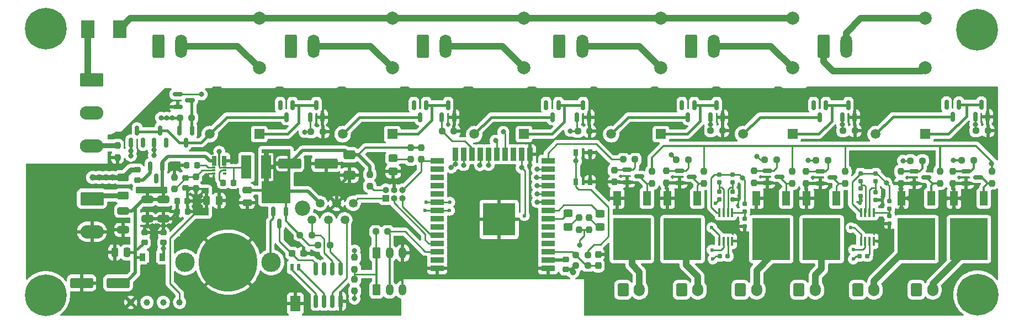
<source format=gbr>
%TF.GenerationSoftware,KiCad,Pcbnew,(6.0.7)*%
%TF.CreationDate,2023-04-19T22:26:27+02:00*%
%TF.ProjectId,mainboard,6d61696e-626f-4617-9264-2e6b69636164,rev?*%
%TF.SameCoordinates,Original*%
%TF.FileFunction,Copper,L1,Top*%
%TF.FilePolarity,Positive*%
%FSLAX46Y46*%
G04 Gerber Fmt 4.6, Leading zero omitted, Abs format (unit mm)*
G04 Created by KiCad (PCBNEW (6.0.7)) date 2023-04-19 22:26:27*
%MOMM*%
%LPD*%
G01*
G04 APERTURE LIST*
G04 Aperture macros list*
%AMRoundRect*
0 Rectangle with rounded corners*
0 $1 Rounding radius*
0 $2 $3 $4 $5 $6 $7 $8 $9 X,Y pos of 4 corners*
0 Add a 4 corners polygon primitive as box body*
4,1,4,$2,$3,$4,$5,$6,$7,$8,$9,$2,$3,0*
0 Add four circle primitives for the rounded corners*
1,1,$1+$1,$2,$3*
1,1,$1+$1,$4,$5*
1,1,$1+$1,$6,$7*
1,1,$1+$1,$8,$9*
0 Add four rect primitives between the rounded corners*
20,1,$1+$1,$2,$3,$4,$5,0*
20,1,$1+$1,$4,$5,$6,$7,0*
20,1,$1+$1,$6,$7,$8,$9,0*
20,1,$1+$1,$8,$9,$2,$3,0*%
%AMFreePoly0*
4,1,9,3.862500,-0.866500,0.737500,-0.866500,0.737500,-0.450000,-0.737500,-0.450000,-0.737500,0.450000,0.737500,0.450000,0.737500,0.866500,3.862500,0.866500,3.862500,-0.866500,3.862500,-0.866500,$1*%
G04 Aperture macros list end*
%TA.AperFunction,ComponentPad*%
%ADD10RoundRect,0.250000X-0.650000X-1.550000X0.650000X-1.550000X0.650000X1.550000X-0.650000X1.550000X0*%
%TD*%
%TA.AperFunction,ComponentPad*%
%ADD11O,1.800000X3.600000*%
%TD*%
%TA.AperFunction,ComponentPad*%
%ADD12C,1.000000*%
%TD*%
%TA.AperFunction,SMDPad,CuDef*%
%ADD13RoundRect,0.160000X-0.197500X-0.160000X0.197500X-0.160000X0.197500X0.160000X-0.197500X0.160000X0*%
%TD*%
%TA.AperFunction,SMDPad,CuDef*%
%ADD14RoundRect,0.160000X-0.160000X0.197500X-0.160000X-0.197500X0.160000X-0.197500X0.160000X0.197500X0*%
%TD*%
%TA.AperFunction,SMDPad,CuDef*%
%ADD15RoundRect,0.150000X-0.150000X0.587500X-0.150000X-0.587500X0.150000X-0.587500X0.150000X0.587500X0*%
%TD*%
%TA.AperFunction,SMDPad,CuDef*%
%ADD16RoundRect,0.237500X-0.250000X-0.237500X0.250000X-0.237500X0.250000X0.237500X-0.250000X0.237500X0*%
%TD*%
%TA.AperFunction,SMDPad,CuDef*%
%ADD17RoundRect,0.250000X-0.650000X0.412500X-0.650000X-0.412500X0.650000X-0.412500X0.650000X0.412500X0*%
%TD*%
%TA.AperFunction,SMDPad,CuDef*%
%ADD18RoundRect,0.250000X-0.450000X0.325000X-0.450000X-0.325000X0.450000X-0.325000X0.450000X0.325000X0*%
%TD*%
%TA.AperFunction,ComponentPad*%
%ADD19RoundRect,0.249999X-1.550001X0.790001X-1.550001X-0.790001X1.550001X-0.790001X1.550001X0.790001X0*%
%TD*%
%TA.AperFunction,ComponentPad*%
%ADD20O,3.600000X2.080000*%
%TD*%
%TA.AperFunction,SMDPad,CuDef*%
%ADD21RoundRect,0.250000X0.450000X-0.325000X0.450000X0.325000X-0.450000X0.325000X-0.450000X-0.325000X0*%
%TD*%
%TA.AperFunction,SMDPad,CuDef*%
%ADD22RoundRect,0.225000X0.225000X0.250000X-0.225000X0.250000X-0.225000X-0.250000X0.225000X-0.250000X0*%
%TD*%
%TA.AperFunction,SMDPad,CuDef*%
%ADD23RoundRect,0.150000X-0.587500X-0.150000X0.587500X-0.150000X0.587500X0.150000X-0.587500X0.150000X0*%
%TD*%
%TA.AperFunction,ComponentPad*%
%ADD24R,1.520000X1.520000*%
%TD*%
%TA.AperFunction,ComponentPad*%
%ADD25C,2.000000*%
%TD*%
%TA.AperFunction,ComponentPad*%
%ADD26C,1.520000*%
%TD*%
%TA.AperFunction,SMDPad,CuDef*%
%ADD27RoundRect,0.250000X-0.475000X0.250000X-0.475000X-0.250000X0.475000X-0.250000X0.475000X0.250000X0*%
%TD*%
%TA.AperFunction,SMDPad,CuDef*%
%ADD28RoundRect,0.225000X0.250000X-0.225000X0.250000X0.225000X-0.250000X0.225000X-0.250000X-0.225000X0*%
%TD*%
%TA.AperFunction,SMDPad,CuDef*%
%ADD29RoundRect,0.237500X0.237500X-0.250000X0.237500X0.250000X-0.237500X0.250000X-0.237500X-0.250000X0*%
%TD*%
%TA.AperFunction,ComponentPad*%
%ADD30RoundRect,0.250000X-0.600000X-0.750000X0.600000X-0.750000X0.600000X0.750000X-0.600000X0.750000X0*%
%TD*%
%TA.AperFunction,ComponentPad*%
%ADD31O,1.700000X2.000000*%
%TD*%
%TA.AperFunction,ComponentPad*%
%ADD32C,6.400000*%
%TD*%
%TA.AperFunction,ComponentPad*%
%ADD33RoundRect,0.250000X-0.350000X-0.625000X0.350000X-0.625000X0.350000X0.625000X-0.350000X0.625000X0*%
%TD*%
%TA.AperFunction,ComponentPad*%
%ADD34O,1.200000X1.750000*%
%TD*%
%TA.AperFunction,SMDPad,CuDef*%
%ADD35RoundRect,0.250000X0.250000X0.475000X-0.250000X0.475000X-0.250000X-0.475000X0.250000X-0.475000X0*%
%TD*%
%TA.AperFunction,SMDPad,CuDef*%
%ADD36RoundRect,0.250000X1.500000X0.550000X-1.500000X0.550000X-1.500000X-0.550000X1.500000X-0.550000X0*%
%TD*%
%TA.AperFunction,ComponentPad*%
%ADD37R,1.000000X1.000000*%
%TD*%
%TA.AperFunction,ComponentPad*%
%ADD38O,1.000000X1.000000*%
%TD*%
%TA.AperFunction,SMDPad,CuDef*%
%ADD39RoundRect,0.250000X-0.250000X-0.475000X0.250000X-0.475000X0.250000X0.475000X-0.250000X0.475000X0*%
%TD*%
%TA.AperFunction,SMDPad,CuDef*%
%ADD40R,0.450000X1.400000*%
%TD*%
%TA.AperFunction,SMDPad,CuDef*%
%ADD41RoundRect,0.150000X0.150000X-0.587500X0.150000X0.587500X-0.150000X0.587500X-0.150000X-0.587500X0*%
%TD*%
%TA.AperFunction,SMDPad,CuDef*%
%ADD42RoundRect,0.218750X-0.256250X0.218750X-0.256250X-0.218750X0.256250X-0.218750X0.256250X0.218750X0*%
%TD*%
%TA.AperFunction,SMDPad,CuDef*%
%ADD43R,1.200000X2.200000*%
%TD*%
%TA.AperFunction,SMDPad,CuDef*%
%ADD44R,5.800000X6.400000*%
%TD*%
%TA.AperFunction,SMDPad,CuDef*%
%ADD45RoundRect,0.150000X0.150000X-0.825000X0.150000X0.825000X-0.150000X0.825000X-0.150000X-0.825000X0*%
%TD*%
%TA.AperFunction,SMDPad,CuDef*%
%ADD46R,0.700000X1.000000*%
%TD*%
%TA.AperFunction,ComponentPad*%
%ADD47C,3.000000*%
%TD*%
%TA.AperFunction,SMDPad,CuDef*%
%ADD48C,9.000000*%
%TD*%
%TA.AperFunction,SMDPad,CuDef*%
%ADD49R,0.800000X1.500000*%
%TD*%
%TA.AperFunction,SMDPad,CuDef*%
%ADD50R,0.600000X0.300000*%
%TD*%
%TA.AperFunction,SMDPad,CuDef*%
%ADD51R,0.400000X1.730000*%
%TD*%
%TA.AperFunction,SMDPad,CuDef*%
%ADD52RoundRect,0.237500X-0.237500X0.250000X-0.237500X-0.250000X0.237500X-0.250000X0.237500X0.250000X0*%
%TD*%
%TA.AperFunction,SMDPad,CuDef*%
%ADD53RoundRect,0.250000X0.625000X-0.375000X0.625000X0.375000X-0.625000X0.375000X-0.625000X-0.375000X0*%
%TD*%
%TA.AperFunction,SMDPad,CuDef*%
%ADD54R,1.500000X3.600000*%
%TD*%
%TA.AperFunction,SMDPad,CuDef*%
%ADD55RoundRect,0.250000X-1.500000X-0.550000X1.500000X-0.550000X1.500000X0.550000X-1.500000X0.550000X0*%
%TD*%
%TA.AperFunction,SMDPad,CuDef*%
%ADD56RoundRect,0.225000X-0.225000X-0.250000X0.225000X-0.250000X0.225000X0.250000X-0.225000X0.250000X0*%
%TD*%
%TA.AperFunction,SMDPad,CuDef*%
%ADD57RoundRect,0.237500X0.250000X0.237500X-0.250000X0.237500X-0.250000X-0.237500X0.250000X-0.237500X0*%
%TD*%
%TA.AperFunction,SMDPad,CuDef*%
%ADD58R,0.900000X1.300000*%
%TD*%
%TA.AperFunction,SMDPad,CuDef*%
%ADD59FreePoly0,270.000000*%
%TD*%
%TA.AperFunction,SMDPad,CuDef*%
%ADD60RoundRect,0.250000X-0.650000X0.325000X-0.650000X-0.325000X0.650000X-0.325000X0.650000X0.325000X0*%
%TD*%
%TA.AperFunction,SMDPad,CuDef*%
%ADD61R,2.150000X2.800000*%
%TD*%
%TA.AperFunction,SMDPad,CuDef*%
%ADD62R,0.600000X1.100000*%
%TD*%
%TA.AperFunction,SMDPad,CuDef*%
%ADD63R,1.500000X2.400000*%
%TD*%
%TA.AperFunction,SMDPad,CuDef*%
%ADD64RoundRect,0.237500X0.237500X-0.300000X0.237500X0.300000X-0.237500X0.300000X-0.237500X-0.300000X0*%
%TD*%
%TA.AperFunction,SMDPad,CuDef*%
%ADD65R,2.000000X0.900000*%
%TD*%
%TA.AperFunction,SMDPad,CuDef*%
%ADD66R,0.900000X2.000000*%
%TD*%
%TA.AperFunction,SMDPad,CuDef*%
%ADD67R,5.000000X5.000000*%
%TD*%
%TA.AperFunction,SMDPad,CuDef*%
%ADD68RoundRect,0.237500X-0.300000X-0.237500X0.300000X-0.237500X0.300000X0.237500X-0.300000X0.237500X0*%
%TD*%
%TA.AperFunction,ComponentPad*%
%ADD69C,1.350000*%
%TD*%
%TA.AperFunction,ComponentPad*%
%ADD70C,2.350000*%
%TD*%
%TA.AperFunction,ViaPad*%
%ADD71C,0.600000*%
%TD*%
%TA.AperFunction,ViaPad*%
%ADD72C,0.800000*%
%TD*%
%TA.AperFunction,ViaPad*%
%ADD73C,1.000000*%
%TD*%
%TA.AperFunction,Conductor*%
%ADD74C,0.300000*%
%TD*%
%TA.AperFunction,Conductor*%
%ADD75C,0.400000*%
%TD*%
%TA.AperFunction,Conductor*%
%ADD76C,0.250000*%
%TD*%
%TA.AperFunction,Conductor*%
%ADD77C,0.500000*%
%TD*%
%TA.AperFunction,Conductor*%
%ADD78C,0.800000*%
%TD*%
%TA.AperFunction,Conductor*%
%ADD79C,1.000000*%
%TD*%
G04 APERTURE END LIST*
D10*
%TO.P,J3,1,Pin_1*%
%TO.N,/Relays/N_230V*%
X97740000Y-74830000D03*
D11*
%TO.P,J3,2,Pin_2*%
%TO.N,/Relays/LOUT_1*%
X101240000Y-74830000D03*
%TD*%
D12*
%TO.P,TP2,1,1*%
%TO.N,VDD*%
X96025000Y-114200000D03*
%TD*%
D13*
%TO.P,R29,1*%
%TO.N,/ESP32\u002C RTC\u002C EXP/INT*%
X183905000Y-107100000D03*
%TO.P,R29,2*%
%TO.N,Net-(R29-Pad2)*%
X185100000Y-107100000D03*
%TD*%
D14*
%TO.P,R30,1*%
%TO.N,Net-(R30-Pad1)*%
X185825000Y-97227500D03*
%TO.P,R30,2*%
%TO.N,GND*%
X185825000Y-98422500D03*
%TD*%
D15*
%TO.P,D13,1,A*%
%TO.N,/Relays/RC6*%
X220550000Y-83800000D03*
%TO.P,D13,2,NC*%
%TO.N,unconnected-(D13-Pad2)*%
X218650000Y-83800000D03*
%TO.P,D13,3,K*%
%TO.N,VDDA*%
X219600000Y-85675000D03*
%TD*%
D16*
%TO.P,R2,1*%
%TO.N,VDD*%
X101075000Y-85837500D03*
%TO.P,R2,2*%
%TO.N,Net-(Q1-Pad3)*%
X102900000Y-85837500D03*
%TD*%
D10*
%TO.P,J10,1,Pin_1*%
%TO.N,/Relays/N_230V*%
X159283500Y-74842500D03*
D11*
%TO.P,J10,2,Pin_2*%
%TO.N,/Relays/LOUT_4*%
X162783500Y-74842500D03*
%TD*%
D17*
%TO.P,C17,1*%
%TO.N,+3V3*%
X127075000Y-91537500D03*
%TO.P,C17,2*%
%TO.N,GND*%
X127075000Y-94662500D03*
%TD*%
D18*
%TO.P,D10,1,K*%
%TO.N,/ESP32\u002C RTC\u002C EXP/LED1*%
X160590000Y-100522500D03*
%TO.P,D10,2,A*%
%TO.N,Net-(D10-Pad2)*%
X160590000Y-102572500D03*
%TD*%
D14*
%TO.P,R28,1*%
%TO.N,+3V3*%
X183800000Y-94602500D03*
%TO.P,R28,2*%
%TO.N,Net-(R27-Pad1)*%
X183800000Y-95797500D03*
%TD*%
D19*
%TO.P,J1,1,Pin_1*%
%TO.N,Net-(F1-Pad2)*%
X87555000Y-79980000D03*
D20*
%TO.P,J1,2,Pin_2*%
%TO.N,/Relays/N_230V*%
X87555000Y-85060000D03*
%TO.P,J1,3,Pin_3*%
%TO.N,Earth*%
X87555000Y-90140000D03*
%TD*%
D21*
%TO.P,D6,1,K*%
%TO.N,GND*%
X133775000Y-94075000D03*
%TO.P,D6,2,A*%
%TO.N,Net-(D6-Pad2)*%
X133775000Y-92025000D03*
%TD*%
D22*
%TO.P,C11,1*%
%TO.N,+3V3*%
X102200000Y-98625000D03*
%TO.P,C11,2*%
%TO.N,GND*%
X100650000Y-98625000D03*
%TD*%
D23*
%TO.P,Q12,1,G*%
%TO.N,Net-(Q12-Pad1)*%
X191137500Y-93950000D03*
%TO.P,Q12,2,S*%
%TO.N,GND*%
X191137500Y-95850000D03*
%TO.P,Q12,3,D*%
%TO.N,Net-(Q11-Pad1)*%
X193012500Y-94900000D03*
%TD*%
D14*
%TO.P,R46,1*%
%TO.N,Net-(R46-Pad1)*%
X209900000Y-100902500D03*
%TO.P,R46,2*%
%TO.N,GND*%
X209900000Y-102097500D03*
%TD*%
D10*
%TO.P,J13,1,Pin_1*%
%TO.N,/Relays/N_230V*%
X179483500Y-74842500D03*
D11*
%TO.P,J13,2,Pin_2*%
%TO.N,/Relays/LOUT_5*%
X182983500Y-74842500D03*
%TD*%
D24*
%TO.P,K2,1*%
%TO.N,/Relays/RC2*%
X133648500Y-88348000D03*
D25*
%TO.P,K2,2*%
%TO.N,/Relays/LOUT_2*%
X133648500Y-78188000D03*
%TO.P,K2,3*%
%TO.N,/Relays/L_230V*%
X133648500Y-70568000D03*
D26*
%TO.P,K2,5*%
%TO.N,VDDA*%
X126028500Y-88348000D03*
%TD*%
D24*
%TO.P,K4,1*%
%TO.N,/Relays/RC4*%
X174848500Y-88348000D03*
D25*
%TO.P,K4,2*%
%TO.N,/Relays/LOUT_4*%
X174848500Y-78188000D03*
%TO.P,K4,3*%
%TO.N,/Relays/L_230V*%
X174848500Y-70568000D03*
D26*
%TO.P,K4,5*%
%TO.N,VDDA*%
X167228500Y-88348000D03*
%TD*%
D27*
%TO.P,C15,1*%
%TO.N,+3V3*%
X111375000Y-96950000D03*
%TO.P,C15,2*%
%TO.N,GND*%
X111375000Y-98850000D03*
%TD*%
D28*
%TO.P,C4,1*%
%TO.N,VDD*%
X95625000Y-105000000D03*
%TO.P,C4,2*%
%TO.N,GND*%
X95625000Y-103450000D03*
%TD*%
D29*
%TO.P,R20,1*%
%TO.N,GND*%
X167700000Y-95712500D03*
%TO.P,R20,2*%
%TO.N,Net-(Q7-Pad1)*%
X167700000Y-93887500D03*
%TD*%
D30*
%TO.P,J12,1,Pin_1*%
%TO.N,+12V*%
X178032000Y-112275000D03*
D31*
%TO.P,J12,2,Pin_2*%
%TO.N,/Relays/PWM2*%
X180532000Y-112275000D03*
%TD*%
D24*
%TO.P,K6,1*%
%TO.N,/Relays/RC6*%
X215400000Y-88348000D03*
D25*
%TO.P,K6,2*%
%TO.N,Net-(J16-Pad1)*%
X215400000Y-78188000D03*
%TO.P,K6,3*%
%TO.N,Net-(J16-Pad2)*%
X215400000Y-70568000D03*
D26*
%TO.P,K6,5*%
%TO.N,VDDA*%
X207780000Y-88348000D03*
%TD*%
D29*
%TO.P,R37,1*%
%TO.N,GND*%
X197100000Y-95912500D03*
%TO.P,R37,2*%
%TO.N,Net-(Q14-Pad1)*%
X197100000Y-94087500D03*
%TD*%
D12*
%TO.P,TP1,1,1*%
%TO.N,GND*%
X93525000Y-114200000D03*
%TD*%
D32*
%TO.P,H4,1*%
%TO.N,N/C*%
X223402000Y-113000000D03*
%TD*%
D33*
%TO.P,J7,1,Pin_1*%
%TO.N,Net-(J7-Pad1)*%
X131225000Y-112275000D03*
D34*
%TO.P,J7,2,Pin_2*%
%TO.N,/ESP32\u002C RTC\u002C EXP/1WIRE*%
X133225000Y-112275000D03*
%TO.P,J7,3,Pin_3*%
%TO.N,GND*%
X135225000Y-112275000D03*
%TD*%
D29*
%TO.P,R34,1*%
%TO.N,GND*%
X189175000Y-95812500D03*
%TO.P,R34,2*%
%TO.N,Net-(Q12-Pad1)*%
X189175000Y-93987500D03*
%TD*%
D35*
%TO.P,C2,1*%
%TO.N,VDD*%
X92975000Y-106525000D03*
%TO.P,C2,2*%
%TO.N,GND*%
X91075000Y-106525000D03*
%TD*%
D36*
%TO.P,C1,1*%
%TO.N,VDD*%
X91590000Y-111230000D03*
%TO.P,C1,2*%
%TO.N,GND*%
X85990000Y-111230000D03*
%TD*%
D23*
%TO.P,Q9,1,G*%
%TO.N,Net-(Q9-Pad1)*%
X177712500Y-93950000D03*
%TO.P,Q9,2,S*%
%TO.N,GND*%
X177712500Y-95850000D03*
%TO.P,Q9,3,D*%
%TO.N,Net-(Q8-Pad1)*%
X179587500Y-94900000D03*
%TD*%
D29*
%TO.P,R51,1*%
%TO.N,GND*%
X219600000Y-95912500D03*
%TO.P,R51,2*%
%TO.N,Net-(Q19-Pad1)*%
X219600000Y-94087500D03*
%TD*%
D14*
%TO.P,R47,1*%
%TO.N,+3V3*%
X209900000Y-98627500D03*
%TO.P,R47,2*%
%TO.N,Net-(R46-Pad1)*%
X209900000Y-99822500D03*
%TD*%
D37*
%TO.P,J6,1,Pin_1*%
%TO.N,/ESP32\u002C RTC\u002C EXP/NRST*%
X132635000Y-98225000D03*
D38*
%TO.P,J6,2,Pin_2*%
%TO.N,/ESP32\u002C RTC\u002C EXP/VPROG*%
X132635000Y-96955000D03*
%TO.P,J6,3,Pin_3*%
%TO.N,/ESP32\u002C RTC\u002C EXP/TXD0*%
X133905000Y-98225000D03*
%TO.P,J6,4,Pin_4*%
%TO.N,GND*%
X133905000Y-96955000D03*
%TO.P,J6,5,Pin_5*%
%TO.N,/ESP32\u002C RTC\u002C EXP/RXD0*%
X135175000Y-98225000D03*
%TO.P,J6,6,Pin_6*%
%TO.N,/ESP32\u002C RTC\u002C EXP/IO0*%
X135175000Y-96955000D03*
%TD*%
D24*
%TO.P,K3,1*%
%TO.N,/Relays/RC3*%
X153848500Y-88348000D03*
D25*
%TO.P,K3,2*%
%TO.N,/Relays/LOUT_3*%
X153848500Y-78188000D03*
%TO.P,K3,3*%
%TO.N,/Relays/L_230V*%
X153848500Y-70568000D03*
D26*
%TO.P,K3,5*%
%TO.N,VDDA*%
X146228500Y-88348000D03*
%TD*%
D39*
%TO.P,C14,1*%
%TO.N,+3V3*%
X105175000Y-98550000D03*
%TO.P,C14,2*%
%TO.N,GND*%
X107075000Y-98550000D03*
%TD*%
D12*
%TO.P,TP4,1,1*%
%TO.N,+3V3*%
X101025000Y-114200000D03*
%TD*%
D29*
%TO.P,R23,1*%
%TO.N,GND*%
X175650000Y-95812500D03*
%TO.P,R23,2*%
%TO.N,Net-(Q9-Pad1)*%
X175650000Y-93987500D03*
%TD*%
D40*
%TO.P,U6,1,SDA*%
%TO.N,/ESP32\u002C RTC\u002C EXP/SDA*%
X205525000Y-104800000D03*
%TO.P,U6,2,SCL*%
%TO.N,/ESP32\u002C RTC\u002C EXP/SCL*%
X206175000Y-104800000D03*
%TO.P,U6,3,~{OS}/~{ALERT}*%
%TO.N,Net-(R43-Pad2)*%
X206825000Y-104800000D03*
%TO.P,U6,4,GND*%
%TO.N,GND*%
X207475000Y-104800000D03*
%TO.P,U6,5,A2*%
%TO.N,Net-(R46-Pad1)*%
X207475000Y-100400000D03*
%TO.P,U6,6,A1*%
%TO.N,Net-(R44-Pad1)*%
X206825000Y-100400000D03*
%TO.P,U6,7,A0*%
%TO.N,Net-(R41-Pad1)*%
X206175000Y-100400000D03*
%TO.P,U6,8,VDD*%
%TO.N,+3V3*%
X205525000Y-100400000D03*
%TD*%
D41*
%TO.P,Q5,1,G*%
%TO.N,/R3_CTRL*%
X161950000Y-85737500D03*
%TO.P,Q5,2,S*%
%TO.N,GND*%
X163850000Y-85737500D03*
%TO.P,Q5,3,D*%
%TO.N,/Relays/RC3*%
X162900000Y-83862500D03*
%TD*%
D42*
%TO.P,FB1,1*%
%TO.N,+12V*%
X94575000Y-93812500D03*
%TO.P,FB1,2*%
%TO.N,Net-(D1-Pad2)*%
X94575000Y-95387500D03*
%TD*%
D29*
%TO.P,R25,1*%
%TO.N,Net-(Q8-Pad1)*%
X181450000Y-95912500D03*
%TO.P,R25,2*%
%TO.N,+12V*%
X181450000Y-94087500D03*
%TD*%
D15*
%TO.P,Q2,1,G*%
%TO.N,Net-(Q1-Pad3)*%
X102937500Y-87787500D03*
%TO.P,Q2,2,S*%
%TO.N,VDD*%
X101037500Y-87787500D03*
%TO.P,Q2,3,D*%
%TO.N,VDDA*%
X101987500Y-89662500D03*
%TD*%
D32*
%TO.P,H1,1*%
%TO.N,N/C*%
X80500000Y-113100000D03*
%TD*%
D16*
%TO.P,R16,1*%
%TO.N,/R3_CTRL*%
X162087500Y-87900000D03*
%TO.P,R16,2*%
%TO.N,GND*%
X163912500Y-87900000D03*
%TD*%
D23*
%TO.P,Q14,1,G*%
%TO.N,Net-(Q14-Pad1)*%
X199262500Y-94050000D03*
%TO.P,Q14,2,S*%
%TO.N,GND*%
X199262500Y-95950000D03*
%TO.P,Q14,3,D*%
%TO.N,Net-(Q13-Pad1)*%
X201137500Y-95000000D03*
%TD*%
D29*
%TO.P,R36,1*%
%TO.N,Net-(Q11-Pad1)*%
X194975000Y-95912500D03*
%TO.P,R36,2*%
%TO.N,+12V*%
X194975000Y-94087500D03*
%TD*%
D43*
%TO.P,Q8,1,G*%
%TO.N,Net-(Q8-Pad1)*%
X180430000Y-98200000D03*
D44*
%TO.P,Q8,2,D*%
%TO.N,/Relays/PWM2*%
X178150000Y-104500000D03*
D43*
%TO.P,Q8,3,S*%
%TO.N,GND*%
X175870000Y-98200000D03*
%TD*%
D15*
%TO.P,D12,1,A*%
%TO.N,/Relays/RC5*%
X200150000Y-83862500D03*
%TO.P,D12,2,NC*%
%TO.N,unconnected-(D12-Pad2)*%
X198250000Y-83862500D03*
%TO.P,D12,3,K*%
%TO.N,VDDA*%
X199200000Y-85737500D03*
%TD*%
%TO.P,D1,1,K*%
%TO.N,VDD*%
X98400000Y-93312500D03*
%TO.P,D1,2,A*%
%TO.N,Net-(D1-Pad2)*%
X96500000Y-93312500D03*
%TO.P,D1,3*%
%TO.N,N/C*%
X97450000Y-95187500D03*
%TD*%
D45*
%TO.P,U3,1,OSCI*%
%TO.N,Net-(U3-Pad1)*%
X121920000Y-114025000D03*
%TO.P,U3,2,OSCO*%
%TO.N,Net-(U3-Pad2)*%
X123190000Y-114025000D03*
%TO.P,U3,3,~{INT}*%
%TO.N,/ESP32\u002C RTC\u002C EXP/INT*%
X124460000Y-114025000D03*
%TO.P,U3,4,VSS*%
%TO.N,GND*%
X125730000Y-114025000D03*
%TO.P,U3,5,SDA*%
%TO.N,/ESP32\u002C RTC\u002C EXP/SDA*%
X125730000Y-109075000D03*
%TO.P,U3,6,SCL*%
%TO.N,/ESP32\u002C RTC\u002C EXP/SCL*%
X124460000Y-109075000D03*
%TO.P,U3,7,CLKO*%
%TO.N,unconnected-(U3-Pad7)*%
X123190000Y-109075000D03*
%TO.P,U3,8,VDD*%
%TO.N,/ESP32\u002C RTC\u002C EXP/Vrtc*%
X121920000Y-109075000D03*
%TD*%
D14*
%TO.P,R44,1*%
%TO.N,Net-(R44-Pad1)*%
X207800000Y-97302500D03*
%TO.P,R44,2*%
%TO.N,GND*%
X207800000Y-98497500D03*
%TD*%
D46*
%TO.P,SW1,1,A*%
%TO.N,GND*%
X163975000Y-91160000D03*
%TO.P,SW1,2,A*%
X163975000Y-95660000D03*
%TO.P,SW1,3,B*%
%TO.N,/ESP32\u002C RTC\u002C EXP/NRST*%
X161825000Y-91160000D03*
%TO.P,SW1,4,B*%
X161825000Y-95660000D03*
%TD*%
D15*
%TO.P,D7,1,A*%
%TO.N,/Relays/RC2*%
X138850000Y-83862500D03*
%TO.P,D7,2,NC*%
%TO.N,unconnected-(D7-Pad2)*%
X136950000Y-83862500D03*
%TO.P,D7,3,K*%
%TO.N,VDDA*%
X137900000Y-85737500D03*
%TD*%
D47*
%TO.P,BT1,1,+*%
%TO.N,Net-(BT1-Pad1)*%
X115075000Y-108025000D03*
D48*
%TO.P,BT1,2,-*%
%TO.N,GND*%
X108475000Y-108025000D03*
D47*
%TO.P,BT1,3,+*%
%TO.N,N/C*%
X101875000Y-108025000D03*
%TD*%
D40*
%TO.P,U5,1,SDA*%
%TO.N,/ESP32\u002C RTC\u002C EXP/SDA*%
X183825000Y-104800000D03*
%TO.P,U5,2,SCL*%
%TO.N,/ESP32\u002C RTC\u002C EXP/SCL*%
X184475000Y-104800000D03*
%TO.P,U5,3,~{OS}/~{ALERT}*%
%TO.N,Net-(R29-Pad2)*%
X185125000Y-104800000D03*
%TO.P,U5,4,GND*%
%TO.N,GND*%
X185775000Y-104800000D03*
%TO.P,U5,5,A2*%
%TO.N,Net-(R32-Pad1)*%
X185775000Y-100400000D03*
%TO.P,U5,6,A1*%
%TO.N,Net-(R30-Pad1)*%
X185125000Y-100400000D03*
%TO.P,U5,7,A0*%
%TO.N,Net-(R27-Pad1)*%
X184475000Y-100400000D03*
%TO.P,U5,8,VDD*%
%TO.N,+3V3*%
X183825000Y-100400000D03*
%TD*%
D15*
%TO.P,D8,1,A*%
%TO.N,/Relays/RC3*%
X159150000Y-83862500D03*
%TO.P,D8,2,NC*%
%TO.N,unconnected-(D8-Pad2)*%
X157250000Y-83862500D03*
%TO.P,D8,3,K*%
%TO.N,VDDA*%
X158200000Y-85737500D03*
%TD*%
D16*
%TO.P,R49,1*%
%TO.N,/PWM_5_CTRL*%
X213112500Y-92425000D03*
%TO.P,R49,2*%
%TO.N,Net-(Q17-Pad1)*%
X214937500Y-92425000D03*
%TD*%
D10*
%TO.P,J16,1,Pin_1*%
%TO.N,Net-(J16-Pad1)*%
X199767500Y-74842500D03*
D11*
%TO.P,J16,2,Pin_2*%
%TO.N,Net-(J16-Pad2)*%
X203267500Y-74842500D03*
%TD*%
D16*
%TO.P,R14,1*%
%TO.N,/R2_CTRL*%
X141287500Y-87900000D03*
%TO.P,R14,2*%
%TO.N,GND*%
X143112500Y-87900000D03*
%TD*%
D49*
%TO.P,U2,1,Vin*%
%TO.N,VDD*%
X106350000Y-92425000D03*
D50*
%TO.P,U2,2,EN*%
%TO.N,Net-(C10-Pad1)*%
X106250000Y-93475000D03*
%TO.P,U2,3,FB*%
%TO.N,Net-(C9-Pad2)*%
X106250000Y-93925000D03*
%TO.P,U2,4,COMP*%
%TO.N,GND*%
X106250000Y-94375000D03*
%TO.P,U2,5,PG*%
%TO.N,unconnected-(U2-Pad5)*%
X107950000Y-94375000D03*
%TO.P,U2,6,BST*%
%TO.N,Net-(C12-Pad1)*%
X107950000Y-93925000D03*
%TO.P,U2,7,NC*%
%TO.N,Net-(C12-Pad2)*%
X107950000Y-93475000D03*
D49*
%TO.P,U2,8,GND*%
%TO.N,GND*%
X107850000Y-92425000D03*
D51*
%TO.P,U2,9,SW*%
%TO.N,Net-(C12-Pad2)*%
X107100000Y-92310000D03*
%TD*%
D29*
%TO.P,R39,1*%
%TO.N,Net-(Q13-Pad1)*%
X203100000Y-95912500D03*
%TO.P,R39,2*%
%TO.N,+12V*%
X203100000Y-94087500D03*
%TD*%
D16*
%TO.P,R53,1*%
%TO.N,/R6_CTRL*%
X223187500Y-87800000D03*
%TO.P,R53,2*%
%TO.N,GND*%
X225012500Y-87800000D03*
%TD*%
D29*
%TO.P,R15,1*%
%TO.N,+3V3*%
X163780000Y-103020000D03*
%TO.P,R15,2*%
%TO.N,Net-(D9-Pad2)*%
X163780000Y-101195000D03*
%TD*%
D52*
%TO.P,R3,1*%
%TO.N,GND*%
X100275000Y-94962500D03*
%TO.P,R3,2*%
%TO.N,Net-(C9-Pad2)*%
X100275000Y-96787500D03*
%TD*%
D14*
%TO.P,R27,1*%
%TO.N,Net-(R27-Pad1)*%
X183800000Y-97227500D03*
%TO.P,R27,2*%
%TO.N,GND*%
X183800000Y-98422500D03*
%TD*%
D53*
%TO.P,F2,1*%
%TO.N,Net-(F2-Pad1)*%
X92400000Y-97800000D03*
%TO.P,F2,2*%
%TO.N,+12V*%
X92400000Y-95000000D03*
%TD*%
D29*
%TO.P,R54,1*%
%TO.N,Net-(Q18-Pad1)*%
X225600000Y-95887500D03*
%TO.P,R54,2*%
%TO.N,+12V*%
X225600000Y-94062500D03*
%TD*%
D52*
%TO.P,R9,1*%
%TO.N,Net-(J7-Pad1)*%
X127875000Y-110650000D03*
%TO.P,R9,2*%
%TO.N,+5V*%
X127875000Y-112475000D03*
%TD*%
D16*
%TO.P,R6,1*%
%TO.N,+3V3*%
X119487500Y-103850000D03*
%TO.P,R6,2*%
%TO.N,/ESP32\u002C RTC\u002C EXP/SCL*%
X121312500Y-103850000D03*
%TD*%
D23*
%TO.P,Q19,1,G*%
%TO.N,Net-(Q19-Pad1)*%
X221662500Y-94050000D03*
%TO.P,Q19,2,S*%
%TO.N,GND*%
X221662500Y-95950000D03*
%TO.P,Q19,3,D*%
%TO.N,Net-(Q18-Pad1)*%
X223537500Y-95000000D03*
%TD*%
D24*
%TO.P,K1,1*%
%TO.N,/Relays/RC1*%
X113248500Y-88348000D03*
D25*
%TO.P,K1,2*%
%TO.N,/Relays/LOUT_1*%
X113248500Y-78188000D03*
%TO.P,K1,3*%
%TO.N,/Relays/L_230V*%
X113248500Y-70568000D03*
D26*
%TO.P,K1,5*%
%TO.N,VDDA*%
X105628500Y-88348000D03*
%TD*%
D29*
%TO.P,R22,1*%
%TO.N,Net-(Q6-Pad1)*%
X173475000Y-95912500D03*
%TO.P,R22,2*%
%TO.N,+12V*%
X173475000Y-94087500D03*
%TD*%
D41*
%TO.P,D2,1,A*%
%TO.N,+3V3*%
X97075000Y-89637500D03*
%TO.P,D2,2,NC*%
%TO.N,unconnected-(D2-Pad2)*%
X98975000Y-89637500D03*
%TO.P,D2,3,K*%
%TO.N,VDDA*%
X98025000Y-87762500D03*
%TD*%
D43*
%TO.P,Q11,1,G*%
%TO.N,Net-(Q11-Pad1)*%
X194055000Y-98200000D03*
D44*
%TO.P,Q11,2,D*%
%TO.N,/Relays/PWM3*%
X191775000Y-104500000D03*
D43*
%TO.P,Q11,3,S*%
%TO.N,GND*%
X189495000Y-98200000D03*
%TD*%
D41*
%TO.P,Q10,1,G*%
%TO.N,/R4_CTRL*%
X182450000Y-85737500D03*
%TO.P,Q10,2,S*%
%TO.N,GND*%
X184350000Y-85737500D03*
%TO.P,Q10,3,D*%
%TO.N,/Relays/RC4*%
X183400000Y-83862500D03*
%TD*%
D54*
%TO.P,L1,1,1*%
%TO.N,Net-(C12-Pad2)*%
X111275000Y-93400000D03*
%TO.P,L1,2,2*%
%TO.N,+3V3*%
X114325000Y-93400000D03*
%TD*%
D55*
%TO.P,C16,1*%
%TO.N,+3V3*%
X117900000Y-92875000D03*
%TO.P,C16,2*%
%TO.N,GND*%
X123500000Y-92875000D03*
%TD*%
D16*
%TO.P,R38,1*%
%TO.N,/PWM_4_CTRL*%
X198637500Y-92400000D03*
%TO.P,R38,2*%
%TO.N,Net-(Q14-Pad1)*%
X200462500Y-92400000D03*
%TD*%
D30*
%TO.P,J17,1,Pin_1*%
%TO.N,+12V*%
X205032000Y-112275000D03*
D31*
%TO.P,J17,2,Pin_2*%
%TO.N,/Relays/PWM5*%
X207532000Y-112275000D03*
%TD*%
D22*
%TO.P,C10,1*%
%TO.N,Net-(C10-Pad1)*%
X103675000Y-93100000D03*
%TO.P,C10,2*%
%TO.N,GND*%
X102125000Y-93100000D03*
%TD*%
D56*
%TO.P,C12,1*%
%TO.N,Net-(C12-Pad1)*%
X107725000Y-95800000D03*
%TO.P,C12,2*%
%TO.N,Net-(C12-Pad2)*%
X109275000Y-95800000D03*
%TD*%
D16*
%TO.P,R7,1*%
%TO.N,+3V3*%
X122287500Y-105425000D03*
%TO.P,R7,2*%
%TO.N,/ESP32\u002C RTC\u002C EXP/SDA*%
X124112500Y-105425000D03*
%TD*%
%TO.P,R17,1*%
%TO.N,+3V3*%
X161807500Y-108520000D03*
%TO.P,R17,2*%
%TO.N,Net-(C18-Pad1)*%
X163632500Y-108520000D03*
%TD*%
D13*
%TO.P,R43,1*%
%TO.N,/ESP32\u002C RTC\u002C EXP/INT*%
X205302500Y-107100000D03*
%TO.P,R43,2*%
%TO.N,Net-(R43-Pad2)*%
X206497500Y-107100000D03*
%TD*%
D57*
%TO.P,R12,1*%
%TO.N,/ESP32\u002C RTC\u002C EXP/1WIRE*%
X132925000Y-103320000D03*
%TO.P,R12,2*%
%TO.N,Net-(J7-Pad1)*%
X131100000Y-103320000D03*
%TD*%
D43*
%TO.P,Q18,1,G*%
%TO.N,Net-(Q18-Pad1)*%
X224355000Y-98200000D03*
D44*
%TO.P,Q18,2,D*%
%TO.N,/Relays/PWM6*%
X222075000Y-104500000D03*
D43*
%TO.P,Q18,3,S*%
%TO.N,GND*%
X219795000Y-98200000D03*
%TD*%
D32*
%TO.P,H2,1*%
%TO.N,N/C*%
X80518000Y-72136000D03*
%TD*%
D14*
%TO.P,R33,1*%
%TO.N,+3V3*%
X187700000Y-99052500D03*
%TO.P,R33,2*%
%TO.N,Net-(R32-Pad1)*%
X187700000Y-100247500D03*
%TD*%
D57*
%TO.P,R19,1*%
%TO.N,/ESP32\u002C RTC\u002C EXP/NRST*%
X163632500Y-106970000D03*
%TO.P,R19,2*%
%TO.N,Net-(C18-Pad1)*%
X161807500Y-106970000D03*
%TD*%
D58*
%TO.P,U1,1,VO*%
%TO.N,+5V*%
X98360000Y-107230000D03*
D59*
%TO.P,U1,2,GND*%
%TO.N,GND*%
X96860000Y-107317500D03*
D58*
%TO.P,U1,3,VI*%
%TO.N,VDD*%
X95360000Y-107230000D03*
%TD*%
D10*
%TO.P,J4,1,Pin_1*%
%TO.N,/Relays/N_230V*%
X118083500Y-74850500D03*
D11*
%TO.P,J4,2,Pin_2*%
%TO.N,/Relays/LOUT_2*%
X121583500Y-74850500D03*
%TD*%
D14*
%TO.P,R31,1*%
%TO.N,+3V3*%
X185800000Y-94602500D03*
%TO.P,R31,2*%
%TO.N,Net-(R30-Pad1)*%
X185800000Y-95797500D03*
%TD*%
D43*
%TO.P,Q13,1,G*%
%TO.N,Net-(Q13-Pad1)*%
X201780000Y-98200000D03*
D44*
%TO.P,Q13,2,D*%
%TO.N,/Relays/PWM4*%
X199500000Y-104500000D03*
D43*
%TO.P,Q13,3,S*%
%TO.N,GND*%
X197220000Y-98200000D03*
%TD*%
D16*
%TO.P,R24,1*%
%TO.N,/PWM_2_CTRL*%
X177237500Y-92300000D03*
%TO.P,R24,2*%
%TO.N,Net-(Q9-Pad1)*%
X179062500Y-92300000D03*
%TD*%
%TO.P,R40,1*%
%TO.N,/R5_CTRL*%
X202787500Y-87800000D03*
%TO.P,R40,2*%
%TO.N,GND*%
X204612500Y-87800000D03*
%TD*%
D30*
%TO.P,J15,1,Pin_1*%
%TO.N,+12V*%
X196032000Y-112275000D03*
D31*
%TO.P,J15,2,Pin_2*%
%TO.N,/Relays/PWM4*%
X198532000Y-112275000D03*
%TD*%
D23*
%TO.P,Q7,1,G*%
%TO.N,Net-(Q7-Pad1)*%
X169637500Y-93850000D03*
%TO.P,Q7,2,S*%
%TO.N,GND*%
X169637500Y-95750000D03*
%TO.P,Q7,3,D*%
%TO.N,Net-(Q6-Pad1)*%
X171512500Y-94800000D03*
%TD*%
D16*
%TO.P,R35,1*%
%TO.N,/PWM_3_CTRL*%
X190762500Y-92300000D03*
%TO.P,R35,2*%
%TO.N,Net-(Q12-Pad1)*%
X192587500Y-92300000D03*
%TD*%
D32*
%TO.P,H3,1*%
%TO.N,N/C*%
X223320000Y-72336000D03*
%TD*%
D14*
%TO.P,R45,1*%
%TO.N,+3V3*%
X207800000Y-94402500D03*
%TO.P,R45,2*%
%TO.N,Net-(R44-Pad1)*%
X207800000Y-95597500D03*
%TD*%
D28*
%TO.P,C9,1*%
%TO.N,+3V3*%
X101925000Y-96625000D03*
%TO.P,C9,2*%
%TO.N,Net-(C9-Pad2)*%
X101925000Y-95075000D03*
%TD*%
D60*
%TO.P,C7,1*%
%TO.N,VDD*%
X98575000Y-98375000D03*
%TO.P,C7,2*%
%TO.N,GND*%
X98575000Y-101325000D03*
%TD*%
D15*
%TO.P,D5,1,A*%
%TO.N,/Relays/RC1*%
X118350000Y-83862500D03*
%TO.P,D5,2,NC*%
%TO.N,unconnected-(D5-Pad2)*%
X116450000Y-83862500D03*
%TO.P,D5,3,K*%
%TO.N,VDDA*%
X117400000Y-85737500D03*
%TD*%
D41*
%TO.P,D3,1,A*%
%TO.N,+5V*%
X93550000Y-89662500D03*
%TO.P,D3,2,NC*%
%TO.N,unconnected-(D3-Pad2)*%
X95450000Y-89662500D03*
%TO.P,D3,3,K*%
%TO.N,VDDA*%
X94500000Y-87787500D03*
%TD*%
D52*
%TO.P,R10,1*%
%TO.N,+3V3*%
X127875000Y-107287500D03*
%TO.P,R10,2*%
%TO.N,Net-(J7-Pad1)*%
X127875000Y-109112500D03*
%TD*%
D61*
%TO.P,F1,1*%
%TO.N,/Relays/L_230V*%
X91855000Y-72200000D03*
%TO.P,F1,2*%
%TO.N,Net-(F1-Pad2)*%
X86945000Y-72200000D03*
%TD*%
D15*
%TO.P,D4,1*%
%TO.N,+3V3*%
X117310000Y-100222500D03*
%TO.P,D4,2*%
%TO.N,Net-(BT1-Pad1)*%
X115410000Y-100222500D03*
%TO.P,D4,3*%
%TO.N,/ESP32\u002C RTC\u002C EXP/Vrtc*%
X116360000Y-102097500D03*
%TD*%
D10*
%TO.P,J9,1,Pin_1*%
%TO.N,/Relays/N_230V*%
X138330000Y-74830000D03*
D11*
%TO.P,J9,2,Pin_2*%
%TO.N,/Relays/LOUT_3*%
X141830000Y-74830000D03*
%TD*%
D18*
%TO.P,D9,1,K*%
%TO.N,/ESP32\u002C RTC\u002C EXP/LED0*%
X165500000Y-100565000D03*
%TO.P,D9,2,A*%
%TO.N,Net-(D9-Pad2)*%
X165500000Y-102615000D03*
%TD*%
D62*
%TO.P,Y1,1,1*%
%TO.N,Net-(U3-Pad1)*%
X118275000Y-108800000D03*
%TO.P,Y1,2,2*%
%TO.N,Net-(U3-Pad2)*%
X119275000Y-108800000D03*
D63*
%TO.P,Y1,3,3*%
%TO.N,GND*%
X118775000Y-114400000D03*
%TD*%
D16*
%TO.P,R21,1*%
%TO.N,/PWM_1_CTRL*%
X169062500Y-92225000D03*
%TO.P,R21,2*%
%TO.N,Net-(Q7-Pad1)*%
X170887500Y-92225000D03*
%TD*%
D14*
%TO.P,R32,1*%
%TO.N,Net-(R32-Pad1)*%
X187700000Y-101302500D03*
%TO.P,R32,2*%
%TO.N,GND*%
X187700000Y-102497500D03*
%TD*%
D64*
%TO.P,C18,1*%
%TO.N,Net-(C18-Pad1)*%
X165230000Y-108562500D03*
%TO.P,C18,2*%
%TO.N,GND*%
X165230000Y-106837500D03*
%TD*%
D30*
%TO.P,J18,1,Pin_1*%
%TO.N,+12V*%
X214032000Y-112275000D03*
D31*
%TO.P,J18,2,Pin_2*%
%TO.N,/Relays/PWM6*%
X216532000Y-112275000D03*
%TD*%
D29*
%TO.P,R50,1*%
%TO.N,Net-(Q16-Pad1)*%
X217625000Y-95912500D03*
%TO.P,R50,2*%
%TO.N,+12V*%
X217625000Y-94087500D03*
%TD*%
D52*
%TO.P,R4,1*%
%TO.N,Net-(C9-Pad2)*%
X103525000Y-94887500D03*
%TO.P,R4,2*%
%TO.N,+3V3*%
X103525000Y-96712500D03*
%TD*%
D14*
%TO.P,R41,1*%
%TO.N,Net-(R41-Pad1)*%
X205500000Y-96652500D03*
%TO.P,R41,2*%
%TO.N,GND*%
X205500000Y-97847500D03*
%TD*%
D41*
%TO.P,Q20,1,G*%
%TO.N,/R6_CTRL*%
X223050000Y-85675000D03*
%TO.P,Q20,2,S*%
%TO.N,GND*%
X224950000Y-85675000D03*
%TO.P,Q20,3,D*%
%TO.N,/Relays/RC6*%
X224000000Y-83800000D03*
%TD*%
D23*
%TO.P,Q1,1,G*%
%TO.N,/VREL_LOW*%
X100737500Y-82225000D03*
%TO.P,Q1,2,S*%
%TO.N,GND*%
X100737500Y-84125000D03*
%TO.P,Q1,3,D*%
%TO.N,Net-(Q1-Pad3)*%
X102612500Y-83175000D03*
%TD*%
D14*
%TO.P,R42,1*%
%TO.N,+3V3*%
X205500000Y-94402500D03*
%TO.P,R42,2*%
%TO.N,Net-(R41-Pad1)*%
X205500000Y-95597500D03*
%TD*%
D31*
%TO.P,J11,2,Pin_2*%
%TO.N,/Relays/PWM1*%
X171532000Y-112275000D03*
D30*
%TO.P,J11,1,Pin_1*%
%TO.N,+12V*%
X169032000Y-112275000D03*
%TD*%
D23*
%TO.P,Q17,1,G*%
%TO.N,Net-(Q17-Pad1)*%
X213687500Y-94050000D03*
%TO.P,Q17,2,S*%
%TO.N,GND*%
X213687500Y-95950000D03*
%TO.P,Q17,3,D*%
%TO.N,Net-(Q16-Pad1)*%
X215562500Y-95000000D03*
%TD*%
D52*
%TO.P,R13,1*%
%TO.N,+3V3*%
X138050000Y-90412500D03*
%TO.P,R13,2*%
%TO.N,/ESP32\u002C RTC\u002C EXP/IO0*%
X138050000Y-92237500D03*
%TD*%
D43*
%TO.P,Q6,1,G*%
%TO.N,Net-(Q6-Pad1)*%
X172680000Y-98200000D03*
D44*
%TO.P,Q6,2,D*%
%TO.N,/Relays/PWM1*%
X170400000Y-104500000D03*
D43*
%TO.P,Q6,3,S*%
%TO.N,GND*%
X168120000Y-98200000D03*
%TD*%
D16*
%TO.P,R5,1*%
%TO.N,/R1_CTRL*%
X121187500Y-88000000D03*
%TO.P,R5,2*%
%TO.N,GND*%
X123012500Y-88000000D03*
%TD*%
D24*
%TO.P,K5,1*%
%TO.N,/Relays/RC5*%
X195048500Y-88348000D03*
D25*
%TO.P,K5,2*%
%TO.N,/Relays/LOUT_5*%
X195048500Y-78188000D03*
%TO.P,K5,3*%
%TO.N,/Relays/L_230V*%
X195048500Y-70568000D03*
D26*
%TO.P,K5,5*%
%TO.N,VDDA*%
X187428500Y-88348000D03*
%TD*%
D16*
%TO.P,R52,1*%
%TO.N,/PWM_6_CTRL*%
X220987500Y-92400000D03*
%TO.P,R52,2*%
%TO.N,Net-(Q19-Pad1)*%
X222812500Y-92400000D03*
%TD*%
D60*
%TO.P,C5,1*%
%TO.N,VDD*%
X96075000Y-98375000D03*
%TO.P,C5,2*%
%TO.N,GND*%
X96075000Y-101325000D03*
%TD*%
D52*
%TO.P,R11,1*%
%TO.N,+3V3*%
X136475000Y-90412500D03*
%TO.P,R11,2*%
%TO.N,Net-(D6-Pad2)*%
X136475000Y-92237500D03*
%TD*%
D16*
%TO.P,R26,1*%
%TO.N,/R4_CTRL*%
X182487500Y-87800000D03*
%TO.P,R26,2*%
%TO.N,GND*%
X184312500Y-87800000D03*
%TD*%
D33*
%TO.P,J8,1,Pin_1*%
%TO.N,Net-(J7-Pad1)*%
X131225000Y-106625000D03*
D34*
%TO.P,J8,2,Pin_2*%
%TO.N,/ESP32\u002C RTC\u002C EXP/1WIRE*%
X133225000Y-106625000D03*
%TO.P,J8,3,Pin_3*%
%TO.N,GND*%
X135225000Y-106625000D03*
%TD*%
D19*
%TO.P,J2,1,Pin_1*%
%TO.N,Net-(F2-Pad1)*%
X87577500Y-98260000D03*
D20*
%TO.P,J2,2,Pin_2*%
%TO.N,GND*%
X87577500Y-103340000D03*
%TD*%
D29*
%TO.P,R48,1*%
%TO.N,GND*%
X211625000Y-95912500D03*
%TO.P,R48,2*%
%TO.N,Net-(Q17-Pad1)*%
X211625000Y-94087500D03*
%TD*%
D41*
%TO.P,Q3,1,G*%
%TO.N,/R1_CTRL*%
X121050000Y-85737500D03*
%TO.P,Q3,2,S*%
%TO.N,GND*%
X122950000Y-85737500D03*
%TO.P,Q3,3,D*%
%TO.N,/Relays/RC1*%
X122000000Y-83862500D03*
%TD*%
D65*
%TO.P,U4,1,GND*%
%TO.N,GND*%
X157525000Y-108955000D03*
%TO.P,U4,2,VDD*%
%TO.N,Net-(FB2-Pad1)*%
X157525000Y-107685000D03*
%TO.P,U4,3,EN*%
%TO.N,Net-(C18-Pad1)*%
X157525000Y-106415000D03*
%TO.P,U4,4,SENSOR_VP*%
%TO.N,unconnected-(U4-Pad4)*%
X157525000Y-105145000D03*
%TO.P,U4,5,SENSOR_VN*%
%TO.N,unconnected-(U4-Pad5)*%
X157525000Y-103875000D03*
%TO.P,U4,6,IO34*%
%TO.N,unconnected-(U4-Pad6)*%
X157525000Y-102605000D03*
%TO.P,U4,7,IO35*%
%TO.N,/ESP32\u002C RTC\u002C EXP/LED1*%
X157525000Y-101335000D03*
%TO.P,U4,8,IO32*%
%TO.N,/ESP32\u002C RTC\u002C EXP/LED0*%
X157525000Y-100065000D03*
%TO.P,U4,9,IO33*%
%TO.N,/PWM_6_CTRL*%
X157525000Y-98795000D03*
%TO.P,U4,10,IO25*%
%TO.N,/PWM_5_CTRL*%
X157525000Y-97525000D03*
%TO.P,U4,11,IO26*%
%TO.N,/PWM_4_CTRL*%
X157525000Y-96255000D03*
%TO.P,U4,12,IO27*%
%TO.N,/PWM_3_CTRL*%
X157525000Y-94985000D03*
%TO.P,U4,13,IO14*%
%TO.N,/PWM_2_CTRL*%
X157525000Y-93715000D03*
%TO.P,U4,14,IO12*%
%TO.N,/PWM_1_CTRL*%
X157525000Y-92445000D03*
D66*
%TO.P,U4,15,GND*%
%TO.N,GND*%
X154740000Y-91445000D03*
%TO.P,U4,16,IO13*%
%TO.N,/ESP32\u002C RTC\u002C EXP/INT*%
X153470000Y-91445000D03*
%TO.P,U4,17,SHD/SD2*%
%TO.N,unconnected-(U4-Pad17)*%
X152200000Y-91445000D03*
%TO.P,U4,18,SWP/SD3*%
%TO.N,/R6_CTRL*%
X150930000Y-91445000D03*
%TO.P,U4,19,SCS/CMD*%
%TO.N,/R5_CTRL*%
X149660000Y-91445000D03*
%TO.P,U4,20,SCK/CLK*%
%TO.N,/R4_CTRL*%
X148390000Y-91445000D03*
%TO.P,U4,21,SDO/SD0*%
%TO.N,/R3_CTRL*%
X147120000Y-91445000D03*
%TO.P,U4,22,SDI/SD1*%
%TO.N,/R2_CTRL*%
X145850000Y-91445000D03*
%TO.P,U4,23,IO15*%
%TO.N,/R1_CTRL*%
X144580000Y-91445000D03*
%TO.P,U4,24,IO2*%
%TO.N,/VREL_LOW*%
X143310000Y-91445000D03*
D65*
%TO.P,U4,25,IO0*%
%TO.N,/ESP32\u002C RTC\u002C EXP/IO0*%
X140525000Y-92445000D03*
%TO.P,U4,26,IO4*%
%TO.N,unconnected-(U4-Pad26)*%
X140525000Y-93715000D03*
%TO.P,U4,27,IO16*%
%TO.N,unconnected-(U4-Pad27)*%
X140525000Y-94985000D03*
%TO.P,U4,28,IO17*%
%TO.N,unconnected-(U4-Pad28)*%
X140525000Y-96255000D03*
%TO.P,U4,29,IO5*%
%TO.N,unconnected-(U4-Pad29)*%
X140525000Y-97525000D03*
%TO.P,U4,30,IO18*%
%TO.N,/ESP32\u002C RTC\u002C EXP/SDA*%
X140525000Y-98795000D03*
%TO.P,U4,31,IO19*%
%TO.N,/ESP32\u002C RTC\u002C EXP/SCL*%
X140525000Y-100065000D03*
%TO.P,U4,32,NC*%
%TO.N,unconnected-(U4-Pad32)*%
X140525000Y-101335000D03*
%TO.P,U4,33,IO21*%
%TO.N,unconnected-(U4-Pad33)*%
X140525000Y-102605000D03*
%TO.P,U4,34,RXD0/IO3*%
%TO.N,/ESP32\u002C RTC\u002C EXP/RXD0*%
X140525000Y-103875000D03*
%TO.P,U4,35,TXD0/IO1*%
%TO.N,/ESP32\u002C RTC\u002C EXP/TXD0*%
X140525000Y-105145000D03*
%TO.P,U4,36,IO22*%
%TO.N,/ESP32\u002C RTC\u002C EXP/1WIRE*%
X140525000Y-106415000D03*
%TO.P,U4,37,IO23*%
%TO.N,unconnected-(U4-Pad37)*%
X140525000Y-107685000D03*
%TO.P,U4,38,GND*%
%TO.N,GND*%
X140525000Y-108955000D03*
D67*
%TO.P,U4,39,GND*%
X150025000Y-101455000D03*
%TD*%
D52*
%TO.P,R1,1*%
%TO.N,Earth*%
X91500000Y-90087500D03*
%TO.P,R1,2*%
%TO.N,GND*%
X91500000Y-91912500D03*
%TD*%
D15*
%TO.P,D11,1,A*%
%TO.N,/Relays/RC4*%
X179950000Y-83862500D03*
%TO.P,D11,2,NC*%
%TO.N,unconnected-(D11-Pad2)*%
X178050000Y-83862500D03*
%TO.P,D11,3,K*%
%TO.N,VDDA*%
X179000000Y-85737500D03*
%TD*%
D12*
%TO.P,TP3,1,1*%
%TO.N,+5V*%
X98525000Y-114200000D03*
%TD*%
D41*
%TO.P,Q15,1,G*%
%TO.N,/R5_CTRL*%
X202650000Y-85737500D03*
%TO.P,Q15,2,S*%
%TO.N,GND*%
X204550000Y-85737500D03*
%TO.P,Q15,3,D*%
%TO.N,/Relays/RC5*%
X203600000Y-83862500D03*
%TD*%
D30*
%TO.P,J14,1,Pin_1*%
%TO.N,+12V*%
X187032000Y-112275000D03*
D31*
%TO.P,J14,2,Pin_2*%
%TO.N,/Relays/PWM3*%
X189532000Y-112275000D03*
%TD*%
D43*
%TO.P,Q16,1,G*%
%TO.N,Net-(Q16-Pad1)*%
X216305000Y-98200000D03*
D44*
%TO.P,Q16,2,D*%
%TO.N,/Relays/PWM5*%
X214025000Y-104500000D03*
D43*
%TO.P,Q16,3,S*%
%TO.N,GND*%
X211745000Y-98200000D03*
%TD*%
D52*
%TO.P,R8,1*%
%TO.N,+3V3*%
X130200000Y-94537500D03*
%TO.P,R8,2*%
%TO.N,/ESP32\u002C RTC\u002C EXP/VPROG*%
X130200000Y-96362500D03*
%TD*%
D22*
%TO.P,C13,1*%
%TO.N,+3V3*%
X102225000Y-100250000D03*
%TO.P,C13,2*%
%TO.N,GND*%
X100675000Y-100250000D03*
%TD*%
D68*
%TO.P,C8,1*%
%TO.N,/ESP32\u002C RTC\u002C EXP/Vrtc*%
X118287500Y-106675000D03*
%TO.P,C8,2*%
%TO.N,GND*%
X120012500Y-106675000D03*
%TD*%
D42*
%TO.P,FB2,1*%
%TO.N,Net-(FB2-Pad1)*%
X160230000Y-107572500D03*
%TO.P,FB2,2*%
%TO.N,+3V3*%
X160230000Y-109147500D03*
%TD*%
D69*
%TO.P,J5,1,1*%
%TO.N,/ESP32\u002C RTC\u002C EXP/NRST*%
X127625000Y-98985000D03*
%TO.P,J5,2,2*%
%TO.N,/ESP32\u002C RTC\u002C EXP/INT*%
X126355000Y-101525000D03*
%TO.P,J5,3,3*%
%TO.N,GND*%
X125085000Y-98985000D03*
%TO.P,J5,4,4*%
%TO.N,/ESP32\u002C RTC\u002C EXP/SDA*%
X123815000Y-101525000D03*
%TO.P,J5,5,5*%
%TO.N,+3V3*%
X122545000Y-98985000D03*
%TO.P,J5,6,6*%
%TO.N,/ESP32\u002C RTC\u002C EXP/SCL*%
X121275000Y-101525000D03*
D70*
%TO.P,J5,7*%
%TO.N,N/C*%
X119875000Y-99725000D03*
%TD*%
D41*
%TO.P,Q4,1,G*%
%TO.N,/R2_CTRL*%
X141250000Y-85737500D03*
%TO.P,Q4,2,S*%
%TO.N,GND*%
X143150000Y-85737500D03*
%TO.P,Q4,3,D*%
%TO.N,/Relays/RC2*%
X142200000Y-83862500D03*
%TD*%
D28*
%TO.P,C6,1*%
%TO.N,+5V*%
X98575000Y-105000000D03*
%TO.P,C6,2*%
%TO.N,GND*%
X98575000Y-103450000D03*
%TD*%
D29*
%TO.P,R18,1*%
%TO.N,+3V3*%
X162310000Y-103020000D03*
%TO.P,R18,2*%
%TO.N,Net-(D10-Pad2)*%
X162310000Y-101195000D03*
%TD*%
D60*
%TO.P,C3,1*%
%TO.N,VDD*%
X92400000Y-100125000D03*
%TO.P,C3,2*%
%TO.N,GND*%
X92400000Y-103075000D03*
%TD*%
D71*
%TO.N,GND*%
X109600000Y-92100000D03*
D72*
X98550000Y-102450000D03*
D71*
X100600000Y-93650000D03*
X109000000Y-91500000D03*
D72*
X121550000Y-106700000D03*
D71*
X208450000Y-98500000D03*
X99900000Y-93650000D03*
D72*
X221000000Y-98225000D03*
X219800000Y-99900000D03*
X212800000Y-98200000D03*
X211675000Y-96750000D03*
X97700000Y-102450000D03*
X105625000Y-95550000D03*
D71*
X209125000Y-102100000D03*
X166270000Y-106820000D03*
X100600000Y-92950000D03*
X205525000Y-98575000D03*
D72*
X96875000Y-102450000D03*
X106270000Y-83930000D03*
D71*
X109600000Y-91500000D03*
D72*
X99400000Y-102450000D03*
X96050000Y-102450000D03*
D71*
X109000000Y-92700000D03*
D72*
X218600000Y-98200000D03*
D71*
X186650000Y-98400000D03*
D72*
X106250000Y-83030000D03*
X105125000Y-94750000D03*
X99175000Y-84125000D03*
X107190000Y-83960000D03*
D71*
X183250000Y-99000000D03*
X109600000Y-92700000D03*
X208150000Y-104800000D03*
D72*
X107180000Y-83010000D03*
D71*
X99900000Y-92950000D03*
X109000000Y-92100000D03*
D72*
X211750000Y-99725000D03*
%TO.N,VDD*%
X94950000Y-96900000D03*
X98550000Y-96900000D03*
X99875000Y-85825000D03*
X99050000Y-85825000D03*
X98200000Y-85825000D03*
X95850000Y-96900000D03*
X96750000Y-96900000D03*
X91300000Y-111330000D03*
X97650000Y-96900000D03*
%TO.N,+5V*%
X98550000Y-105925000D03*
X93550000Y-90900000D03*
X127850000Y-113625000D03*
X93550000Y-91675000D03*
%TO.N,Net-(C12-Pad2)*%
X107100000Y-91025000D03*
X111275000Y-93400000D03*
%TO.N,+3V3*%
X116325000Y-96050000D03*
X97075000Y-90800000D03*
X104250000Y-97850000D03*
X127860000Y-106240000D03*
X104250000Y-98650000D03*
D73*
X161350000Y-109530000D03*
D72*
X114325000Y-96050000D03*
X114325000Y-98050000D03*
X115325000Y-98050000D03*
X97075000Y-91600000D03*
X115325000Y-97050000D03*
X116325000Y-98050000D03*
X114325000Y-97050000D03*
X116325000Y-97050000D03*
X187350000Y-95050000D03*
X104250000Y-100275000D03*
X117325000Y-97050000D03*
X104250000Y-99450000D03*
X162410000Y-105440000D03*
X103450000Y-97850000D03*
X117325000Y-96050000D03*
X103450000Y-98650000D03*
X103450000Y-100275000D03*
X209420000Y-95870000D03*
X115325000Y-96050000D03*
X117325000Y-98050000D03*
X103450000Y-99450000D03*
D73*
%TO.N,+12V*%
X89725000Y-95000000D03*
X87675000Y-95000000D03*
D72*
X225575000Y-92850000D03*
D73*
X88700000Y-95000000D03*
X90750000Y-95000000D03*
D72*
%TO.N,/ESP32\u002C RTC\u002C EXP/NRST*%
X161825000Y-92495000D03*
%TO.N,/R3_CTRL*%
X147090000Y-93120000D03*
X160950000Y-87850000D03*
%TO.N,/R1_CTRL*%
X120200000Y-88025000D03*
X144590000Y-93110000D03*
%TO.N,/VREL_LOW*%
X143290000Y-92960000D03*
X104400000Y-82250000D03*
X142670000Y-93480000D03*
%TO.N,/R4_CTRL*%
X182450000Y-86900000D03*
X148410000Y-93090000D03*
%TO.N,/R5_CTRL*%
X202650000Y-86900000D03*
X149475000Y-89350000D03*
%TO.N,/R6_CTRL*%
X150675000Y-88000000D03*
X223050000Y-86850000D03*
D71*
%TO.N,/ESP32\u002C RTC\u002C EXP/SCL*%
X204380000Y-106110000D03*
X142430000Y-100070000D03*
X182670000Y-106140000D03*
X138710000Y-100060000D03*
%TO.N,/ESP32\u002C RTC\u002C EXP/SDA*%
X182630000Y-102700000D03*
X203980000Y-102720000D03*
X142490000Y-98790000D03*
X138820000Y-98790000D03*
D72*
%TO.N,/PWM_2_CTRL*%
X155860000Y-93720000D03*
X176425000Y-91550000D03*
%TO.N,/PWM_3_CTRL*%
X189575000Y-91750000D03*
X155800000Y-95020000D03*
%TO.N,/PWM_4_CTRL*%
X155875000Y-96225000D03*
X197450000Y-92400000D03*
%TO.N,/PWM_5_CTRL*%
X155875000Y-97525000D03*
X211975000Y-92425000D03*
%TO.N,/PWM_6_CTRL*%
X155875000Y-98775000D03*
X219725000Y-92400000D03*
%TO.N,/ESP32\u002C RTC\u002C EXP/INT*%
X153470000Y-93500000D03*
D71*
X153910000Y-100890000D03*
X204360000Y-107550000D03*
X182820000Y-107550000D03*
%TD*%
D74*
%TO.N,Net-(BT1-Pad1)*%
X114925000Y-107600000D02*
X115500000Y-108175000D01*
X115410000Y-101290000D02*
X114925000Y-101775000D01*
X115410000Y-100222500D02*
X115410000Y-101290000D01*
X114925000Y-101775000D02*
X114925000Y-107600000D01*
D75*
%TO.N,GND*%
X100675000Y-98650000D02*
X100650000Y-98625000D01*
D76*
X120012500Y-106675000D02*
X121525000Y-106675000D01*
X100275000Y-94962500D02*
X100275000Y-94025000D01*
X122950000Y-87937500D02*
X123012500Y-88000000D01*
X183250000Y-98972500D02*
X183800000Y-98422500D01*
X186650000Y-98400000D02*
X186627500Y-98422500D01*
X204550000Y-85737500D02*
X204550000Y-87737500D01*
X204550000Y-87737500D02*
X204612500Y-87800000D01*
D77*
X127075000Y-94662500D02*
X125085000Y-96652500D01*
D75*
X100737500Y-84125000D02*
X99175000Y-84125000D01*
D76*
X143150000Y-85737500D02*
X143150000Y-87862500D01*
X163850000Y-85737500D02*
X163850000Y-87837500D01*
X100275000Y-94025000D02*
X99900000Y-93650000D01*
X122950000Y-85737500D02*
X122950000Y-87937500D01*
X166252500Y-106837500D02*
X166270000Y-106820000D01*
X224950000Y-87737500D02*
X225012500Y-87800000D01*
X205525000Y-97872500D02*
X205500000Y-97847500D01*
X205525000Y-98575000D02*
X205525000Y-97872500D01*
X105500000Y-94375000D02*
X105125000Y-94750000D01*
D75*
X99600000Y-101325000D02*
X100675000Y-100250000D01*
X100675000Y-100250000D02*
X100675000Y-98650000D01*
D76*
X106250000Y-94375000D02*
X105500000Y-94375000D01*
X184350000Y-85737500D02*
X184350000Y-87762500D01*
X121525000Y-106675000D02*
X121550000Y-106700000D01*
X186627500Y-98422500D02*
X185825000Y-98422500D01*
X165230000Y-106837500D02*
X166252500Y-106837500D01*
D75*
X98575000Y-101325000D02*
X99600000Y-101325000D01*
D76*
X184350000Y-87762500D02*
X184312500Y-87800000D01*
X183250000Y-99000000D02*
X183250000Y-98972500D01*
X100750000Y-93100000D02*
X100600000Y-92950000D01*
D74*
X135225000Y-112275000D02*
X135225000Y-106625000D01*
D76*
X224950000Y-85675000D02*
X224950000Y-87737500D01*
X163850000Y-87837500D02*
X163912500Y-87900000D01*
X143150000Y-87862500D02*
X143112500Y-87900000D01*
X102125000Y-93100000D02*
X100750000Y-93100000D01*
D77*
X125085000Y-96652500D02*
X125085000Y-98985000D01*
%TO.N,VDD*%
X95475000Y-98375000D02*
X94237500Y-99612500D01*
X94237500Y-106412500D02*
X94237500Y-106037500D01*
D75*
X101062500Y-85825000D02*
X101075000Y-85837500D01*
D77*
X94237500Y-109662500D02*
X94237500Y-108262500D01*
D75*
X94340000Y-107230000D02*
X94237500Y-107332500D01*
X95625000Y-105000000D02*
X94587500Y-106037500D01*
D77*
X98575000Y-98375000D02*
X98575000Y-96925000D01*
X92670000Y-111230000D02*
X94237500Y-109662500D01*
D75*
X92975000Y-106525000D02*
X94125000Y-106525000D01*
X95360000Y-107230000D02*
X94340000Y-107230000D01*
D77*
X98400000Y-93312500D02*
X98400000Y-92600000D01*
X91590000Y-111230000D02*
X92670000Y-111230000D01*
X98575000Y-96925000D02*
X98550000Y-96900000D01*
X98400000Y-92600000D02*
X99200000Y-91800000D01*
X99200000Y-91800000D02*
X105000000Y-91800000D01*
X93725000Y-100125000D02*
X92400000Y-100125000D01*
X96075000Y-98375000D02*
X98575000Y-98375000D01*
D75*
X94125000Y-106525000D02*
X94237500Y-106412500D01*
X94237500Y-107332500D02*
X94237500Y-108262500D01*
D77*
X98400000Y-93312500D02*
X98400000Y-96750000D01*
D75*
X98200000Y-85825000D02*
X101062500Y-85825000D01*
X94587500Y-106037500D02*
X94237500Y-106037500D01*
D77*
X94237500Y-99612500D02*
X93725000Y-100125000D01*
X105625000Y-92425000D02*
X106350000Y-92425000D01*
X96075000Y-98375000D02*
X96075000Y-97125000D01*
X96075000Y-98375000D02*
X95475000Y-98375000D01*
X105000000Y-91800000D02*
X105625000Y-92425000D01*
D75*
X101075000Y-85837500D02*
X101075000Y-87750000D01*
D77*
X96075000Y-97125000D02*
X95850000Y-96900000D01*
X94237500Y-106037500D02*
X94237500Y-99612500D01*
X98400000Y-96750000D02*
X98550000Y-96900000D01*
X94237500Y-108262500D02*
X94237500Y-106412500D01*
D75*
%TO.N,+5V*%
X98575000Y-105900000D02*
X98575000Y-105000000D01*
X98550000Y-105925000D02*
X98575000Y-105900000D01*
X93550000Y-91675000D02*
X93550000Y-89662500D01*
D76*
X127875000Y-113600000D02*
X127850000Y-113625000D01*
X127875000Y-112475000D02*
X127875000Y-113600000D01*
D75*
X98550000Y-105925000D02*
X98550000Y-107040000D01*
X98550000Y-107040000D02*
X98360000Y-107230000D01*
D76*
%TO.N,Net-(C10-Pad1)*%
X105425000Y-93475000D02*
X105050000Y-93100000D01*
X106250000Y-93475000D02*
X105425000Y-93475000D01*
X105050000Y-93100000D02*
X103675000Y-93100000D01*
%TO.N,Net-(C9-Pad2)*%
X103525000Y-94887500D02*
X102112500Y-94887500D01*
X101925000Y-95075000D02*
X101925000Y-95137500D01*
X104487500Y-93925000D02*
X103525000Y-94887500D01*
X106250000Y-93925000D02*
X104487500Y-93925000D01*
X101925000Y-95137500D02*
X100275000Y-96787500D01*
X102112500Y-94887500D02*
X101925000Y-95075000D01*
%TO.N,/ESP32\u002C RTC\u002C EXP/Vrtc*%
X121920000Y-109075000D02*
X121920000Y-108245000D01*
X121400000Y-107725000D02*
X119225000Y-107725000D01*
X119225000Y-107725000D02*
X118287500Y-106787500D01*
X118225000Y-106675000D02*
X118287500Y-106675000D01*
X121920000Y-108245000D02*
X121400000Y-107725000D01*
X116360000Y-102097500D02*
X116360000Y-104810000D01*
X118287500Y-106787500D02*
X118287500Y-106675000D01*
X116360000Y-104810000D02*
X118225000Y-106675000D01*
%TO.N,Net-(C12-Pad2)*%
X107150000Y-93475000D02*
X107950000Y-93475000D01*
X109175000Y-93475000D02*
X111200000Y-93475000D01*
X111200000Y-93475000D02*
X111275000Y-93400000D01*
X109275000Y-95800000D02*
X109275000Y-93575000D01*
X109275000Y-93575000D02*
X109175000Y-93475000D01*
X107100000Y-92310000D02*
X107100000Y-93425000D01*
X107100000Y-93425000D02*
X107150000Y-93475000D01*
X107950000Y-93475000D02*
X109175000Y-93475000D01*
D74*
X107100000Y-92310000D02*
X107100000Y-91025000D01*
D76*
%TO.N,+3V3*%
X186902500Y-94602500D02*
X187350000Y-95050000D01*
D75*
X114225000Y-96950000D02*
X114325000Y-97050000D01*
D77*
X128412500Y-91537500D02*
X128437500Y-91537500D01*
D76*
X183022500Y-94602500D02*
X183800000Y-94602500D01*
X103450000Y-100275000D02*
X103450000Y-100425000D01*
D74*
X138050000Y-90412500D02*
X129537500Y-90412500D01*
D76*
X182550000Y-95075000D02*
X183022500Y-94602500D01*
X204200000Y-99075000D02*
X205525000Y-100400000D01*
X119487500Y-103987500D02*
X119487500Y-103850000D01*
D74*
X117310000Y-98065000D02*
X117310000Y-100222500D01*
D76*
X101025000Y-112800000D02*
X101025000Y-114200000D01*
X185800000Y-94602500D02*
X186902500Y-94602500D01*
D75*
X101925000Y-96625000D02*
X102650000Y-96625000D01*
D74*
X129537500Y-90412500D02*
X128412500Y-91537500D01*
D75*
X102225000Y-100250000D02*
X102200000Y-100225000D01*
D77*
X161180000Y-109147500D02*
X161807500Y-108520000D01*
D76*
X207800000Y-94402500D02*
X207797500Y-94400000D01*
D75*
X102200000Y-97075000D02*
X102650000Y-96625000D01*
X102650000Y-96625000D02*
X103437500Y-96625000D01*
D76*
X205502500Y-94400000D02*
X205500000Y-94402500D01*
X120925000Y-105425000D02*
X119487500Y-103987500D01*
D74*
X117310000Y-101672500D02*
X119487500Y-103850000D01*
D76*
X127860000Y-106240000D02*
X127860000Y-107272500D01*
X99540000Y-111315000D02*
X101025000Y-112800000D01*
X207797500Y-94400000D02*
X205502500Y-94400000D01*
D77*
X117400000Y-97125000D02*
X120685000Y-97125000D01*
X130200000Y-93300000D02*
X130200000Y-94537500D01*
D76*
X127850000Y-107262500D02*
X127875000Y-107287500D01*
D77*
X127075000Y-91537500D02*
X128412500Y-91537500D01*
X128437500Y-91537500D02*
X130200000Y-93300000D01*
X120685000Y-97125000D02*
X122545000Y-98985000D01*
D76*
X205500000Y-94402500D02*
X204200000Y-95702500D01*
X127860000Y-107272500D02*
X127875000Y-107287500D01*
D74*
X117325000Y-98050000D02*
X117310000Y-98065000D01*
D76*
X122287500Y-105425000D02*
X120925000Y-105425000D01*
X163090000Y-103930000D02*
X163090000Y-103020000D01*
X183400000Y-100400000D02*
X182550000Y-99550000D01*
X183825000Y-100400000D02*
X183400000Y-100400000D01*
D77*
X161350000Y-109530000D02*
X160967500Y-109147500D01*
D76*
X162410000Y-104610000D02*
X163090000Y-103930000D01*
D77*
X117325000Y-97050000D02*
X117400000Y-97125000D01*
D75*
X97075000Y-89637500D02*
X97075000Y-91600000D01*
D76*
X163090000Y-103020000D02*
X163780000Y-103020000D01*
D75*
X111375000Y-96950000D02*
X114225000Y-96950000D01*
D76*
X162310000Y-103020000D02*
X163090000Y-103020000D01*
X103450000Y-100425000D02*
X99540000Y-104335000D01*
X187700000Y-95400000D02*
X187700000Y-99052500D01*
D75*
X103437500Y-96625000D02*
X103525000Y-96712500D01*
D77*
X126412500Y-90875000D02*
X119900000Y-90875000D01*
X160230000Y-109147500D02*
X161180000Y-109147500D01*
X127075000Y-91537500D02*
X126412500Y-90875000D01*
X119900000Y-90875000D02*
X117900000Y-92875000D01*
D76*
X162410000Y-105440000D02*
X162410000Y-104610000D01*
X209420000Y-95870000D02*
X209900000Y-96350000D01*
D75*
X102200000Y-100225000D02*
X102200000Y-97075000D01*
D74*
X117310000Y-100222500D02*
X117310000Y-101672500D01*
D76*
X204200000Y-95702500D02*
X204200000Y-99075000D01*
X187350000Y-95050000D02*
X187700000Y-95400000D01*
X209900000Y-96350000D02*
X209900000Y-98627500D01*
X182550000Y-99550000D02*
X182550000Y-95075000D01*
X185800000Y-94602500D02*
X183800000Y-94602500D01*
X99540000Y-104335000D02*
X99540000Y-111315000D01*
D77*
X160967500Y-109147500D02*
X160230000Y-109147500D01*
D76*
X207952500Y-94402500D02*
X209420000Y-95870000D01*
X207800000Y-94402500D02*
X207952500Y-94402500D01*
%TO.N,Net-(C12-Pad1)*%
X107100000Y-94225000D02*
X107100000Y-95300000D01*
X107100000Y-95300000D02*
X107600000Y-95800000D01*
X107600000Y-95800000D02*
X107725000Y-95800000D01*
X107400000Y-93925000D02*
X107100000Y-94225000D01*
X107950000Y-93925000D02*
X107400000Y-93925000D01*
%TO.N,/ESP32\u002C RTC\u002C EXP/LED0*%
X164185000Y-99250000D02*
X165500000Y-100565000D01*
X159950000Y-99250000D02*
X164185000Y-99250000D01*
X157525000Y-100065000D02*
X159135000Y-100065000D01*
X159135000Y-100065000D02*
X159950000Y-99250000D01*
%TO.N,Net-(C18-Pad1)*%
X157525000Y-106415000D02*
X161252500Y-106415000D01*
X163357500Y-108520000D02*
X161807500Y-106970000D01*
X163675000Y-108562500D02*
X163632500Y-108520000D01*
X161252500Y-106415000D02*
X161807500Y-106970000D01*
X165230000Y-108562500D02*
X163675000Y-108562500D01*
X163632500Y-108520000D02*
X163357500Y-108520000D01*
%TO.N,/ESP32\u002C RTC\u002C EXP/LED1*%
X159777500Y-101335000D02*
X160590000Y-100522500D01*
X157525000Y-101335000D02*
X159777500Y-101335000D01*
D75*
%TO.N,/Relays/RC3*%
X160037500Y-86462500D02*
X158152000Y-88348000D01*
X160037500Y-83862500D02*
X162900000Y-83862500D01*
X160037500Y-83862500D02*
X160037500Y-86462500D01*
X158152000Y-88348000D02*
X153848500Y-88348000D01*
X159150000Y-83862500D02*
X160037500Y-83862500D01*
%TO.N,VDDA*%
X179000000Y-85737500D02*
X169839000Y-85737500D01*
X158200000Y-85737500D02*
X148839000Y-85737500D01*
X199200000Y-85737500D02*
X190039000Y-85737500D01*
X104314000Y-89662500D02*
X105628500Y-88348000D01*
X101037500Y-89662500D02*
X101987500Y-89662500D01*
X190039000Y-85737500D02*
X187428500Y-88348000D01*
X128639000Y-85737500D02*
X126028500Y-88348000D01*
X137900000Y-85737500D02*
X128639000Y-85737500D01*
X219600000Y-85675000D02*
X210453000Y-85675000D01*
X148839000Y-85737500D02*
X146228500Y-88348000D01*
X210453000Y-85675000D02*
X207780000Y-88348000D01*
X94700000Y-87987500D02*
X97800000Y-87987500D01*
X101987500Y-89662500D02*
X104314000Y-89662500D01*
X94500000Y-87787500D02*
X94700000Y-87987500D01*
X99137500Y-87762500D02*
X101037500Y-89662500D01*
X108239000Y-85737500D02*
X105628500Y-88348000D01*
X117400000Y-85737500D02*
X108239000Y-85737500D01*
X97800000Y-87987500D02*
X98025000Y-87762500D01*
X169839000Y-85737500D02*
X167228500Y-88348000D01*
X98025000Y-87762500D02*
X99137500Y-87762500D01*
%TO.N,/Relays/RC1*%
X118350000Y-83862500D02*
X119537500Y-83862500D01*
X117552000Y-88348000D02*
X113248500Y-88348000D01*
X119537500Y-83862500D02*
X122000000Y-83862500D01*
X119300000Y-86600000D02*
X117552000Y-88348000D01*
X119300000Y-83862500D02*
X119300000Y-86600000D01*
D76*
%TO.N,Net-(D6-Pad2)*%
X133987500Y-92237500D02*
X133775000Y-92025000D01*
X136475000Y-92237500D02*
X133987500Y-92237500D01*
D75*
%TO.N,/Relays/RC4*%
X180862500Y-86337500D02*
X178852000Y-88348000D01*
X179950000Y-83862500D02*
X180862500Y-83862500D01*
X178852000Y-88348000D02*
X174848500Y-88348000D01*
X180862500Y-83862500D02*
X183400000Y-83862500D01*
X180862500Y-83862500D02*
X180862500Y-86337500D01*
D76*
%TO.N,Net-(D9-Pad2)*%
X165500000Y-102615000D02*
X165200000Y-102615000D01*
X165200000Y-102615000D02*
X163780000Y-101195000D01*
D75*
%TO.N,/Relays/RC2*%
X139700000Y-83862500D02*
X139700000Y-86200000D01*
X138850000Y-83862500D02*
X139700000Y-83862500D01*
X139700000Y-86200000D02*
X137552000Y-88348000D01*
X138850000Y-83862500D02*
X142200000Y-83862500D01*
X137552000Y-88348000D02*
X133648500Y-88348000D01*
%TO.N,/Relays/RC5*%
X199052000Y-88348000D02*
X195048500Y-88348000D01*
X201037500Y-86362500D02*
X199052000Y-88348000D01*
X201037500Y-83862500D02*
X203600000Y-83862500D01*
X200150000Y-83862500D02*
X201037500Y-83862500D01*
X201037500Y-83862500D02*
X201037500Y-86362500D01*
%TO.N,/Relays/RC6*%
X221700000Y-83800000D02*
X221700000Y-85600000D01*
X221700000Y-85600000D02*
X218952000Y-88348000D01*
X218952000Y-88348000D02*
X215400000Y-88348000D01*
X221700000Y-83800000D02*
X224000000Y-83800000D01*
X220550000Y-83800000D02*
X221700000Y-83800000D01*
D76*
%TO.N,Net-(D10-Pad2)*%
X162025000Y-101195000D02*
X162310000Y-101195000D01*
X160590000Y-102572500D02*
X160647500Y-102572500D01*
X160647500Y-102572500D02*
X162025000Y-101195000D01*
%TO.N,+12V*%
X203100000Y-94087500D02*
X203100000Y-90150000D01*
D74*
X225575000Y-92850000D02*
X225575000Y-92525000D01*
D76*
X194975000Y-94087500D02*
X194975000Y-90175000D01*
D78*
X94575000Y-93812500D02*
X93587500Y-93812500D01*
D76*
X181450000Y-94087500D02*
X181450000Y-90175000D01*
D74*
X173475000Y-91950000D02*
X173475000Y-94087500D01*
D78*
X92400000Y-95000000D02*
X90750000Y-95000000D01*
D74*
X225575000Y-92525000D02*
X223200000Y-90150000D01*
X175275000Y-90150000D02*
X173475000Y-91950000D01*
X217625000Y-90175000D02*
X217625000Y-94087500D01*
D77*
X225600000Y-92875000D02*
X225575000Y-92850000D01*
D74*
X223200000Y-90150000D02*
X175275000Y-90150000D01*
D78*
X93587500Y-93812500D02*
X92400000Y-95000000D01*
X90750000Y-95000000D02*
X87675000Y-95000000D01*
D74*
X225600000Y-94062500D02*
X225600000Y-92875000D01*
D79*
%TO.N,/Relays/L_230V*%
X91855000Y-72200000D02*
X93487000Y-70568000D01*
X93487000Y-70568000D02*
X113248500Y-70568000D01*
X153848500Y-70568000D02*
X174848500Y-70568000D01*
X133648500Y-70568000D02*
X153848500Y-70568000D01*
X174848500Y-70568000D02*
X195048500Y-70568000D01*
X113248500Y-70568000D02*
X133648500Y-70568000D01*
%TO.N,Net-(F1-Pad2)*%
X86945000Y-72200000D02*
X86945000Y-79370000D01*
X86945000Y-79370000D02*
X87555000Y-79980000D01*
D78*
%TO.N,Net-(F2-Pad1)*%
X92400000Y-97800000D02*
X88037500Y-97800000D01*
X88037500Y-97800000D02*
X87577500Y-98260000D01*
D76*
%TO.N,/ESP32\u002C RTC\u002C EXP/1WIRE*%
X133225000Y-103620000D02*
X133225000Y-106625000D01*
X135590000Y-103320000D02*
X132925000Y-103320000D01*
D74*
X133225000Y-112275000D02*
X133225000Y-106625000D01*
D76*
X138685000Y-106415000D02*
X135590000Y-103320000D01*
X140525000Y-106415000D02*
X138685000Y-106415000D01*
X132925000Y-103320000D02*
X133225000Y-103620000D01*
D74*
%TO.N,Net-(J7-Pad1)*%
X131225000Y-112275000D02*
X131225000Y-109850000D01*
D76*
X127875000Y-110650000D02*
X127875000Y-109875000D01*
X131100000Y-106500000D02*
X131225000Y-106625000D01*
X131200000Y-109875000D02*
X131225000Y-109850000D01*
X127875000Y-109875000D02*
X127875000Y-109112500D01*
X131100000Y-103320000D02*
X131100000Y-106500000D01*
X127875000Y-109875000D02*
X131200000Y-109875000D01*
D74*
X131225000Y-109850000D02*
X131225000Y-106625000D01*
D76*
%TO.N,/ESP32\u002C RTC\u002C EXP/NRST*%
X165570000Y-105340000D02*
X166820000Y-104090000D01*
X162210000Y-96840000D02*
X161825000Y-96455000D01*
X161825000Y-91160000D02*
X161825000Y-92495000D01*
X161825000Y-96455000D02*
X161825000Y-95660000D01*
X127625000Y-98985000D02*
X128385000Y-98225000D01*
X163632500Y-106970000D02*
X163632500Y-106287500D01*
X166820000Y-99590000D02*
X164070000Y-96840000D01*
X128385000Y-98225000D02*
X132635000Y-98225000D01*
X161825000Y-92495000D02*
X161825000Y-95660000D01*
X166820000Y-104090000D02*
X166820000Y-99590000D01*
X164580000Y-105340000D02*
X165570000Y-105340000D01*
X164070000Y-96840000D02*
X162210000Y-96840000D01*
X163632500Y-106287500D02*
X164580000Y-105340000D01*
%TO.N,/ESP32\u002C RTC\u002C EXP/VPROG*%
X130792500Y-96955000D02*
X130200000Y-96362500D01*
X132635000Y-96955000D02*
X130792500Y-96955000D01*
%TO.N,/ESP32\u002C RTC\u002C EXP/TXD0*%
X138675000Y-104600000D02*
X138675000Y-103675000D01*
X139220000Y-105145000D02*
X138675000Y-104600000D01*
X138675000Y-103675000D02*
X133905000Y-98905000D01*
X133905000Y-98905000D02*
X133905000Y-98225000D01*
X140525000Y-105145000D02*
X139220000Y-105145000D01*
%TO.N,/ESP32\u002C RTC\u002C EXP/RXD0*%
X135175000Y-99475000D02*
X135175000Y-98225000D01*
X140525000Y-103875000D02*
X139575000Y-103875000D01*
X139575000Y-103875000D02*
X135175000Y-99475000D01*
%TO.N,/ESP32\u002C RTC\u002C EXP/IO0*%
X138050000Y-94080000D02*
X135175000Y-96955000D01*
X138257500Y-92445000D02*
X138050000Y-92237500D01*
X138050000Y-92237500D02*
X138050000Y-94080000D01*
X140525000Y-92445000D02*
X138257500Y-92445000D01*
D78*
%TO.N,Earth*%
X87607500Y-90087500D02*
X87555000Y-90140000D01*
X91500000Y-90087500D02*
X87607500Y-90087500D01*
D79*
%TO.N,/Relays/PWM1*%
X170400000Y-108407000D02*
X171532000Y-109539000D01*
X170400000Y-104500000D02*
X170400000Y-108407000D01*
X171532000Y-109539000D02*
X171532000Y-112275000D01*
%TO.N,/Relays/LOUT_1*%
X101252500Y-74842500D02*
X109903000Y-74842500D01*
X101240000Y-74830000D02*
X101252500Y-74842500D01*
X109903000Y-74842500D02*
X113248500Y-78188000D01*
%TO.N,/Relays/LOUT_2*%
X121583500Y-74850500D02*
X130311000Y-74850500D01*
X130311000Y-74850500D02*
X133648500Y-78188000D01*
%TO.N,/Relays/LOUT_3*%
X141842500Y-74842500D02*
X150503000Y-74842500D01*
X150503000Y-74842500D02*
X153848500Y-78188000D01*
X141830000Y-74830000D02*
X141842500Y-74842500D01*
%TO.N,/Relays/LOUT_4*%
X171503000Y-74842500D02*
X174848500Y-78188000D01*
X162783500Y-74842500D02*
X171503000Y-74842500D01*
%TO.N,/Relays/LOUT_5*%
X191703000Y-74842500D02*
X195048500Y-78188000D01*
X182983500Y-74842500D02*
X191703000Y-74842500D01*
D76*
%TO.N,/R3_CTRL*%
X162037500Y-87850000D02*
X162087500Y-87900000D01*
X147090000Y-93120000D02*
X147120000Y-93090000D01*
X147120000Y-93090000D02*
X147120000Y-91445000D01*
X160950000Y-87850000D02*
X162037500Y-87850000D01*
X161950000Y-85737500D02*
X161950000Y-87762500D01*
X161950000Y-87762500D02*
X162087500Y-87900000D01*
%TO.N,/R1_CTRL*%
X121050000Y-87862500D02*
X121187500Y-88000000D01*
X120200000Y-88025000D02*
X120225000Y-88000000D01*
X144580000Y-93100000D02*
X144580000Y-91445000D01*
X144590000Y-93110000D02*
X144580000Y-93100000D01*
X120225000Y-88000000D02*
X121187500Y-88000000D01*
X121050000Y-85737500D02*
X121050000Y-87862500D01*
%TO.N,/VREL_LOW*%
X143290000Y-92960000D02*
X143310000Y-92940000D01*
X143290000Y-92960000D02*
X143190000Y-92960000D01*
X143190000Y-92960000D02*
X142670000Y-93480000D01*
X104375000Y-82225000D02*
X104400000Y-82250000D01*
X100737500Y-82225000D02*
X104375000Y-82225000D01*
X143310000Y-92940000D02*
X143310000Y-91445000D01*
D79*
%TO.N,Net-(J16-Pad2)*%
X203267500Y-74842500D02*
X203267500Y-72812500D01*
X205512000Y-70568000D02*
X215400000Y-70568000D01*
X203267500Y-72812500D02*
X205512000Y-70568000D01*
%TO.N,Net-(J16-Pad1)*%
X201250000Y-78690000D02*
X214898000Y-78690000D01*
X199767500Y-77207500D02*
X201250000Y-78690000D01*
X214898000Y-78690000D02*
X215400000Y-78188000D01*
X199767500Y-74842500D02*
X199767500Y-77207500D01*
D75*
%TO.N,Net-(Q1-Pad3)*%
X102900000Y-85837500D02*
X102900000Y-87750000D01*
X102900000Y-83462500D02*
X102612500Y-83175000D01*
X102900000Y-85837500D02*
X102900000Y-83462500D01*
D76*
%TO.N,/R4_CTRL*%
X182450000Y-85737500D02*
X182450000Y-86900000D01*
X182450000Y-86900000D02*
X182450000Y-87762500D01*
X182450000Y-87762500D02*
X182487500Y-87800000D01*
X148410000Y-91465000D02*
X148390000Y-91445000D01*
X148410000Y-93090000D02*
X148410000Y-91465000D01*
%TO.N,/R2_CTRL*%
X141250000Y-87862500D02*
X141287500Y-87900000D01*
X144750000Y-89425000D02*
X142812500Y-89425000D01*
X142812500Y-89425000D02*
X141287500Y-87900000D01*
X145850000Y-90525000D02*
X144750000Y-89425000D01*
X141250000Y-85737500D02*
X141250000Y-87862500D01*
X145850000Y-91445000D02*
X145850000Y-90525000D01*
%TO.N,Net-(Q9-Pad1)*%
X179062500Y-93562500D02*
X178675000Y-93950000D01*
X175650000Y-93987500D02*
X177675000Y-93987500D01*
X179062500Y-92300000D02*
X179062500Y-93562500D01*
X178675000Y-93950000D02*
X177712500Y-93950000D01*
X177675000Y-93987500D02*
X177712500Y-93950000D01*
D77*
%TO.N,Net-(FB2-Pad1)*%
X157525000Y-107685000D02*
X160117500Y-107685000D01*
X160117500Y-107685000D02*
X160230000Y-107572500D01*
D76*
%TO.N,Net-(Q7-Pad1)*%
X167737500Y-93850000D02*
X169637500Y-93850000D01*
X167700000Y-93887500D02*
X167737500Y-93850000D01*
X170887500Y-93462500D02*
X170500000Y-93850000D01*
X170500000Y-93850000D02*
X169637500Y-93850000D01*
X170887500Y-92225000D02*
X170887500Y-93462500D01*
%TO.N,Net-(Q8-Pad1)*%
X180430000Y-96170000D02*
X180687500Y-95912500D01*
X180687500Y-95912500D02*
X181450000Y-95912500D01*
X180600000Y-95912500D02*
X181450000Y-95912500D01*
X180430000Y-98200000D02*
X180430000Y-96170000D01*
X179587500Y-94900000D02*
X180600000Y-95912500D01*
%TO.N,/R5_CTRL*%
X202650000Y-86900000D02*
X202650000Y-87662500D01*
X149660000Y-91445000D02*
X149660000Y-89535000D01*
X202650000Y-87662500D02*
X202787500Y-87800000D01*
X202650000Y-85737500D02*
X202650000Y-86900000D01*
X149660000Y-89535000D02*
X149475000Y-89350000D01*
%TO.N,/R6_CTRL*%
X223050000Y-86850000D02*
X223050000Y-87662500D01*
X150930000Y-88255000D02*
X150675000Y-88000000D01*
X223050000Y-85675000D02*
X223050000Y-86850000D01*
X223050000Y-87662500D02*
X223187500Y-87800000D01*
X150930000Y-91445000D02*
X150930000Y-88255000D01*
%TO.N,Net-(Q6-Pad1)*%
X172625000Y-95912500D02*
X173475000Y-95912500D01*
X172787500Y-95912500D02*
X173475000Y-95912500D01*
X172680000Y-98200000D02*
X172680000Y-96020000D01*
X171512500Y-94800000D02*
X172625000Y-95912500D01*
X172680000Y-96020000D02*
X172787500Y-95912500D01*
%TO.N,Net-(Q12-Pad1)*%
X192075000Y-93950000D02*
X192587500Y-93437500D01*
X191137500Y-93950000D02*
X192075000Y-93950000D01*
X189175000Y-93987500D02*
X191100000Y-93987500D01*
X191100000Y-93987500D02*
X191137500Y-93950000D01*
X192587500Y-93437500D02*
X192587500Y-92300000D01*
D74*
%TO.N,Net-(Q17-Pad1)*%
X214937500Y-93662500D02*
X214550000Y-94050000D01*
X213650000Y-94087500D02*
X213687500Y-94050000D01*
X214550000Y-94050000D02*
X213687500Y-94050000D01*
X214937500Y-92425000D02*
X214937500Y-93662500D01*
X211625000Y-94087500D02*
X213650000Y-94087500D01*
D76*
%TO.N,Net-(Q11-Pad1)*%
X194055000Y-96020000D02*
X194162500Y-95912500D01*
X194025000Y-95912500D02*
X194975000Y-95912500D01*
X193012500Y-94900000D02*
X194025000Y-95912500D01*
X194162500Y-95912500D02*
X194975000Y-95912500D01*
X194055000Y-98200000D02*
X194055000Y-96020000D01*
%TO.N,Net-(Q13-Pad1)*%
X201780000Y-96295000D02*
X201780000Y-98200000D01*
X202050000Y-95912500D02*
X203100000Y-95912500D01*
X201137500Y-95000000D02*
X202050000Y-95912500D01*
X202162500Y-95912500D02*
X201780000Y-96295000D01*
X203100000Y-95912500D02*
X202162500Y-95912500D01*
%TO.N,Net-(Q14-Pad1)*%
X200462500Y-92400000D02*
X200462500Y-93637500D01*
X197100000Y-94087500D02*
X199225000Y-94087500D01*
X200050000Y-94050000D02*
X199262500Y-94050000D01*
X200462500Y-93637500D02*
X200050000Y-94050000D01*
X199225000Y-94087500D02*
X199262500Y-94050000D01*
%TO.N,/ESP32\u002C RTC\u002C EXP/SCL*%
X124460000Y-109075000D02*
X124460000Y-107860000D01*
X184475000Y-104800000D02*
X184475000Y-105750000D01*
X184475000Y-105750000D02*
X184085000Y-106140000D01*
X122600000Y-103850000D02*
X121312500Y-103850000D01*
X140520000Y-100060000D02*
X140525000Y-100065000D01*
X124460000Y-107860000D02*
X123175000Y-106575000D01*
X121275000Y-101525000D02*
X121275000Y-103812500D01*
X123175000Y-104425000D02*
X122600000Y-103850000D01*
X123175000Y-106575000D02*
X123175000Y-104425000D01*
X206175000Y-104800000D02*
X206175000Y-105750000D01*
X140525000Y-100065000D02*
X142425000Y-100065000D01*
X205815000Y-106110000D02*
X204380000Y-106110000D01*
X121275000Y-103812500D02*
X121312500Y-103850000D01*
X142425000Y-100065000D02*
X142430000Y-100070000D01*
X206175000Y-105750000D02*
X205815000Y-106110000D01*
X184085000Y-106140000D02*
X182670000Y-106140000D01*
X138710000Y-100060000D02*
X140520000Y-100060000D01*
%TO.N,/ESP32\u002C RTC\u002C EXP/SDA*%
X140525000Y-98795000D02*
X142485000Y-98795000D01*
X124125000Y-101835000D02*
X123815000Y-101525000D01*
X183825000Y-103895000D02*
X182630000Y-102700000D01*
X204500000Y-102720000D02*
X205525000Y-103745000D01*
X123975000Y-105477500D02*
X123975000Y-101900000D01*
X124112500Y-106387500D02*
X124112500Y-105425000D01*
X203980000Y-102720000D02*
X204500000Y-102720000D01*
X140520000Y-98790000D02*
X140525000Y-98795000D01*
X142485000Y-98795000D02*
X142490000Y-98790000D01*
X125730000Y-108005000D02*
X124112500Y-106387500D01*
X183825000Y-104800000D02*
X183825000Y-103895000D01*
X205525000Y-103745000D02*
X205525000Y-104800000D01*
X125730000Y-109075000D02*
X125730000Y-108005000D01*
X138820000Y-98790000D02*
X140520000Y-98790000D01*
%TO.N,/PWM_1_CTRL*%
X158925000Y-89850000D02*
X157525000Y-91250000D01*
X167275000Y-92225000D02*
X164900000Y-89850000D01*
X169062500Y-92225000D02*
X167275000Y-92225000D01*
X164900000Y-89850000D02*
X158925000Y-89850000D01*
X157525000Y-91250000D02*
X157525000Y-92445000D01*
%TO.N,/PWM_2_CTRL*%
X155860000Y-93720000D02*
X157520000Y-93720000D01*
X177175000Y-92300000D02*
X177237500Y-92300000D01*
X157520000Y-93720000D02*
X157525000Y-93715000D01*
X176425000Y-91550000D02*
X177175000Y-92300000D01*
%TO.N,/PWM_3_CTRL*%
X190125000Y-92300000D02*
X189575000Y-91750000D01*
X155800000Y-95020000D02*
X157490000Y-95020000D01*
X190762500Y-92300000D02*
X190125000Y-92300000D01*
X157490000Y-95020000D02*
X157525000Y-94985000D01*
%TO.N,/PWM_4_CTRL*%
X155875000Y-96225000D02*
X157495000Y-96225000D01*
X157495000Y-96225000D02*
X157525000Y-96255000D01*
X198637500Y-92400000D02*
X197450000Y-92400000D01*
%TO.N,/PWM_5_CTRL*%
X213112500Y-92425000D02*
X211975000Y-92425000D01*
X155875000Y-97525000D02*
X157525000Y-97525000D01*
D74*
%TO.N,/PWM_6_CTRL*%
X220987500Y-92400000D02*
X219725000Y-92400000D01*
X157505000Y-98775000D02*
X157525000Y-98795000D01*
X155875000Y-98775000D02*
X157505000Y-98775000D01*
%TO.N,Net-(Q16-Pad1)*%
X216305000Y-96245000D02*
X216305000Y-98200000D01*
X217625000Y-95912500D02*
X216475000Y-95912500D01*
X216637500Y-95912500D02*
X216305000Y-96245000D01*
X216475000Y-95912500D02*
X215562500Y-95000000D01*
X217625000Y-95912500D02*
X216637500Y-95912500D01*
%TO.N,Net-(Q19-Pad1)*%
X221625000Y-94087500D02*
X221662500Y-94050000D01*
X222375000Y-94050000D02*
X222850000Y-93575000D01*
X221662500Y-94050000D02*
X222375000Y-94050000D01*
X222850000Y-92437500D02*
X222812500Y-92400000D01*
X222850000Y-93575000D02*
X222850000Y-92437500D01*
X219600000Y-94087500D02*
X221625000Y-94087500D01*
%TO.N,Net-(Q18-Pad1)*%
X224355000Y-96520000D02*
X224355000Y-98200000D01*
X223537500Y-95000000D02*
X224100000Y-95000000D01*
X225600000Y-95887500D02*
X224987500Y-95887500D01*
X224100000Y-95000000D02*
X224987500Y-95887500D01*
X224987500Y-95887500D02*
X224355000Y-96520000D01*
D76*
%TO.N,Net-(R29-Pad2)*%
X185125000Y-107075000D02*
X185100000Y-107100000D01*
X185125000Y-104800000D02*
X185125000Y-107075000D01*
%TO.N,Net-(R27-Pad1)*%
X184475000Y-96850000D02*
X184150000Y-96525000D01*
X184150000Y-96525000D02*
X183800000Y-96525000D01*
X183800000Y-95797500D02*
X183800000Y-97227500D01*
X184475000Y-100400000D02*
X184475000Y-96850000D01*
%TO.N,Net-(R30-Pad1)*%
X185800000Y-95797500D02*
X185800000Y-96525000D01*
X185125000Y-96875000D02*
X185475000Y-96525000D01*
X185800000Y-97202500D02*
X185825000Y-97227500D01*
X185475000Y-96525000D02*
X185800000Y-96525000D01*
X185125000Y-100400000D02*
X185125000Y-96875000D01*
X185800000Y-96525000D02*
X185800000Y-97202500D01*
%TO.N,/ESP32\u002C RTC\u002C EXP/INT*%
X153960000Y-100840000D02*
X153960000Y-93990000D01*
X124460000Y-114025000D02*
X124460000Y-112665000D01*
X182820000Y-107550000D02*
X183270000Y-107100000D01*
X153470000Y-93500000D02*
X153470000Y-91445000D01*
X204810000Y-107100000D02*
X204360000Y-107550000D01*
X153960000Y-93990000D02*
X153470000Y-93500000D01*
X126675000Y-101845000D02*
X126355000Y-101525000D01*
X183270000Y-107100000D02*
X183905000Y-107100000D01*
X205302500Y-107100000D02*
X204810000Y-107100000D01*
X124460000Y-112665000D02*
X126675000Y-110450000D01*
X126675000Y-110450000D02*
X126675000Y-101845000D01*
X153910000Y-100890000D02*
X153960000Y-100840000D01*
%TO.N,Net-(R32-Pad1)*%
X185775000Y-100400000D02*
X187547500Y-100400000D01*
X187700000Y-101302500D02*
X187700000Y-100247500D01*
X187547500Y-100400000D02*
X187700000Y-100247500D01*
%TO.N,Net-(R43-Pad2)*%
X206825000Y-104800000D02*
X206825000Y-106772500D01*
X206825000Y-106772500D02*
X206497500Y-107100000D01*
%TO.N,Net-(R41-Pad1)*%
X205525000Y-96150000D02*
X205525000Y-96627500D01*
X206025000Y-96150000D02*
X205525000Y-96150000D01*
X206250000Y-96375000D02*
X206025000Y-96150000D01*
X206175000Y-100400000D02*
X206250000Y-100325000D01*
X205525000Y-95622500D02*
X205525000Y-96150000D01*
X205525000Y-96627500D02*
X205500000Y-96652500D01*
X205500000Y-95597500D02*
X205525000Y-95622500D01*
X206250000Y-100325000D02*
X206250000Y-96375000D01*
%TO.N,Net-(R44-Pad1)*%
X207800000Y-95597500D02*
X207800000Y-96525000D01*
X207175000Y-96600000D02*
X207725000Y-96600000D01*
X207800000Y-96525000D02*
X207800000Y-97302500D01*
X206825000Y-100400000D02*
X206825000Y-96950000D01*
X207725000Y-96600000D02*
X207800000Y-96525000D01*
X206825000Y-96950000D02*
X207175000Y-96600000D01*
%TO.N,Net-(U3-Pad1)*%
X118275000Y-108800000D02*
X118275000Y-109200000D01*
X118275000Y-109200000D02*
X121920000Y-112845000D01*
X121920000Y-112845000D02*
X121920000Y-114025000D01*
%TO.N,Net-(U3-Pad2)*%
X119275000Y-108925000D02*
X123190000Y-112840000D01*
X123190000Y-112840000D02*
X123190000Y-114025000D01*
X119275000Y-108800000D02*
X119275000Y-108925000D01*
D79*
%TO.N,/Relays/PWM2*%
X180532000Y-110262000D02*
X180532000Y-112275000D01*
X178710000Y-105060000D02*
X178150000Y-104500000D01*
X178710000Y-108440000D02*
X180532000Y-110262000D01*
X178710000Y-108440000D02*
X178710000Y-105060000D01*
%TO.N,/Relays/PWM3*%
X191775000Y-104500000D02*
X191775000Y-107032000D01*
X191775000Y-107032000D02*
X189532000Y-109275000D01*
X189532000Y-109275000D02*
X189532000Y-112275000D01*
%TO.N,/Relays/PWM4*%
X199500000Y-104500000D02*
X199500000Y-109040000D01*
X199500000Y-109040000D02*
X198532000Y-110008000D01*
X198532000Y-110008000D02*
X198532000Y-112275000D01*
%TO.N,/Relays/PWM5*%
X207532000Y-112275000D02*
X207532000Y-110943000D01*
X213975000Y-104500000D02*
X214025000Y-104500000D01*
X207532000Y-110943000D02*
X213975000Y-104500000D01*
%TO.N,/Relays/PWM6*%
X216532000Y-112275000D02*
X216532000Y-111368000D01*
X222075000Y-105825000D02*
X222075000Y-104500000D01*
X216532000Y-111368000D02*
X222075000Y-105825000D01*
D76*
%TO.N,Net-(R46-Pad1)*%
X209900000Y-100902500D02*
X209900000Y-99850000D01*
X207475000Y-100400000D02*
X209900000Y-100400000D01*
D77*
%TO.N,Net-(D1-Pad2)*%
X96500000Y-93312500D02*
X96500000Y-94300000D01*
X96500000Y-94300000D02*
X95412500Y-95387500D01*
X95412500Y-95387500D02*
X94575000Y-95387500D01*
%TD*%
%TA.AperFunction,Conductor*%
%TO.N,GND*%
G36*
X101000000Y-94050000D02*
G01*
X100858507Y-94050000D01*
X100835937Y-94036088D01*
X100822759Y-94029944D01*
X100671234Y-93979685D01*
X100657868Y-93976819D01*
X100565230Y-93967328D01*
X100558815Y-93967000D01*
X100547115Y-93967000D01*
X100531876Y-93971475D01*
X100530671Y-93972865D01*
X100529000Y-93980548D01*
X100529000Y-94050000D01*
X100021000Y-94050000D01*
X100021000Y-93985115D01*
X100016525Y-93969876D01*
X100015135Y-93968671D01*
X100007452Y-93967000D01*
X99991234Y-93967000D01*
X99984718Y-93967337D01*
X99890868Y-93977075D01*
X99877472Y-93979968D01*
X99726047Y-94030488D01*
X99712885Y-94036653D01*
X99691316Y-94050000D01*
X99500000Y-94050000D01*
X99500000Y-92582996D01*
X99539588Y-92561379D01*
X99566371Y-92558500D01*
X101000000Y-92558500D01*
X101000000Y-94050000D01*
G37*
%TD.AperFunction*%
%TD*%
%TA.AperFunction,Conductor*%
%TO.N,GND*%
G36*
X163059252Y-90503502D02*
G01*
X163105745Y-90557158D01*
X163116108Y-90611911D01*
X163117000Y-90611911D01*
X163117000Y-90887885D01*
X163121475Y-90903124D01*
X163122865Y-90904329D01*
X163130548Y-90906000D01*
X164814884Y-90906000D01*
X164830123Y-90901525D01*
X164846183Y-90882991D01*
X164905908Y-90844606D01*
X164976905Y-90844605D01*
X165030503Y-90876407D01*
X166771343Y-92617247D01*
X166778887Y-92625537D01*
X166783000Y-92632018D01*
X166788777Y-92637443D01*
X166832667Y-92678658D01*
X166835509Y-92681413D01*
X166855230Y-92701134D01*
X166858425Y-92703612D01*
X166867447Y-92711318D01*
X166899679Y-92741586D01*
X166910858Y-92747732D01*
X166917432Y-92751346D01*
X166933956Y-92762199D01*
X166949959Y-92774613D01*
X166990543Y-92792176D01*
X167001181Y-92797388D01*
X167007996Y-92801134D01*
X167024498Y-92810206D01*
X167074556Y-92860552D01*
X167089449Y-92929969D01*
X167064448Y-92996417D01*
X167030100Y-93027763D01*
X166995969Y-93048884D01*
X166990796Y-93054066D01*
X166878242Y-93166816D01*
X166878238Y-93166821D01*
X166873071Y-93171997D01*
X166869231Y-93178227D01*
X166869230Y-93178228D01*
X166794903Y-93298809D01*
X166781791Y-93320080D01*
X166727026Y-93485191D01*
X166726326Y-93492027D01*
X166726325Y-93492030D01*
X166722428Y-93530072D01*
X166716500Y-93587928D01*
X166716500Y-94187072D01*
X166716837Y-94190318D01*
X166716837Y-94190322D01*
X166726538Y-94283814D01*
X166727293Y-94291093D01*
X166729474Y-94297629D01*
X166729474Y-94297631D01*
X166761943Y-94394952D01*
X166782346Y-94456107D01*
X166873884Y-94604031D01*
X166981141Y-94711101D01*
X167015220Y-94773382D01*
X167010217Y-94844202D01*
X166981296Y-94889291D01*
X166878637Y-94992129D01*
X166869625Y-95003540D01*
X166786088Y-95139063D01*
X166779944Y-95152241D01*
X166729685Y-95303766D01*
X166726819Y-95317132D01*
X166717328Y-95409770D01*
X166717000Y-95416185D01*
X166717000Y-95440385D01*
X166721475Y-95455624D01*
X166722865Y-95456829D01*
X166730548Y-95458500D01*
X168640521Y-95458500D01*
X168708642Y-95478502D01*
X168723034Y-95489276D01*
X168728865Y-95494329D01*
X168736548Y-95496000D01*
X169365385Y-95496000D01*
X169380624Y-95491525D01*
X169381829Y-95490135D01*
X169383500Y-95482452D01*
X169383500Y-94960116D01*
X169379025Y-94944877D01*
X169377635Y-94943672D01*
X169369952Y-94942001D01*
X168986017Y-94942001D01*
X168981080Y-94942195D01*
X168952664Y-94944430D01*
X168940069Y-94946730D01*
X168794210Y-94989107D01*
X168779775Y-94995354D01*
X168699663Y-95042731D01*
X168630847Y-95060190D01*
X168563516Y-95037673D01*
X168534985Y-95007555D01*
X168534118Y-95008242D01*
X168520539Y-94991109D01*
X168418860Y-94889607D01*
X168384781Y-94827324D01*
X168389784Y-94756504D01*
X168418705Y-94711416D01*
X168419022Y-94711099D01*
X168526929Y-94603003D01*
X168530770Y-94596772D01*
X168535307Y-94591027D01*
X168537237Y-94592551D01*
X168581325Y-94552869D01*
X168651396Y-94541443D01*
X168699955Y-94558022D01*
X168786399Y-94609145D01*
X168794010Y-94611356D01*
X168794012Y-94611357D01*
X168834725Y-94623185D01*
X168946169Y-94655562D01*
X168952574Y-94656066D01*
X168952579Y-94656067D01*
X168981042Y-94658307D01*
X168981050Y-94658307D01*
X168983498Y-94658500D01*
X170140500Y-94658500D01*
X170208621Y-94678502D01*
X170255114Y-94732158D01*
X170266500Y-94784500D01*
X170266500Y-94816000D01*
X170246498Y-94884121D01*
X170192842Y-94930614D01*
X170140500Y-94942000D01*
X169909615Y-94942000D01*
X169894376Y-94946475D01*
X169893171Y-94947865D01*
X169891500Y-94955548D01*
X169891500Y-95477885D01*
X169895975Y-95493124D01*
X169897365Y-95494329D01*
X169905048Y-95496000D01*
X170520158Y-95496000D01*
X170584297Y-95513547D01*
X170661399Y-95559145D01*
X170669010Y-95561356D01*
X170669012Y-95561357D01*
X170694088Y-95568642D01*
X170821169Y-95605562D01*
X170827574Y-95606066D01*
X170827579Y-95606067D01*
X170856042Y-95608307D01*
X170856050Y-95608307D01*
X170858498Y-95608500D01*
X171372906Y-95608500D01*
X171441027Y-95628502D01*
X171462001Y-95645405D01*
X172009595Y-96192999D01*
X172043621Y-96255311D01*
X172046500Y-96282094D01*
X172046500Y-96482130D01*
X172026498Y-96550251D01*
X171972842Y-96596744D01*
X171964730Y-96600112D01*
X171872627Y-96634640D01*
X171833295Y-96649385D01*
X171716739Y-96736739D01*
X171629385Y-96853295D01*
X171626233Y-96861703D01*
X171582093Y-96979447D01*
X171578255Y-96989684D01*
X171571500Y-97051866D01*
X171571500Y-99348134D01*
X171578255Y-99410316D01*
X171629385Y-99546705D01*
X171716739Y-99663261D01*
X171833295Y-99750615D01*
X171969684Y-99801745D01*
X172031866Y-99808500D01*
X173328134Y-99808500D01*
X173390316Y-99801745D01*
X173526705Y-99750615D01*
X173643261Y-99663261D01*
X173730615Y-99546705D01*
X173781745Y-99410316D01*
X173788500Y-99348134D01*
X173788500Y-99344669D01*
X174762001Y-99344669D01*
X174762371Y-99351490D01*
X174767895Y-99402352D01*
X174771521Y-99417604D01*
X174816676Y-99538054D01*
X174825214Y-99553649D01*
X174901715Y-99655724D01*
X174914276Y-99668285D01*
X175016351Y-99744786D01*
X175031946Y-99753324D01*
X175152394Y-99798478D01*
X175167649Y-99802105D01*
X175218514Y-99807631D01*
X175225328Y-99808000D01*
X175597885Y-99808000D01*
X175613124Y-99803525D01*
X175614329Y-99802135D01*
X175616000Y-99794452D01*
X175616000Y-99789884D01*
X176124000Y-99789884D01*
X176128475Y-99805123D01*
X176129865Y-99806328D01*
X176137548Y-99807999D01*
X176514669Y-99807999D01*
X176521490Y-99807629D01*
X176572352Y-99802105D01*
X176587604Y-99798479D01*
X176708054Y-99753324D01*
X176723649Y-99744786D01*
X176825724Y-99668285D01*
X176838285Y-99655724D01*
X176914786Y-99553649D01*
X176923324Y-99538054D01*
X176968478Y-99417606D01*
X176972105Y-99402351D01*
X176977631Y-99351486D01*
X176978000Y-99344672D01*
X176978000Y-98472115D01*
X176973525Y-98456876D01*
X176972135Y-98455671D01*
X176964452Y-98454000D01*
X176142115Y-98454000D01*
X176126876Y-98458475D01*
X176125671Y-98459865D01*
X176124000Y-98467548D01*
X176124000Y-99789884D01*
X175616000Y-99789884D01*
X175616000Y-98472115D01*
X175611525Y-98456876D01*
X175610135Y-98455671D01*
X175602452Y-98454000D01*
X174780116Y-98454000D01*
X174764877Y-98458475D01*
X174763672Y-98459865D01*
X174762001Y-98467548D01*
X174762001Y-99344669D01*
X173788500Y-99344669D01*
X173788500Y-97051866D01*
X173786023Y-97029065D01*
X173798551Y-96959182D01*
X173846872Y-96907167D01*
X173871410Y-96895933D01*
X173884698Y-96891500D01*
X174031107Y-96842654D01*
X174179031Y-96751116D01*
X174190243Y-96739884D01*
X174296758Y-96633184D01*
X174296762Y-96633179D01*
X174301929Y-96628003D01*
X174305770Y-96621772D01*
X174389369Y-96486150D01*
X174389370Y-96486148D01*
X174393209Y-96479920D01*
X174447974Y-96314809D01*
X174450064Y-96294411D01*
X174476906Y-96228684D01*
X174535022Y-96187903D01*
X174605960Y-96185015D01*
X174667198Y-96220938D01*
X174694932Y-96267379D01*
X174730488Y-96373953D01*
X174736653Y-96387115D01*
X174820426Y-96522492D01*
X174829460Y-96533890D01*
X174883607Y-96587942D01*
X174917687Y-96650225D01*
X174912684Y-96721045D01*
X174895416Y-96752681D01*
X174825214Y-96846351D01*
X174816676Y-96861946D01*
X174771522Y-96982394D01*
X174767895Y-96997649D01*
X174762369Y-97048514D01*
X174762000Y-97055328D01*
X174762000Y-97927885D01*
X174766475Y-97943124D01*
X174767865Y-97944329D01*
X174775548Y-97946000D01*
X175597885Y-97946000D01*
X175613124Y-97941525D01*
X175614329Y-97940135D01*
X175616000Y-97932452D01*
X175616000Y-96866115D01*
X175611525Y-96850876D01*
X175610135Y-96849671D01*
X175602452Y-96848000D01*
X175522000Y-96848000D01*
X175453879Y-96827998D01*
X175407386Y-96774342D01*
X175396000Y-96722000D01*
X175396000Y-96533885D01*
X175904000Y-96533885D01*
X175908475Y-96549124D01*
X175909865Y-96550329D01*
X175917548Y-96552000D01*
X175998000Y-96552000D01*
X176066121Y-96572002D01*
X176112614Y-96625658D01*
X176124000Y-96678000D01*
X176124000Y-97927885D01*
X176128475Y-97943124D01*
X176129865Y-97944329D01*
X176137548Y-97946000D01*
X176959884Y-97946000D01*
X176975123Y-97941525D01*
X176976328Y-97940135D01*
X176977999Y-97932452D01*
X176977999Y-97055331D01*
X176977629Y-97048510D01*
X176972105Y-96997648D01*
X176968479Y-96982396D01*
X176923323Y-96861942D01*
X176912459Y-96842100D01*
X176897290Y-96772743D01*
X176922026Y-96706195D01*
X176978814Y-96663585D01*
X177032865Y-96655979D01*
X177056087Y-96657807D01*
X177061014Y-96658000D01*
X177440385Y-96658000D01*
X177455624Y-96653525D01*
X177456829Y-96652135D01*
X177458500Y-96644452D01*
X177458500Y-96639884D01*
X177966500Y-96639884D01*
X177970975Y-96655123D01*
X177972365Y-96656328D01*
X177980048Y-96657999D01*
X178363984Y-96657999D01*
X178368920Y-96657805D01*
X178397336Y-96655570D01*
X178409931Y-96653270D01*
X178555790Y-96610893D01*
X178570221Y-96604648D01*
X178699678Y-96528089D01*
X178712104Y-96518449D01*
X178818449Y-96412104D01*
X178828089Y-96399678D01*
X178904648Y-96270221D01*
X178910893Y-96255790D01*
X178949939Y-96121395D01*
X178949899Y-96107294D01*
X178942630Y-96104000D01*
X177984615Y-96104000D01*
X177969376Y-96108475D01*
X177968171Y-96109865D01*
X177966500Y-96117548D01*
X177966500Y-96639884D01*
X177458500Y-96639884D01*
X177458500Y-96122115D01*
X177454025Y-96106876D01*
X177452635Y-96105671D01*
X177444952Y-96104000D01*
X176509479Y-96104000D01*
X176441358Y-96083998D01*
X176426966Y-96073224D01*
X176421135Y-96068171D01*
X176413452Y-96066500D01*
X175922115Y-96066500D01*
X175906876Y-96070975D01*
X175905671Y-96072365D01*
X175904000Y-96080048D01*
X175904000Y-96533885D01*
X175396000Y-96533885D01*
X175396000Y-95684500D01*
X175416002Y-95616379D01*
X175469658Y-95569886D01*
X175522000Y-95558500D01*
X176590521Y-95558500D01*
X176658642Y-95578502D01*
X176673034Y-95589276D01*
X176678865Y-95594329D01*
X176686548Y-95596000D01*
X177440385Y-95596000D01*
X177455624Y-95591525D01*
X177456829Y-95590135D01*
X177458500Y-95582452D01*
X177458500Y-95060116D01*
X177454025Y-95044877D01*
X177452635Y-95043672D01*
X177444952Y-95042001D01*
X177061017Y-95042001D01*
X177056080Y-95042195D01*
X177027664Y-95044430D01*
X177015069Y-95046730D01*
X176869210Y-95089107D01*
X176854779Y-95095352D01*
X176725322Y-95171911D01*
X176712896Y-95181551D01*
X176711491Y-95182956D01*
X176710119Y-95183705D01*
X176706636Y-95186407D01*
X176706200Y-95185845D01*
X176649179Y-95216982D01*
X176578364Y-95211917D01*
X176521528Y-95169370D01*
X176515251Y-95160163D01*
X176479573Y-95102507D01*
X176470540Y-95091110D01*
X176368860Y-94989607D01*
X176334781Y-94927324D01*
X176339784Y-94856504D01*
X176368705Y-94811416D01*
X176369022Y-94811099D01*
X176476929Y-94703003D01*
X176480769Y-94696774D01*
X176490564Y-94680884D01*
X176543336Y-94633391D01*
X176597824Y-94621000D01*
X176677886Y-94621000D01*
X176742024Y-94638547D01*
X176861399Y-94709145D01*
X176869010Y-94711356D01*
X176869012Y-94711357D01*
X176914090Y-94724453D01*
X177021169Y-94755562D01*
X177027574Y-94756066D01*
X177027579Y-94756067D01*
X177056042Y-94758307D01*
X177056050Y-94758307D01*
X177058498Y-94758500D01*
X178215500Y-94758500D01*
X178283621Y-94778502D01*
X178330114Y-94832158D01*
X178341500Y-94884500D01*
X178341500Y-94916000D01*
X178321498Y-94984121D01*
X178267842Y-95030614D01*
X178215500Y-95042000D01*
X177984615Y-95042000D01*
X177969376Y-95046475D01*
X177968171Y-95047865D01*
X177966500Y-95055548D01*
X177966500Y-95577885D01*
X177970975Y-95593124D01*
X177972365Y-95594329D01*
X177980048Y-95596000D01*
X178595158Y-95596000D01*
X178659297Y-95613547D01*
X178676615Y-95623789D01*
X178736399Y-95659145D01*
X178744010Y-95661356D01*
X178744012Y-95661357D01*
X178779108Y-95671553D01*
X178896169Y-95705562D01*
X178902574Y-95706066D01*
X178902579Y-95706067D01*
X178931042Y-95708307D01*
X178931050Y-95708307D01*
X178933498Y-95708500D01*
X179447906Y-95708500D01*
X179516027Y-95728502D01*
X179537001Y-95745405D01*
X179763282Y-95971686D01*
X179797308Y-96033998D01*
X179799194Y-96076571D01*
X179798471Y-96082292D01*
X179796500Y-96089970D01*
X179796500Y-96110224D01*
X179794949Y-96129934D01*
X179791780Y-96149943D01*
X179795236Y-96186498D01*
X179795941Y-96193961D01*
X179796500Y-96205819D01*
X179796500Y-96482130D01*
X179776498Y-96550251D01*
X179722842Y-96596744D01*
X179714730Y-96600112D01*
X179622627Y-96634640D01*
X179583295Y-96649385D01*
X179466739Y-96736739D01*
X179379385Y-96853295D01*
X179376233Y-96861703D01*
X179332093Y-96979447D01*
X179328255Y-96989684D01*
X179321500Y-97051866D01*
X179321500Y-99348134D01*
X179328255Y-99410316D01*
X179379385Y-99546705D01*
X179466739Y-99663261D01*
X179583295Y-99750615D01*
X179719684Y-99801745D01*
X179781866Y-99808500D01*
X181078134Y-99808500D01*
X181140316Y-99801745D01*
X181276705Y-99750615D01*
X181393261Y-99663261D01*
X181480615Y-99546705D01*
X181531745Y-99410316D01*
X181538500Y-99348134D01*
X181538500Y-97051866D01*
X181538091Y-97048100D01*
X181538106Y-97048014D01*
X181537947Y-97045072D01*
X181538641Y-97045034D01*
X181550624Y-96978218D01*
X181598948Y-96926205D01*
X181663355Y-96908500D01*
X181737072Y-96908500D01*
X181740315Y-96908164D01*
X181740325Y-96908163D01*
X181777497Y-96904306D01*
X181847318Y-96917171D01*
X181899100Y-96965742D01*
X181916500Y-97029633D01*
X181916500Y-99471233D01*
X181915973Y-99482416D01*
X181914298Y-99489909D01*
X181914547Y-99497835D01*
X181914547Y-99497836D01*
X181916438Y-99557986D01*
X181916500Y-99561945D01*
X181916500Y-99589856D01*
X181916997Y-99593790D01*
X181916997Y-99593791D01*
X181917005Y-99593856D01*
X181917938Y-99605693D01*
X181919327Y-99649889D01*
X181924978Y-99669339D01*
X181928987Y-99688700D01*
X181931526Y-99708797D01*
X181934445Y-99716168D01*
X181934445Y-99716170D01*
X181947804Y-99749912D01*
X181951649Y-99761142D01*
X181957901Y-99782662D01*
X181963982Y-99803593D01*
X181968015Y-99810412D01*
X181968017Y-99810417D01*
X181974293Y-99821028D01*
X181982988Y-99838776D01*
X181990448Y-99857617D01*
X181995110Y-99864033D01*
X181995110Y-99864034D01*
X182016436Y-99893387D01*
X182022952Y-99903307D01*
X182041066Y-99933935D01*
X182045458Y-99941362D01*
X182059779Y-99955683D01*
X182072619Y-99970716D01*
X182084528Y-99987107D01*
X182118605Y-100015298D01*
X182127384Y-100023288D01*
X182896343Y-100792247D01*
X182903887Y-100800537D01*
X182908000Y-100807018D01*
X182913777Y-100812443D01*
X182957667Y-100853658D01*
X182960509Y-100856413D01*
X182980231Y-100876135D01*
X182983355Y-100878558D01*
X182983359Y-100878562D01*
X182983424Y-100878612D01*
X182992445Y-100886317D01*
X183024679Y-100916586D01*
X183031626Y-100920405D01*
X183038040Y-100925065D01*
X183036252Y-100927526D01*
X183076271Y-100967790D01*
X183091500Y-101027838D01*
X183091500Y-101148134D01*
X183098255Y-101210316D01*
X183149385Y-101346705D01*
X183236739Y-101463261D01*
X183353295Y-101550615D01*
X183489684Y-101601745D01*
X183551866Y-101608500D01*
X184098134Y-101608500D01*
X184101529Y-101608131D01*
X184101533Y-101608131D01*
X184127531Y-101605307D01*
X184136394Y-101604344D01*
X184163606Y-101604344D01*
X184172469Y-101605307D01*
X184198467Y-101608131D01*
X184198471Y-101608131D01*
X184201866Y-101608500D01*
X184748134Y-101608500D01*
X184751529Y-101608131D01*
X184751533Y-101608131D01*
X184777531Y-101605307D01*
X184786394Y-101604344D01*
X184813606Y-101604344D01*
X184822469Y-101605307D01*
X184848467Y-101608131D01*
X184848471Y-101608131D01*
X184851866Y-101608500D01*
X185398134Y-101608500D01*
X185401529Y-101608131D01*
X185401533Y-101608131D01*
X185427531Y-101605307D01*
X185436394Y-101604344D01*
X185463606Y-101604344D01*
X185472469Y-101605307D01*
X185498467Y-101608131D01*
X185498471Y-101608131D01*
X185501866Y-101608500D01*
X186048134Y-101608500D01*
X186110316Y-101601745D01*
X186246705Y-101550615D01*
X186363261Y-101463261D01*
X186450615Y-101346705D01*
X186501745Y-101210316D01*
X186508500Y-101148134D01*
X186509639Y-101148258D01*
X186531711Y-101085766D01*
X186587794Y-101042232D01*
X186633884Y-101033500D01*
X186745500Y-101033500D01*
X186813621Y-101053502D01*
X186860114Y-101107158D01*
X186871500Y-101159500D01*
X186871501Y-101355696D01*
X186871501Y-101553436D01*
X186871764Y-101556295D01*
X186871764Y-101556303D01*
X186874263Y-101583497D01*
X186877866Y-101622719D01*
X186879865Y-101629097D01*
X186879865Y-101629098D01*
X186921528Y-101762043D01*
X186926252Y-101777118D01*
X186930187Y-101783615D01*
X186930189Y-101783620D01*
X186961434Y-101835211D01*
X186979614Y-101903840D01*
X186961434Y-101965755D01*
X186930648Y-102016588D01*
X186924439Y-102030339D01*
X186880363Y-102170989D01*
X186877750Y-102184036D01*
X186873944Y-102225459D01*
X186876866Y-102240336D01*
X186888760Y-102243500D01*
X187828000Y-102243500D01*
X187896121Y-102263502D01*
X187942614Y-102317158D01*
X187954000Y-102369500D01*
X187954000Y-103341153D01*
X187958271Y-103355698D01*
X187970404Y-103357761D01*
X187975973Y-103357249D01*
X187989006Y-103354639D01*
X188129661Y-103310561D01*
X188143410Y-103304353D01*
X188175229Y-103285083D01*
X188243859Y-103266904D01*
X188311422Y-103288715D01*
X188356468Y-103343591D01*
X188366500Y-103392859D01*
X188366500Y-107748134D01*
X188373255Y-107810316D01*
X188424385Y-107946705D01*
X188511739Y-108063261D01*
X188628295Y-108150615D01*
X188764684Y-108201745D01*
X188826866Y-108208500D01*
X188868076Y-108208500D01*
X188936197Y-108228502D01*
X188982690Y-108282158D01*
X188992794Y-108352432D01*
X188963300Y-108417012D01*
X188957171Y-108423595D01*
X188862621Y-108518145D01*
X188852478Y-108527247D01*
X188831775Y-108543893D01*
X188822975Y-108550968D01*
X188793903Y-108585615D01*
X188790709Y-108589421D01*
X188787528Y-108593069D01*
X188785885Y-108594881D01*
X188783691Y-108597075D01*
X188756358Y-108630349D01*
X188755696Y-108631147D01*
X188695846Y-108702474D01*
X188693278Y-108707144D01*
X188689897Y-108711261D01*
X188681476Y-108726967D01*
X188646023Y-108793086D01*
X188645394Y-108794245D01*
X188603538Y-108870381D01*
X188603535Y-108870389D01*
X188600567Y-108875787D01*
X188598955Y-108880869D01*
X188596438Y-108885563D01*
X188569238Y-108974531D01*
X188568918Y-108975559D01*
X188540765Y-109064306D01*
X188540171Y-109069602D01*
X188538613Y-109074698D01*
X188529548Y-109163940D01*
X188529218Y-109167187D01*
X188529089Y-109168393D01*
X188523500Y-109218227D01*
X188523500Y-109221754D01*
X188523445Y-109222739D01*
X188522998Y-109228419D01*
X188518626Y-109271462D01*
X188521946Y-109306582D01*
X188522941Y-109317109D01*
X188523500Y-109328967D01*
X188523500Y-111081110D01*
X188503498Y-111149231D01*
X188449842Y-111195724D01*
X188379568Y-111205828D01*
X188314988Y-111176334D01*
X188290356Y-111147413D01*
X188234332Y-111056880D01*
X188230478Y-111050652D01*
X188105303Y-110925695D01*
X188091345Y-110917091D01*
X187960968Y-110836725D01*
X187960966Y-110836724D01*
X187954738Y-110832885D01*
X187857751Y-110800716D01*
X187793389Y-110779368D01*
X187793387Y-110779368D01*
X187786861Y-110777203D01*
X187780025Y-110776503D01*
X187780022Y-110776502D01*
X187736969Y-110772091D01*
X187682400Y-110766500D01*
X186381600Y-110766500D01*
X186378354Y-110766837D01*
X186378350Y-110766837D01*
X186282692Y-110776762D01*
X186282688Y-110776763D01*
X186275834Y-110777474D01*
X186269298Y-110779655D01*
X186269296Y-110779655D01*
X186194980Y-110804449D01*
X186108054Y-110833450D01*
X185957652Y-110926522D01*
X185832695Y-111051697D01*
X185828855Y-111057927D01*
X185828854Y-111057928D01*
X185751803Y-111182928D01*
X185739885Y-111202262D01*
X185728430Y-111236797D01*
X185690199Y-111352063D01*
X185684203Y-111370139D01*
X185673500Y-111474600D01*
X185673500Y-113075400D01*
X185673837Y-113078646D01*
X185673837Y-113078650D01*
X185681351Y-113151063D01*
X185684474Y-113181166D01*
X185686655Y-113187702D01*
X185686655Y-113187704D01*
X185719499Y-113286149D01*
X185740450Y-113348946D01*
X185833522Y-113499348D01*
X185958697Y-113624305D01*
X185964927Y-113628145D01*
X185964928Y-113628146D01*
X186102090Y-113712694D01*
X186109262Y-113717115D01*
X186144938Y-113728948D01*
X186270611Y-113770632D01*
X186270613Y-113770632D01*
X186277139Y-113772797D01*
X186283975Y-113773497D01*
X186283978Y-113773498D01*
X186319663Y-113777154D01*
X186381600Y-113783500D01*
X187682400Y-113783500D01*
X187685646Y-113783163D01*
X187685650Y-113783163D01*
X187781308Y-113773238D01*
X187781312Y-113773237D01*
X187788166Y-113772526D01*
X187794702Y-113770345D01*
X187794704Y-113770345D01*
X187926806Y-113726272D01*
X187955946Y-113716550D01*
X188106348Y-113623478D01*
X188231305Y-113498303D01*
X188237548Y-113488176D01*
X188277724Y-113422997D01*
X188321081Y-113352660D01*
X188373852Y-113305168D01*
X188443924Y-113293744D01*
X188509048Y-113322018D01*
X188519510Y-113331805D01*
X188560094Y-113374348D01*
X188628576Y-113446135D01*
X188632854Y-113449318D01*
X188668673Y-113475968D01*
X188813542Y-113583754D01*
X188818293Y-113586170D01*
X188818297Y-113586172D01*
X188916297Y-113635997D01*
X189019051Y-113688240D01*
X189024145Y-113689822D01*
X189024148Y-113689823D01*
X189195692Y-113743089D01*
X189239227Y-113756607D01*
X189244516Y-113757308D01*
X189462489Y-113786198D01*
X189462494Y-113786198D01*
X189467774Y-113786898D01*
X189473103Y-113786698D01*
X189473105Y-113786698D01*
X189582966Y-113782574D01*
X189698158Y-113778249D01*
X189720802Y-113773498D01*
X189918572Y-113732002D01*
X189923791Y-113730907D01*
X189928750Y-113728949D01*
X189928752Y-113728948D01*
X190133256Y-113648185D01*
X190133258Y-113648184D01*
X190138221Y-113646224D01*
X190157661Y-113634428D01*
X190330757Y-113529390D01*
X190330756Y-113529390D01*
X190335317Y-113526623D01*
X190367953Y-113498303D01*
X190505412Y-113379023D01*
X190505414Y-113379021D01*
X190509445Y-113375523D01*
X190560828Y-113312857D01*
X190652240Y-113201373D01*
X190652244Y-113201367D01*
X190655624Y-113197245D01*
X190661054Y-113187707D01*
X190724982Y-113075400D01*
X194673500Y-113075400D01*
X194673837Y-113078646D01*
X194673837Y-113078650D01*
X194681351Y-113151063D01*
X194684474Y-113181166D01*
X194686655Y-113187702D01*
X194686655Y-113187704D01*
X194719499Y-113286149D01*
X194740450Y-113348946D01*
X194833522Y-113499348D01*
X194958697Y-113624305D01*
X194964927Y-113628145D01*
X194964928Y-113628146D01*
X195102090Y-113712694D01*
X195109262Y-113717115D01*
X195144938Y-113728948D01*
X195270611Y-113770632D01*
X195270613Y-113770632D01*
X195277139Y-113772797D01*
X195283975Y-113773497D01*
X195283978Y-113773498D01*
X195319663Y-113777154D01*
X195381600Y-113783500D01*
X196682400Y-113783500D01*
X196685646Y-113783163D01*
X196685650Y-113783163D01*
X196781308Y-113773238D01*
X196781312Y-113773237D01*
X196788166Y-113772526D01*
X196794702Y-113770345D01*
X196794704Y-113770345D01*
X196926806Y-113726272D01*
X196955946Y-113716550D01*
X197106348Y-113623478D01*
X197231305Y-113498303D01*
X197237548Y-113488176D01*
X197277724Y-113422997D01*
X197321081Y-113352660D01*
X197373852Y-113305168D01*
X197443924Y-113293744D01*
X197509048Y-113322018D01*
X197519510Y-113331805D01*
X197560094Y-113374348D01*
X197628576Y-113446135D01*
X197632854Y-113449318D01*
X197668673Y-113475968D01*
X197813542Y-113583754D01*
X197818293Y-113586170D01*
X197818297Y-113586172D01*
X197916297Y-113635997D01*
X198019051Y-113688240D01*
X198024145Y-113689822D01*
X198024148Y-113689823D01*
X198195692Y-113743089D01*
X198239227Y-113756607D01*
X198244516Y-113757308D01*
X198462489Y-113786198D01*
X198462494Y-113786198D01*
X198467774Y-113786898D01*
X198473103Y-113786698D01*
X198473105Y-113786698D01*
X198582966Y-113782574D01*
X198698158Y-113778249D01*
X198720802Y-113773498D01*
X198918572Y-113732002D01*
X198923791Y-113730907D01*
X198928750Y-113728949D01*
X198928752Y-113728948D01*
X199133256Y-113648185D01*
X199133258Y-113648184D01*
X199138221Y-113646224D01*
X199157661Y-113634428D01*
X199330757Y-113529390D01*
X199330756Y-113529390D01*
X199335317Y-113526623D01*
X199367953Y-113498303D01*
X199505412Y-113379023D01*
X199505414Y-113379021D01*
X199509445Y-113375523D01*
X199560828Y-113312857D01*
X199652240Y-113201373D01*
X199652244Y-113201367D01*
X199655624Y-113197245D01*
X199661054Y-113187707D01*
X199767032Y-113001529D01*
X199769675Y-112996886D01*
X199848337Y-112780175D01*
X199851243Y-112764108D01*
X199873467Y-112641203D01*
X199889361Y-112553308D01*
X199890500Y-112529156D01*
X199890500Y-112067110D01*
X199879944Y-111942704D01*
X199876371Y-111900591D01*
X199876370Y-111900587D01*
X199875920Y-111895280D01*
X199874582Y-111890125D01*
X199874581Y-111890119D01*
X199819343Y-111677297D01*
X199819342Y-111677293D01*
X199818001Y-111672128D01*
X199815806Y-111667254D01*
X199735272Y-111488475D01*
X199723312Y-111461925D01*
X199651229Y-111354856D01*
X199597542Y-111275111D01*
X199597539Y-111275107D01*
X199594559Y-111270681D01*
X199577041Y-111252317D01*
X199575331Y-111250525D01*
X199542783Y-111187429D01*
X199540500Y-111163553D01*
X199540500Y-110477926D01*
X199560502Y-110409805D01*
X199577404Y-110388831D01*
X200169383Y-109796851D01*
X200179527Y-109787749D01*
X200204218Y-109767897D01*
X200209025Y-109764032D01*
X200241292Y-109725578D01*
X200244472Y-109721931D01*
X200246115Y-109720119D01*
X200248309Y-109717925D01*
X200275642Y-109684651D01*
X200276348Y-109683800D01*
X200282219Y-109676804D01*
X200336154Y-109612526D01*
X200338722Y-109607856D01*
X200342103Y-109603739D01*
X200386015Y-109521842D01*
X200386624Y-109520720D01*
X200387728Y-109518713D01*
X200401878Y-109492974D01*
X200428466Y-109444611D01*
X200428468Y-109444606D01*
X200431433Y-109439213D01*
X200433044Y-109434135D01*
X200435563Y-109429437D01*
X200462753Y-109340502D01*
X200463136Y-109339272D01*
X200466868Y-109327509D01*
X200491235Y-109250694D01*
X200491828Y-109245403D01*
X200493388Y-109240302D01*
X200502795Y-109147689D01*
X200502915Y-109146569D01*
X200508500Y-109096773D01*
X200508500Y-109093244D01*
X200508555Y-109092261D01*
X200509004Y-109086556D01*
X200509296Y-109083690D01*
X200511264Y-109064306D01*
X200512752Y-109049664D01*
X200512752Y-109049661D01*
X200513374Y-109043537D01*
X200509059Y-108997888D01*
X200508500Y-108986031D01*
X200508500Y-108334500D01*
X200528502Y-108266379D01*
X200582158Y-108219886D01*
X200634500Y-108208500D01*
X202448134Y-108208500D01*
X202510316Y-108201745D01*
X202646705Y-108150615D01*
X202763261Y-108063261D01*
X202850615Y-107946705D01*
X202901745Y-107810316D01*
X202908500Y-107748134D01*
X202908500Y-102708640D01*
X203166463Y-102708640D01*
X203184163Y-102889160D01*
X203241418Y-103061273D01*
X203245065Y-103067295D01*
X203245066Y-103067297D01*
X203326335Y-103201488D01*
X203335380Y-103216424D01*
X203340269Y-103221487D01*
X203340270Y-103221488D01*
X203391752Y-103274799D01*
X203461382Y-103346902D01*
X203498807Y-103371392D01*
X203599652Y-103437383D01*
X203613159Y-103446222D01*
X203619763Y-103448678D01*
X203619765Y-103448679D01*
X203776558Y-103506990D01*
X203776560Y-103506990D01*
X203783168Y-103509448D01*
X203866995Y-103520633D01*
X203955980Y-103532507D01*
X203955984Y-103532507D01*
X203962961Y-103533438D01*
X203969972Y-103532800D01*
X203969976Y-103532800D01*
X204134326Y-103517842D01*
X204143600Y-103516998D01*
X204150302Y-103514820D01*
X204150304Y-103514820D01*
X204225519Y-103490381D01*
X204264514Y-103477711D01*
X204335481Y-103475683D01*
X204392544Y-103508449D01*
X204763814Y-103879719D01*
X204797840Y-103942031D01*
X204797381Y-103989589D01*
X204798255Y-103989684D01*
X204792028Y-104047010D01*
X204791500Y-104051866D01*
X204791500Y-105219636D01*
X204771498Y-105287757D01*
X204717842Y-105334250D01*
X204647568Y-105344354D01*
X204623236Y-105338336D01*
X204565790Y-105317881D01*
X204558802Y-105317048D01*
X204558799Y-105317047D01*
X204430613Y-105301762D01*
X204385680Y-105296404D01*
X204378677Y-105297140D01*
X204378676Y-105297140D01*
X204212288Y-105314628D01*
X204212286Y-105314629D01*
X204205288Y-105315364D01*
X204033579Y-105373818D01*
X203976836Y-105408727D01*
X203885095Y-105465166D01*
X203885092Y-105465168D01*
X203879088Y-105468862D01*
X203874053Y-105473793D01*
X203874050Y-105473795D01*
X203755970Y-105589428D01*
X203749493Y-105595771D01*
X203651235Y-105748238D01*
X203648826Y-105754858D01*
X203648824Y-105754861D01*
X203593357Y-105907255D01*
X203589197Y-105918685D01*
X203566463Y-106098640D01*
X203584163Y-106279160D01*
X203641418Y-106451273D01*
X203645065Y-106457295D01*
X203645066Y-106457297D01*
X203722380Y-106584958D01*
X203735380Y-106606424D01*
X203740269Y-106611487D01*
X203740270Y-106611488D01*
X203858697Y-106734122D01*
X203891629Y-106797018D01*
X203885329Y-106867735D01*
X203856218Y-106911672D01*
X203735975Y-107029423D01*
X203729493Y-107035771D01*
X203631235Y-107188238D01*
X203628826Y-107194858D01*
X203628824Y-107194861D01*
X203571606Y-107352066D01*
X203569197Y-107358685D01*
X203546463Y-107538640D01*
X203564163Y-107719160D01*
X203621418Y-107891273D01*
X203625065Y-107897295D01*
X203625066Y-107897297D01*
X203703910Y-108027484D01*
X203715380Y-108046424D01*
X203720269Y-108051487D01*
X203720270Y-108051488D01*
X203777802Y-108111063D01*
X203841382Y-108176902D01*
X203917270Y-108226562D01*
X203945930Y-108245316D01*
X203993159Y-108276222D01*
X203999763Y-108278678D01*
X203999765Y-108278679D01*
X204156558Y-108336990D01*
X204156560Y-108336990D01*
X204163168Y-108339448D01*
X204246995Y-108350633D01*
X204335980Y-108362507D01*
X204335984Y-108362507D01*
X204342961Y-108363438D01*
X204349972Y-108362800D01*
X204349976Y-108362800D01*
X204492459Y-108349832D01*
X204523600Y-108346998D01*
X204530302Y-108344820D01*
X204530304Y-108344820D01*
X204689409Y-108293124D01*
X204689412Y-108293123D01*
X204696108Y-108290947D01*
X204829583Y-108211380D01*
X204845860Y-108201677D01*
X204845862Y-108201676D01*
X204851912Y-108198069D01*
X204983266Y-108072982D01*
X204994495Y-108056081D01*
X205041872Y-107984773D01*
X205096230Y-107939102D01*
X205146820Y-107928500D01*
X205534030Y-107928499D01*
X205553436Y-107928499D01*
X205556295Y-107928236D01*
X205556303Y-107928236D01*
X205590076Y-107925133D01*
X205622719Y-107922134D01*
X205659559Y-107910589D01*
X205769869Y-107876020D01*
X205769871Y-107876019D01*
X205777118Y-107873748D01*
X205783614Y-107869814D01*
X205783616Y-107869813D01*
X205834729Y-107838858D01*
X205903359Y-107820679D01*
X205965271Y-107838858D01*
X206016384Y-107869813D01*
X206016386Y-107869814D01*
X206022882Y-107873748D01*
X206030129Y-107876019D01*
X206030131Y-107876020D01*
X206064336Y-107886739D01*
X206177281Y-107922134D01*
X206246563Y-107928500D01*
X206249461Y-107928500D01*
X206498151Y-107928499D01*
X206748436Y-107928499D01*
X206751295Y-107928236D01*
X206751303Y-107928236D01*
X206785076Y-107925133D01*
X206817719Y-107922134D01*
X206854559Y-107910589D01*
X206964869Y-107876020D01*
X206964871Y-107876019D01*
X206972118Y-107873748D01*
X207110518Y-107789930D01*
X207224930Y-107675518D01*
X207308748Y-107537118D01*
X207315210Y-107516500D01*
X207332736Y-107460574D01*
X207357134Y-107382719D01*
X207363500Y-107313437D01*
X207363500Y-107148852D01*
X207377227Y-107098673D01*
X207374614Y-107097542D01*
X207392174Y-107056963D01*
X207397391Y-107046313D01*
X207418695Y-107007560D01*
X207423736Y-106987928D01*
X207430137Y-106969234D01*
X207435033Y-106957920D01*
X207435033Y-106957919D01*
X207438181Y-106950645D01*
X207439420Y-106942822D01*
X207439423Y-106942812D01*
X207445099Y-106906976D01*
X207447505Y-106895356D01*
X207456528Y-106860211D01*
X207456528Y-106860210D01*
X207458500Y-106852530D01*
X207458500Y-106832276D01*
X207460051Y-106812565D01*
X207461980Y-106800386D01*
X207463220Y-106792557D01*
X207462362Y-106783475D01*
X207459059Y-106748539D01*
X207458500Y-106736681D01*
X207458500Y-106134000D01*
X207478502Y-106065879D01*
X207532158Y-106019386D01*
X207584499Y-106008000D01*
X207744668Y-106007999D01*
X207751490Y-106007629D01*
X207802352Y-106002105D01*
X207817604Y-105998479D01*
X207938054Y-105953324D01*
X207953649Y-105944786D01*
X208055724Y-105868285D01*
X208068285Y-105855724D01*
X208144786Y-105753649D01*
X208153324Y-105738054D01*
X208198478Y-105617606D01*
X208202105Y-105602351D01*
X208207631Y-105551486D01*
X208208000Y-105544672D01*
X208208000Y-105043115D01*
X208203525Y-105027876D01*
X208202135Y-105026671D01*
X208194452Y-105025000D01*
X207684500Y-105025000D01*
X207616379Y-105004998D01*
X207569886Y-104951342D01*
X207558500Y-104899000D01*
X207558500Y-104697628D01*
X207578502Y-104629507D01*
X207632158Y-104583014D01*
X207702432Y-104572910D01*
X207711285Y-104574508D01*
X207713547Y-104575000D01*
X208189884Y-104575000D01*
X208205123Y-104570525D01*
X208206328Y-104569135D01*
X208207999Y-104561452D01*
X208207999Y-104055331D01*
X208207629Y-104048510D01*
X208202105Y-103997648D01*
X208198479Y-103982396D01*
X208153324Y-103861946D01*
X208144786Y-103846351D01*
X208068285Y-103744276D01*
X208055724Y-103731715D01*
X207953649Y-103655214D01*
X207938054Y-103646676D01*
X207817606Y-103601522D01*
X207802351Y-103597895D01*
X207751486Y-103592369D01*
X207744672Y-103592000D01*
X207718115Y-103592000D01*
X207702876Y-103596475D01*
X207701671Y-103597865D01*
X207700000Y-103605548D01*
X207700000Y-103741116D01*
X207679998Y-103809237D01*
X207626342Y-103855730D01*
X207556068Y-103865834D01*
X207491488Y-103836340D01*
X207473174Y-103816681D01*
X207449626Y-103785260D01*
X207413261Y-103736739D01*
X207296705Y-103649385D01*
X207296921Y-103649096D01*
X207250861Y-103602935D01*
X207248647Y-103597582D01*
X207244135Y-103593672D01*
X207236452Y-103592001D01*
X207205330Y-103592001D01*
X207198512Y-103592370D01*
X207165933Y-103595909D01*
X207138720Y-103595909D01*
X207098134Y-103591500D01*
X206551866Y-103591500D01*
X206548471Y-103591869D01*
X206548467Y-103591869D01*
X206528851Y-103594000D01*
X206513606Y-103595656D01*
X206486394Y-103595656D01*
X206471149Y-103594000D01*
X206451533Y-103591869D01*
X206451529Y-103591869D01*
X206448134Y-103591500D01*
X206234701Y-103591500D01*
X206166580Y-103571498D01*
X206120087Y-103517842D01*
X206113705Y-103500655D01*
X206113231Y-103499022D01*
X206113229Y-103499018D01*
X206111018Y-103491407D01*
X206105631Y-103482299D01*
X206100707Y-103473972D01*
X206092012Y-103456224D01*
X206084552Y-103437383D01*
X206058564Y-103401613D01*
X206052048Y-103391693D01*
X206033580Y-103360465D01*
X206033578Y-103360462D01*
X206029542Y-103353638D01*
X206015221Y-103339317D01*
X206002380Y-103324283D01*
X205995131Y-103314306D01*
X205990472Y-103307893D01*
X205984368Y-103302843D01*
X205984363Y-103302838D01*
X205956402Y-103279707D01*
X205947621Y-103271717D01*
X205043809Y-102367904D01*
X209073794Y-102367904D01*
X209077751Y-102410973D01*
X209080361Y-102424006D01*
X209124439Y-102564661D01*
X209130645Y-102578406D01*
X209206533Y-102703711D01*
X209215840Y-102715580D01*
X209319420Y-102819160D01*
X209331289Y-102828467D01*
X209456594Y-102904355D01*
X209470339Y-102910561D01*
X209610994Y-102954639D01*
X209624027Y-102957249D01*
X209627961Y-102957611D01*
X209642835Y-102954688D01*
X209646000Y-102942793D01*
X209646000Y-102369615D01*
X209641525Y-102354376D01*
X209640135Y-102353171D01*
X209632452Y-102351500D01*
X209090402Y-102351500D01*
X209075857Y-102355771D01*
X209073794Y-102367904D01*
X205043809Y-102367904D01*
X205003647Y-102327742D01*
X204996113Y-102319463D01*
X204992000Y-102312982D01*
X204942348Y-102266356D01*
X204939507Y-102263602D01*
X204919770Y-102243865D01*
X204916573Y-102241385D01*
X204907551Y-102233680D01*
X204875321Y-102203414D01*
X204868375Y-102199595D01*
X204868372Y-102199593D01*
X204857566Y-102193652D01*
X204841047Y-102182801D01*
X204833702Y-102177104D01*
X204825041Y-102170386D01*
X204817772Y-102167241D01*
X204817768Y-102167238D01*
X204784463Y-102152826D01*
X204773813Y-102147609D01*
X204735060Y-102126305D01*
X204715437Y-102121267D01*
X204696734Y-102114863D01*
X204685420Y-102109967D01*
X204685419Y-102109967D01*
X204678145Y-102106819D01*
X204670322Y-102105580D01*
X204670312Y-102105577D01*
X204634476Y-102099901D01*
X204622856Y-102097495D01*
X204587711Y-102088472D01*
X204587710Y-102088472D01*
X204580030Y-102086500D01*
X204559776Y-102086500D01*
X204540065Y-102084949D01*
X204527886Y-102083020D01*
X204520057Y-102081780D01*
X204515815Y-102082181D01*
X204453922Y-102063140D01*
X204423499Y-102043833D01*
X204336666Y-101988727D01*
X204291112Y-101972506D01*
X204172425Y-101930243D01*
X204172420Y-101930242D01*
X204165790Y-101927881D01*
X204158802Y-101927048D01*
X204158799Y-101927047D01*
X204035698Y-101912368D01*
X203985680Y-101906404D01*
X203978677Y-101907140D01*
X203978676Y-101907140D01*
X203812288Y-101924628D01*
X203812286Y-101924629D01*
X203805288Y-101925364D01*
X203633579Y-101983818D01*
X203585368Y-102013478D01*
X203485095Y-102075166D01*
X203485092Y-102075168D01*
X203479088Y-102078862D01*
X203474053Y-102083793D01*
X203474050Y-102083795D01*
X203355062Y-102200317D01*
X203349493Y-102205771D01*
X203251235Y-102358238D01*
X203248826Y-102364858D01*
X203248824Y-102364861D01*
X203197988Y-102504532D01*
X203189197Y-102528685D01*
X203166463Y-102708640D01*
X202908500Y-102708640D01*
X202908500Y-101251866D01*
X202901745Y-101189684D01*
X202850615Y-101053295D01*
X202763261Y-100936739D01*
X202646705Y-100849385D01*
X202510316Y-100798255D01*
X202448134Y-100791500D01*
X196551866Y-100791500D01*
X196489684Y-100798255D01*
X196353295Y-100849385D01*
X196236739Y-100936739D01*
X196149385Y-101053295D01*
X196098255Y-101189684D01*
X196091500Y-101251866D01*
X196091500Y-107748134D01*
X196098255Y-107810316D01*
X196149385Y-107946705D01*
X196236739Y-108063261D01*
X196353295Y-108150615D01*
X196489684Y-108201745D01*
X196551866Y-108208500D01*
X198365500Y-108208500D01*
X198433621Y-108228502D01*
X198480114Y-108282158D01*
X198491500Y-108334500D01*
X198491500Y-108570076D01*
X198471498Y-108638197D01*
X198454595Y-108659171D01*
X197862621Y-109251145D01*
X197852478Y-109260247D01*
X197822975Y-109283968D01*
X197812821Y-109296069D01*
X197790709Y-109322421D01*
X197787528Y-109326069D01*
X197785885Y-109327881D01*
X197783691Y-109330075D01*
X197756358Y-109363349D01*
X197755696Y-109364147D01*
X197695846Y-109435474D01*
X197693278Y-109440144D01*
X197689897Y-109444261D01*
X197663921Y-109492707D01*
X197646023Y-109526086D01*
X197645394Y-109527245D01*
X197603538Y-109603381D01*
X197603535Y-109603389D01*
X197600567Y-109608787D01*
X197598955Y-109613869D01*
X197596438Y-109618563D01*
X197569238Y-109707531D01*
X197568918Y-109708559D01*
X197540765Y-109797306D01*
X197540171Y-109802602D01*
X197538613Y-109807698D01*
X197529293Y-109899452D01*
X197529218Y-109900187D01*
X197529089Y-109901393D01*
X197523500Y-109951227D01*
X197523500Y-109954754D01*
X197523445Y-109955739D01*
X197522998Y-109961419D01*
X197518626Y-110004462D01*
X197521554Y-110035434D01*
X197522941Y-110050109D01*
X197523500Y-110061967D01*
X197523500Y-111081110D01*
X197503498Y-111149231D01*
X197449842Y-111195724D01*
X197379568Y-111205828D01*
X197314988Y-111176334D01*
X197290356Y-111147413D01*
X197234332Y-111056880D01*
X197230478Y-111050652D01*
X197105303Y-110925695D01*
X197091345Y-110917091D01*
X196960968Y-110836725D01*
X196960966Y-110836724D01*
X196954738Y-110832885D01*
X196857751Y-110800716D01*
X196793389Y-110779368D01*
X196793387Y-110779368D01*
X196786861Y-110777203D01*
X196780025Y-110776503D01*
X196780022Y-110776502D01*
X196736969Y-110772091D01*
X196682400Y-110766500D01*
X195381600Y-110766500D01*
X195378354Y-110766837D01*
X195378350Y-110766837D01*
X195282692Y-110776762D01*
X195282688Y-110776763D01*
X195275834Y-110777474D01*
X195269298Y-110779655D01*
X195269296Y-110779655D01*
X195194980Y-110804449D01*
X195108054Y-110833450D01*
X194957652Y-110926522D01*
X194832695Y-111051697D01*
X194828855Y-111057927D01*
X194828854Y-111057928D01*
X194751803Y-111182928D01*
X194739885Y-111202262D01*
X194728430Y-111236797D01*
X194690199Y-111352063D01*
X194684203Y-111370139D01*
X194673500Y-111474600D01*
X194673500Y-113075400D01*
X190724982Y-113075400D01*
X190767032Y-113001529D01*
X190769675Y-112996886D01*
X190848337Y-112780175D01*
X190851243Y-112764108D01*
X190873467Y-112641203D01*
X190889361Y-112553308D01*
X190890500Y-112529156D01*
X190890500Y-112067110D01*
X190879944Y-111942704D01*
X190876371Y-111900591D01*
X190876370Y-111900587D01*
X190875920Y-111895280D01*
X190874582Y-111890125D01*
X190874581Y-111890119D01*
X190819343Y-111677297D01*
X190819342Y-111677293D01*
X190818001Y-111672128D01*
X190815806Y-111667254D01*
X190735272Y-111488475D01*
X190723312Y-111461925D01*
X190651229Y-111354856D01*
X190597542Y-111275111D01*
X190597539Y-111275107D01*
X190594559Y-111270681D01*
X190577041Y-111252317D01*
X190575331Y-111250525D01*
X190542783Y-111187429D01*
X190540500Y-111163553D01*
X190540500Y-109744925D01*
X190560502Y-109676804D01*
X190577405Y-109655830D01*
X191987829Y-108245405D01*
X192050141Y-108211380D01*
X192076924Y-108208500D01*
X194723134Y-108208500D01*
X194785316Y-108201745D01*
X194921705Y-108150615D01*
X195038261Y-108063261D01*
X195125615Y-107946705D01*
X195176745Y-107810316D01*
X195183500Y-107748134D01*
X195183500Y-101251866D01*
X195176745Y-101189684D01*
X195125615Y-101053295D01*
X195038261Y-100936739D01*
X194921705Y-100849385D01*
X194785316Y-100798255D01*
X194723134Y-100791500D01*
X188826866Y-100791500D01*
X188764684Y-100798255D01*
X188649613Y-100841393D01*
X188578808Y-100846576D01*
X188516439Y-100812655D01*
X188482309Y-100750400D01*
X188485151Y-100685732D01*
X188501964Y-100632080D01*
X188522134Y-100567719D01*
X188528500Y-100498437D01*
X188528499Y-99996564D01*
X188528159Y-99992857D01*
X188523943Y-99946973D01*
X188522134Y-99927281D01*
X188519585Y-99919147D01*
X188519565Y-99918058D01*
X188518822Y-99914347D01*
X188519495Y-99914212D01*
X188518298Y-99848165D01*
X188555593Y-99787753D01*
X188619629Y-99757094D01*
X188684048Y-99763484D01*
X188777394Y-99798478D01*
X188792649Y-99802105D01*
X188843514Y-99807631D01*
X188850328Y-99808000D01*
X189222885Y-99808000D01*
X189238124Y-99803525D01*
X189239329Y-99802135D01*
X189241000Y-99794452D01*
X189241000Y-99789884D01*
X189749000Y-99789884D01*
X189753475Y-99805123D01*
X189754865Y-99806328D01*
X189762548Y-99807999D01*
X190139669Y-99807999D01*
X190146490Y-99807629D01*
X190197352Y-99802105D01*
X190212604Y-99798479D01*
X190333054Y-99753324D01*
X190348649Y-99744786D01*
X190450724Y-99668285D01*
X190463285Y-99655724D01*
X190539786Y-99553649D01*
X190548324Y-99538054D01*
X190593478Y-99417606D01*
X190597105Y-99402351D01*
X190602631Y-99351486D01*
X190603000Y-99344672D01*
X190603000Y-98472115D01*
X190598525Y-98456876D01*
X190597135Y-98455671D01*
X190589452Y-98454000D01*
X189767115Y-98454000D01*
X189751876Y-98458475D01*
X189750671Y-98459865D01*
X189749000Y-98467548D01*
X189749000Y-99789884D01*
X189241000Y-99789884D01*
X189241000Y-98072000D01*
X189261002Y-98003879D01*
X189314658Y-97957386D01*
X189367000Y-97946000D01*
X190584884Y-97946000D01*
X190600123Y-97941525D01*
X190601328Y-97940135D01*
X190602999Y-97932452D01*
X190602999Y-97055331D01*
X190602629Y-97048510D01*
X190597105Y-96997648D01*
X190593479Y-96982396D01*
X190548323Y-96861942D01*
X190538778Y-96844509D01*
X190523609Y-96775152D01*
X190548345Y-96708604D01*
X190605133Y-96665994D01*
X190649298Y-96658000D01*
X190865385Y-96658000D01*
X190880624Y-96653525D01*
X190881829Y-96652135D01*
X190883500Y-96644452D01*
X190883500Y-96639884D01*
X191391500Y-96639884D01*
X191395975Y-96655123D01*
X191397365Y-96656328D01*
X191405048Y-96657999D01*
X191788984Y-96657999D01*
X191793920Y-96657805D01*
X191822336Y-96655570D01*
X191834931Y-96653270D01*
X191980790Y-96610893D01*
X191995221Y-96604648D01*
X192124678Y-96528089D01*
X192137104Y-96518449D01*
X192243449Y-96412104D01*
X192253089Y-96399678D01*
X192329648Y-96270221D01*
X192335893Y-96255790D01*
X192374939Y-96121395D01*
X192374899Y-96107294D01*
X192367630Y-96104000D01*
X191409615Y-96104000D01*
X191394376Y-96108475D01*
X191393171Y-96109865D01*
X191391500Y-96117548D01*
X191391500Y-96639884D01*
X190883500Y-96639884D01*
X190883500Y-96122115D01*
X190879025Y-96106876D01*
X190877635Y-96105671D01*
X190869952Y-96104000D01*
X189934479Y-96104000D01*
X189866358Y-96083998D01*
X189851966Y-96073224D01*
X189846135Y-96068171D01*
X189838452Y-96066500D01*
X189047000Y-96066500D01*
X188978879Y-96046498D01*
X188932386Y-95992842D01*
X188921000Y-95940500D01*
X188921000Y-95684500D01*
X188941002Y-95616379D01*
X188994658Y-95569886D01*
X189047000Y-95558500D01*
X190115521Y-95558500D01*
X190183642Y-95578502D01*
X190198034Y-95589276D01*
X190203865Y-95594329D01*
X190211548Y-95596000D01*
X190865385Y-95596000D01*
X190880624Y-95591525D01*
X190881829Y-95590135D01*
X190883500Y-95582452D01*
X190883500Y-95060116D01*
X190879025Y-95044877D01*
X190877635Y-95043672D01*
X190869952Y-95042001D01*
X190486017Y-95042001D01*
X190481080Y-95042195D01*
X190452664Y-95044430D01*
X190440069Y-95046730D01*
X190294210Y-95089107D01*
X190279779Y-95095352D01*
X190181362Y-95153555D01*
X190112545Y-95171014D01*
X190045214Y-95148497D01*
X190010078Y-95111403D01*
X190004573Y-95102508D01*
X189995540Y-95091110D01*
X189893860Y-94989607D01*
X189859781Y-94927324D01*
X189864784Y-94856504D01*
X189893705Y-94811416D01*
X189894022Y-94811099D01*
X190001929Y-94703003D01*
X190010235Y-94689528D01*
X190063006Y-94642033D01*
X190133077Y-94630608D01*
X190181635Y-94647188D01*
X190286399Y-94709145D01*
X190294010Y-94711356D01*
X190294012Y-94711357D01*
X190339090Y-94724453D01*
X190446169Y-94755562D01*
X190452574Y-94756066D01*
X190452579Y-94756067D01*
X190481042Y-94758307D01*
X190481050Y-94758307D01*
X190483498Y-94758500D01*
X191640500Y-94758500D01*
X191708621Y-94778502D01*
X191755114Y-94832158D01*
X191766500Y-94884500D01*
X191766500Y-94916000D01*
X191746498Y-94984121D01*
X191692842Y-95030614D01*
X191640500Y-95042000D01*
X191409615Y-95042000D01*
X191394376Y-95046475D01*
X191393171Y-95047865D01*
X191391500Y-95055548D01*
X191391500Y-95577885D01*
X191395975Y-95593124D01*
X191397365Y-95594329D01*
X191405048Y-95596000D01*
X192020158Y-95596000D01*
X192084297Y-95613547D01*
X192101615Y-95623789D01*
X192161399Y-95659145D01*
X192169010Y-95661356D01*
X192169012Y-95661357D01*
X192204108Y-95671553D01*
X192321169Y-95705562D01*
X192327574Y-95706066D01*
X192327579Y-95706067D01*
X192356042Y-95708307D01*
X192356050Y-95708307D01*
X192358498Y-95708500D01*
X192872906Y-95708500D01*
X192941027Y-95728502D01*
X192962001Y-95745405D01*
X193384595Y-96167999D01*
X193418621Y-96230311D01*
X193421500Y-96257094D01*
X193421500Y-96482130D01*
X193401498Y-96550251D01*
X193347842Y-96596744D01*
X193339730Y-96600112D01*
X193247627Y-96634640D01*
X193208295Y-96649385D01*
X193091739Y-96736739D01*
X193004385Y-96853295D01*
X193001233Y-96861703D01*
X192957093Y-96979447D01*
X192953255Y-96989684D01*
X192946500Y-97051866D01*
X192946500Y-99348134D01*
X192953255Y-99410316D01*
X193004385Y-99546705D01*
X193091739Y-99663261D01*
X193208295Y-99750615D01*
X193344684Y-99801745D01*
X193406866Y-99808500D01*
X194703134Y-99808500D01*
X194765316Y-99801745D01*
X194901705Y-99750615D01*
X195018261Y-99663261D01*
X195105615Y-99546705D01*
X195156745Y-99410316D01*
X195163500Y-99348134D01*
X195163500Y-99344669D01*
X196112001Y-99344669D01*
X196112371Y-99351490D01*
X196117895Y-99402352D01*
X196121521Y-99417604D01*
X196166676Y-99538054D01*
X196175214Y-99553649D01*
X196251715Y-99655724D01*
X196264276Y-99668285D01*
X196366351Y-99744786D01*
X196381946Y-99753324D01*
X196502394Y-99798478D01*
X196517649Y-99802105D01*
X196568514Y-99807631D01*
X196575328Y-99808000D01*
X196947885Y-99808000D01*
X196963124Y-99803525D01*
X196964329Y-99802135D01*
X196966000Y-99794452D01*
X196966000Y-99789884D01*
X197474000Y-99789884D01*
X197478475Y-99805123D01*
X197479865Y-99806328D01*
X197487548Y-99807999D01*
X197864669Y-99807999D01*
X197871490Y-99807629D01*
X197922352Y-99802105D01*
X197937604Y-99798479D01*
X198058054Y-99753324D01*
X198073649Y-99744786D01*
X198175724Y-99668285D01*
X198188285Y-99655724D01*
X198264786Y-99553649D01*
X198273324Y-99538054D01*
X198318478Y-99417606D01*
X198322105Y-99402351D01*
X198327631Y-99351486D01*
X198328000Y-99344672D01*
X198328000Y-98472115D01*
X198323525Y-98456876D01*
X198322135Y-98455671D01*
X198314452Y-98454000D01*
X197492115Y-98454000D01*
X197476876Y-98458475D01*
X197475671Y-98459865D01*
X197474000Y-98467548D01*
X197474000Y-99789884D01*
X196966000Y-99789884D01*
X196966000Y-98472115D01*
X196961525Y-98456876D01*
X196960135Y-98455671D01*
X196952452Y-98454000D01*
X196130116Y-98454000D01*
X196114877Y-98458475D01*
X196113672Y-98459865D01*
X196112001Y-98467548D01*
X196112001Y-99344669D01*
X195163500Y-99344669D01*
X195163500Y-97051866D01*
X195162872Y-97046088D01*
X195162972Y-97045532D01*
X195162947Y-97045072D01*
X195163055Y-97045066D01*
X195175395Y-96976206D01*
X195223712Y-96924187D01*
X195275129Y-96907145D01*
X195294643Y-96905120D01*
X195359235Y-96898419D01*
X195359239Y-96898418D01*
X195366093Y-96897707D01*
X195372629Y-96895526D01*
X195372631Y-96895526D01*
X195524159Y-96844972D01*
X195531107Y-96842654D01*
X195679031Y-96751116D01*
X195690243Y-96739884D01*
X195796758Y-96633184D01*
X195796762Y-96633179D01*
X195801929Y-96628003D01*
X195805770Y-96621772D01*
X195889369Y-96486150D01*
X195889370Y-96486148D01*
X195893209Y-96479920D01*
X195918178Y-96404642D01*
X195958607Y-96346283D01*
X196024171Y-96319046D01*
X196094053Y-96331579D01*
X196146065Y-96379904D01*
X196157293Y-96404433D01*
X196180485Y-96473948D01*
X196186651Y-96487111D01*
X196258015Y-96602434D01*
X196276852Y-96670886D01*
X196251696Y-96744302D01*
X196175214Y-96846352D01*
X196166676Y-96861946D01*
X196121522Y-96982394D01*
X196117895Y-96997649D01*
X196112369Y-97048514D01*
X196112000Y-97055328D01*
X196112000Y-97927885D01*
X196116475Y-97943124D01*
X196117865Y-97944329D01*
X196125548Y-97946000D01*
X196947885Y-97946000D01*
X196963124Y-97941525D01*
X196964329Y-97940135D01*
X196966000Y-97932452D01*
X196966000Y-96966115D01*
X196961525Y-96950876D01*
X196960135Y-96949671D01*
X196945217Y-96946426D01*
X196882905Y-96912401D01*
X196848880Y-96850088D01*
X196846000Y-96823305D01*
X196846000Y-96533885D01*
X197354000Y-96533885D01*
X197358475Y-96549124D01*
X197359865Y-96550329D01*
X197374783Y-96553574D01*
X197437095Y-96587599D01*
X197471120Y-96649912D01*
X197474000Y-96676695D01*
X197474000Y-97927885D01*
X197478475Y-97943124D01*
X197479865Y-97944329D01*
X197487548Y-97946000D01*
X198309884Y-97946000D01*
X198325123Y-97941525D01*
X198326328Y-97940135D01*
X198327999Y-97932452D01*
X198327999Y-97055331D01*
X198327629Y-97048510D01*
X198322105Y-96997648D01*
X198318479Y-96982397D01*
X198280173Y-96880216D01*
X198274990Y-96809409D01*
X198308911Y-96747040D01*
X198371166Y-96712910D01*
X198433309Y-96714989D01*
X198565065Y-96753269D01*
X198577667Y-96755570D01*
X198606084Y-96757807D01*
X198611014Y-96758000D01*
X198990385Y-96758000D01*
X199005624Y-96753525D01*
X199006829Y-96752135D01*
X199008500Y-96744452D01*
X199008500Y-96739884D01*
X199516500Y-96739884D01*
X199520975Y-96755123D01*
X199522365Y-96756328D01*
X199530048Y-96757999D01*
X199913984Y-96757999D01*
X199918920Y-96757805D01*
X199947336Y-96755570D01*
X199959931Y-96753270D01*
X200105790Y-96710893D01*
X200120221Y-96704648D01*
X200249678Y-96628089D01*
X200262104Y-96618449D01*
X200368449Y-96512104D01*
X200378089Y-96499678D01*
X200454648Y-96370221D01*
X200460893Y-96355790D01*
X200499939Y-96221395D01*
X200499899Y-96207294D01*
X200492630Y-96204000D01*
X199534615Y-96204000D01*
X199519376Y-96208475D01*
X199518171Y-96209865D01*
X199516500Y-96217548D01*
X199516500Y-96739884D01*
X199008500Y-96739884D01*
X199008500Y-96222115D01*
X199004025Y-96206876D01*
X199002635Y-96205671D01*
X198994952Y-96204000D01*
X198059479Y-96204000D01*
X197991358Y-96183998D01*
X197976966Y-96173224D01*
X197971135Y-96168171D01*
X197963452Y-96166500D01*
X197372115Y-96166500D01*
X197356876Y-96170975D01*
X197355671Y-96172365D01*
X197354000Y-96180048D01*
X197354000Y-96533885D01*
X196846000Y-96533885D01*
X196846000Y-95784500D01*
X196866002Y-95716379D01*
X196919658Y-95669886D01*
X196972000Y-95658500D01*
X198040521Y-95658500D01*
X198108642Y-95678502D01*
X198123034Y-95689276D01*
X198128865Y-95694329D01*
X198136548Y-95696000D01*
X198990385Y-95696000D01*
X199005624Y-95691525D01*
X199006829Y-95690135D01*
X199008500Y-95682452D01*
X199008500Y-95160116D01*
X199004025Y-95144877D01*
X199002635Y-95143672D01*
X198994952Y-95142001D01*
X198611017Y-95142001D01*
X198606080Y-95142195D01*
X198577664Y-95144430D01*
X198565069Y-95146730D01*
X198419210Y-95189107D01*
X198404779Y-95195352D01*
X198275322Y-95271911D01*
X198262896Y-95281551D01*
X198199718Y-95344729D01*
X198137406Y-95378755D01*
X198066591Y-95373690D01*
X198009755Y-95331143D01*
X198003479Y-95321937D01*
X197929575Y-95202510D01*
X197920540Y-95191110D01*
X197818860Y-95089607D01*
X197784781Y-95027324D01*
X197789784Y-94956504D01*
X197818705Y-94911416D01*
X197819022Y-94911099D01*
X197926929Y-94803003D01*
X197930770Y-94796772D01*
X197940564Y-94780884D01*
X197993336Y-94733391D01*
X198047824Y-94721000D01*
X198227886Y-94721000D01*
X198292024Y-94738547D01*
X198411399Y-94809145D01*
X198419010Y-94811356D01*
X198419012Y-94811357D01*
X198461822Y-94823794D01*
X198571169Y-94855562D01*
X198577574Y-94856066D01*
X198577579Y-94856067D01*
X198606042Y-94858307D01*
X198606050Y-94858307D01*
X198608498Y-94858500D01*
X199765500Y-94858500D01*
X199833621Y-94878502D01*
X199880114Y-94932158D01*
X199891500Y-94984500D01*
X199891500Y-95016000D01*
X199871498Y-95084121D01*
X199817842Y-95130614D01*
X199765500Y-95142000D01*
X199534615Y-95142000D01*
X199519376Y-95146475D01*
X199518171Y-95147865D01*
X199516500Y-95155548D01*
X199516500Y-95677885D01*
X199520975Y-95693124D01*
X199522365Y-95694329D01*
X199530048Y-95696000D01*
X200145158Y-95696000D01*
X200209297Y-95713547D01*
X200286399Y-95759145D01*
X200294010Y-95761356D01*
X200294012Y-95761357D01*
X200320193Y-95768963D01*
X200446169Y-95805562D01*
X200452574Y-95806066D01*
X200452579Y-95806067D01*
X200481042Y-95808307D01*
X200481050Y-95808307D01*
X200483498Y-95808500D01*
X200997905Y-95808500D01*
X201066026Y-95828502D01*
X201087001Y-95845405D01*
X201161229Y-95919634D01*
X201195254Y-95981947D01*
X201189343Y-96054414D01*
X201186305Y-96059940D01*
X201184333Y-96067619D01*
X201184333Y-96067620D01*
X201181267Y-96079562D01*
X201174863Y-96098266D01*
X201173252Y-96101990D01*
X201166819Y-96116855D01*
X201165580Y-96124678D01*
X201165577Y-96124688D01*
X201159901Y-96160524D01*
X201157495Y-96172144D01*
X201149144Y-96204672D01*
X201146500Y-96214970D01*
X201146500Y-96235224D01*
X201144949Y-96254934D01*
X201141780Y-96274943D01*
X201145549Y-96314809D01*
X201145941Y-96318961D01*
X201146500Y-96330819D01*
X201146500Y-96482130D01*
X201126498Y-96550251D01*
X201072842Y-96596744D01*
X201064730Y-96600112D01*
X200972627Y-96634640D01*
X200933295Y-96649385D01*
X200816739Y-96736739D01*
X200729385Y-96853295D01*
X200726233Y-96861703D01*
X200682093Y-96979447D01*
X200678255Y-96989684D01*
X200671500Y-97051866D01*
X200671500Y-99348134D01*
X200678255Y-99410316D01*
X200729385Y-99546705D01*
X200816739Y-99663261D01*
X200933295Y-99750615D01*
X201069684Y-99801745D01*
X201131866Y-99808500D01*
X202428134Y-99808500D01*
X202490316Y-99801745D01*
X202626705Y-99750615D01*
X202743261Y-99663261D01*
X202830615Y-99546705D01*
X202881745Y-99410316D01*
X202888500Y-99348134D01*
X202888500Y-97051866D01*
X202888091Y-97048100D01*
X202888106Y-97048014D01*
X202887947Y-97045072D01*
X202888641Y-97045034D01*
X202900624Y-96978218D01*
X202948948Y-96926205D01*
X203013355Y-96908500D01*
X203387072Y-96908500D01*
X203390315Y-96908164D01*
X203390325Y-96908163D01*
X203427497Y-96904306D01*
X203497318Y-96917171D01*
X203549100Y-96965742D01*
X203566500Y-97029633D01*
X203566500Y-98996233D01*
X203565973Y-99007416D01*
X203564298Y-99014909D01*
X203564547Y-99022835D01*
X203564547Y-99022836D01*
X203566438Y-99082986D01*
X203566500Y-99086945D01*
X203566500Y-99114856D01*
X203566997Y-99118790D01*
X203566997Y-99118791D01*
X203567005Y-99118856D01*
X203567938Y-99130693D01*
X203569327Y-99174889D01*
X203573214Y-99188268D01*
X203574978Y-99194339D01*
X203578987Y-99213700D01*
X203581526Y-99233797D01*
X203584445Y-99241168D01*
X203584445Y-99241170D01*
X203597804Y-99274912D01*
X203601649Y-99286142D01*
X203602849Y-99290271D01*
X203613982Y-99328593D01*
X203618015Y-99335412D01*
X203618017Y-99335417D01*
X203624293Y-99346028D01*
X203632988Y-99363776D01*
X203640448Y-99382617D01*
X203645110Y-99389033D01*
X203645110Y-99389034D01*
X203666436Y-99418387D01*
X203672952Y-99428307D01*
X203688068Y-99453866D01*
X203695458Y-99466362D01*
X203709779Y-99480683D01*
X203722619Y-99495716D01*
X203734528Y-99512107D01*
X203766186Y-99538297D01*
X203768605Y-99540298D01*
X203777374Y-99548278D01*
X204754597Y-100525502D01*
X204788621Y-100587812D01*
X204791500Y-100614595D01*
X204791500Y-101148134D01*
X204798255Y-101210316D01*
X204849385Y-101346705D01*
X204936739Y-101463261D01*
X205053295Y-101550615D01*
X205189684Y-101601745D01*
X205251866Y-101608500D01*
X205798134Y-101608500D01*
X205801529Y-101608131D01*
X205801533Y-101608131D01*
X205827531Y-101605307D01*
X205836394Y-101604344D01*
X205863606Y-101604344D01*
X205872469Y-101605307D01*
X205898467Y-101608131D01*
X205898471Y-101608131D01*
X205901866Y-101608500D01*
X206448134Y-101608500D01*
X206451529Y-101608131D01*
X206451533Y-101608131D01*
X206477531Y-101605307D01*
X206486394Y-101604344D01*
X206513606Y-101604344D01*
X206522469Y-101605307D01*
X206548467Y-101608131D01*
X206548471Y-101608131D01*
X206551866Y-101608500D01*
X207098134Y-101608500D01*
X207101529Y-101608131D01*
X207101533Y-101608131D01*
X207127531Y-101605307D01*
X207136394Y-101604344D01*
X207163606Y-101604344D01*
X207172469Y-101605307D01*
X207198467Y-101608131D01*
X207198471Y-101608131D01*
X207201866Y-101608500D01*
X207748134Y-101608500D01*
X207810316Y-101601745D01*
X207946705Y-101550615D01*
X208063261Y-101463261D01*
X208150615Y-101346705D01*
X208201745Y-101210316D01*
X208208500Y-101148134D01*
X208209639Y-101148258D01*
X208231711Y-101085766D01*
X208287794Y-101042232D01*
X208333884Y-101033500D01*
X208945779Y-101033500D01*
X209013900Y-101053502D01*
X209060393Y-101107158D01*
X209071501Y-101153136D01*
X209071501Y-101153436D01*
X209077866Y-101222719D01*
X209079865Y-101229097D01*
X209079865Y-101229098D01*
X209122887Y-101366379D01*
X209126252Y-101377118D01*
X209130187Y-101383615D01*
X209130189Y-101383620D01*
X209161434Y-101435211D01*
X209179614Y-101503840D01*
X209161434Y-101565755D01*
X209130648Y-101616588D01*
X209124439Y-101630339D01*
X209080363Y-101770989D01*
X209077750Y-101784036D01*
X209073944Y-101825459D01*
X209076866Y-101840336D01*
X209088760Y-101843500D01*
X210028000Y-101843500D01*
X210096121Y-101863502D01*
X210142614Y-101917158D01*
X210154000Y-101969500D01*
X210154000Y-102941153D01*
X210158271Y-102955698D01*
X210170404Y-102957761D01*
X210175973Y-102957249D01*
X210189006Y-102954639D01*
X210329661Y-102910561D01*
X210343405Y-102904355D01*
X210425228Y-102854801D01*
X210493858Y-102836622D01*
X210561421Y-102858432D01*
X210606468Y-102913307D01*
X210616500Y-102962577D01*
X210616500Y-106380075D01*
X210596498Y-106448196D01*
X210579595Y-106469170D01*
X206862621Y-110186145D01*
X206852478Y-110195247D01*
X206822975Y-110218968D01*
X206819008Y-110223696D01*
X206790709Y-110257421D01*
X206787528Y-110261069D01*
X206785885Y-110262881D01*
X206783691Y-110265075D01*
X206756358Y-110298349D01*
X206755696Y-110299147D01*
X206695846Y-110370474D01*
X206693278Y-110375144D01*
X206689897Y-110379261D01*
X206664978Y-110425735D01*
X206646023Y-110461086D01*
X206645394Y-110462245D01*
X206603538Y-110538381D01*
X206603535Y-110538389D01*
X206600567Y-110543787D01*
X206598955Y-110548869D01*
X206596438Y-110553563D01*
X206569238Y-110642531D01*
X206568918Y-110643559D01*
X206540765Y-110732306D01*
X206540171Y-110737602D01*
X206538613Y-110742698D01*
X206529452Y-110832885D01*
X206529218Y-110835187D01*
X206529089Y-110836393D01*
X206523500Y-110886227D01*
X206523500Y-110889754D01*
X206523445Y-110890739D01*
X206522998Y-110896419D01*
X206518626Y-110939462D01*
X206520368Y-110957885D01*
X206522941Y-110985109D01*
X206523500Y-110996967D01*
X206523500Y-111081110D01*
X206503498Y-111149231D01*
X206449842Y-111195724D01*
X206379568Y-111205828D01*
X206314988Y-111176334D01*
X206290356Y-111147413D01*
X206234332Y-111056880D01*
X206230478Y-111050652D01*
X206105303Y-110925695D01*
X206091345Y-110917091D01*
X205960968Y-110836725D01*
X205960966Y-110836724D01*
X205954738Y-110832885D01*
X205857751Y-110800716D01*
X205793389Y-110779368D01*
X205793387Y-110779368D01*
X205786861Y-110777203D01*
X205780025Y-110776503D01*
X205780022Y-110776502D01*
X205736969Y-110772091D01*
X205682400Y-110766500D01*
X204381600Y-110766500D01*
X204378354Y-110766837D01*
X204378350Y-110766837D01*
X204282692Y-110776762D01*
X204282688Y-110776763D01*
X204275834Y-110777474D01*
X204269298Y-110779655D01*
X204269296Y-110779655D01*
X204194980Y-110804449D01*
X204108054Y-110833450D01*
X203957652Y-110926522D01*
X203832695Y-111051697D01*
X203828855Y-111057927D01*
X203828854Y-111057928D01*
X203751803Y-111182928D01*
X203739885Y-111202262D01*
X203728430Y-111236797D01*
X203690199Y-111352063D01*
X203684203Y-111370139D01*
X203673500Y-111474600D01*
X203673500Y-113075400D01*
X203673837Y-113078646D01*
X203673837Y-113078650D01*
X203681351Y-113151063D01*
X203684474Y-113181166D01*
X203686655Y-113187702D01*
X203686655Y-113187704D01*
X203719499Y-113286149D01*
X203740450Y-113348946D01*
X203833522Y-113499348D01*
X203958697Y-113624305D01*
X203964927Y-113628145D01*
X203964928Y-113628146D01*
X204102090Y-113712694D01*
X204109262Y-113717115D01*
X204144938Y-113728948D01*
X204270611Y-113770632D01*
X204270613Y-113770632D01*
X204277139Y-113772797D01*
X204283975Y-113773497D01*
X204283978Y-113773498D01*
X204319663Y-113777154D01*
X204381600Y-113783500D01*
X205682400Y-113783500D01*
X205685646Y-113783163D01*
X205685650Y-113783163D01*
X205781308Y-113773238D01*
X205781312Y-113773237D01*
X205788166Y-113772526D01*
X205794702Y-113770345D01*
X205794704Y-113770345D01*
X205926806Y-113726272D01*
X205955946Y-113716550D01*
X206106348Y-113623478D01*
X206231305Y-113498303D01*
X206237548Y-113488176D01*
X206277724Y-113422997D01*
X206321081Y-113352660D01*
X206373852Y-113305168D01*
X206443924Y-113293744D01*
X206509048Y-113322018D01*
X206519510Y-113331805D01*
X206560094Y-113374348D01*
X206628576Y-113446135D01*
X206632854Y-113449318D01*
X206668673Y-113475968D01*
X206813542Y-113583754D01*
X206818293Y-113586170D01*
X206818297Y-113586172D01*
X206916297Y-113635997D01*
X207019051Y-113688240D01*
X207024145Y-113689822D01*
X207024148Y-113689823D01*
X207195692Y-113743089D01*
X207239227Y-113756607D01*
X207244516Y-113757308D01*
X207462489Y-113786198D01*
X207462494Y-113786198D01*
X207467774Y-113786898D01*
X207473103Y-113786698D01*
X207473105Y-113786698D01*
X207582966Y-113782574D01*
X207698158Y-113778249D01*
X207720802Y-113773498D01*
X207918572Y-113732002D01*
X207923791Y-113730907D01*
X207928750Y-113728949D01*
X207928752Y-113728948D01*
X208133256Y-113648185D01*
X208133258Y-113648184D01*
X208138221Y-113646224D01*
X208157661Y-113634428D01*
X208330757Y-113529390D01*
X208330756Y-113529390D01*
X208335317Y-113526623D01*
X208367953Y-113498303D01*
X208505412Y-113379023D01*
X208505414Y-113379021D01*
X208509445Y-113375523D01*
X208560828Y-113312857D01*
X208652240Y-113201373D01*
X208652244Y-113201367D01*
X208655624Y-113197245D01*
X208661054Y-113187707D01*
X208724982Y-113075400D01*
X212673500Y-113075400D01*
X212673837Y-113078646D01*
X212673837Y-113078650D01*
X212681351Y-113151063D01*
X212684474Y-113181166D01*
X212686655Y-113187702D01*
X212686655Y-113187704D01*
X212719499Y-113286149D01*
X212740450Y-113348946D01*
X212833522Y-113499348D01*
X212958697Y-113624305D01*
X212964927Y-113628145D01*
X212964928Y-113628146D01*
X213102090Y-113712694D01*
X213109262Y-113717115D01*
X213144938Y-113728948D01*
X213270611Y-113770632D01*
X213270613Y-113770632D01*
X213277139Y-113772797D01*
X213283975Y-113773497D01*
X213283978Y-113773498D01*
X213319663Y-113777154D01*
X213381600Y-113783500D01*
X214682400Y-113783500D01*
X214685646Y-113783163D01*
X214685650Y-113783163D01*
X214781308Y-113773238D01*
X214781312Y-113773237D01*
X214788166Y-113772526D01*
X214794702Y-113770345D01*
X214794704Y-113770345D01*
X214926806Y-113726272D01*
X214955946Y-113716550D01*
X215106348Y-113623478D01*
X215231305Y-113498303D01*
X215237548Y-113488176D01*
X215277724Y-113422997D01*
X215321081Y-113352660D01*
X215373852Y-113305168D01*
X215443924Y-113293744D01*
X215509048Y-113322018D01*
X215519510Y-113331805D01*
X215560094Y-113374348D01*
X215628576Y-113446135D01*
X215632854Y-113449318D01*
X215668673Y-113475968D01*
X215813542Y-113583754D01*
X215818293Y-113586170D01*
X215818297Y-113586172D01*
X215916297Y-113635997D01*
X216019051Y-113688240D01*
X216024145Y-113689822D01*
X216024148Y-113689823D01*
X216195692Y-113743089D01*
X216239227Y-113756607D01*
X216244516Y-113757308D01*
X216462489Y-113786198D01*
X216462494Y-113786198D01*
X216467774Y-113786898D01*
X216473103Y-113786698D01*
X216473105Y-113786698D01*
X216582966Y-113782574D01*
X216698158Y-113778249D01*
X216720802Y-113773498D01*
X216918572Y-113732002D01*
X216923791Y-113730907D01*
X216928750Y-113728949D01*
X216928752Y-113728948D01*
X217133256Y-113648185D01*
X217133258Y-113648184D01*
X217138221Y-113646224D01*
X217157661Y-113634428D01*
X217330757Y-113529390D01*
X217330756Y-113529390D01*
X217335317Y-113526623D01*
X217367953Y-113498303D01*
X217505412Y-113379023D01*
X217505414Y-113379021D01*
X217509445Y-113375523D01*
X217560828Y-113312857D01*
X217652240Y-113201373D01*
X217652244Y-113201367D01*
X217655624Y-113197245D01*
X217661054Y-113187707D01*
X217767032Y-113001529D01*
X217769675Y-112996886D01*
X217848337Y-112780175D01*
X217851243Y-112764108D01*
X217873467Y-112641203D01*
X217889361Y-112553308D01*
X217890500Y-112529156D01*
X217890500Y-112067110D01*
X217879944Y-111942704D01*
X217876371Y-111900591D01*
X217876370Y-111900587D01*
X217875920Y-111895280D01*
X217874582Y-111890125D01*
X217874581Y-111890119D01*
X217819343Y-111677299D01*
X217818001Y-111672128D01*
X217815808Y-111667259D01*
X217815806Y-111667254D01*
X217802835Y-111638461D01*
X217793092Y-111568137D01*
X217822917Y-111503708D01*
X217828621Y-111497614D01*
X221080829Y-108245405D01*
X221143141Y-108211379D01*
X221169924Y-108208500D01*
X225023134Y-108208500D01*
X225085316Y-108201745D01*
X225221705Y-108150615D01*
X225338261Y-108063261D01*
X225425615Y-107946705D01*
X225476745Y-107810316D01*
X225483500Y-107748134D01*
X225483500Y-101251866D01*
X225476745Y-101189684D01*
X225425615Y-101053295D01*
X225338261Y-100936739D01*
X225221705Y-100849385D01*
X225085316Y-100798255D01*
X225023134Y-100791500D01*
X219126866Y-100791500D01*
X219064684Y-100798255D01*
X218928295Y-100849385D01*
X218811739Y-100936739D01*
X218724385Y-101053295D01*
X218673255Y-101189684D01*
X218666500Y-101251866D01*
X218666500Y-107748134D01*
X218666537Y-107748472D01*
X218650387Y-107817002D01*
X218629952Y-107843814D01*
X215862621Y-110611145D01*
X215852478Y-110620247D01*
X215822975Y-110643968D01*
X215796210Y-110675865D01*
X215790709Y-110682421D01*
X215787528Y-110686069D01*
X215785885Y-110687881D01*
X215783691Y-110690075D01*
X215756358Y-110723349D01*
X215755696Y-110724147D01*
X215695846Y-110795474D01*
X215693278Y-110800144D01*
X215689897Y-110804261D01*
X215669106Y-110843037D01*
X215646023Y-110886086D01*
X215645394Y-110887245D01*
X215603538Y-110963381D01*
X215603535Y-110963389D01*
X215600567Y-110968787D01*
X215598955Y-110973869D01*
X215596438Y-110978563D01*
X215569240Y-111067524D01*
X215568901Y-111068612D01*
X215543904Y-111147413D01*
X215540905Y-111156866D01*
X215501241Y-111215750D01*
X215436039Y-111243842D01*
X215365999Y-111232224D01*
X215313659Y-111185070D01*
X215234332Y-111056880D01*
X215230478Y-111050652D01*
X215105303Y-110925695D01*
X215091345Y-110917091D01*
X214960968Y-110836725D01*
X214960966Y-110836724D01*
X214954738Y-110832885D01*
X214857751Y-110800716D01*
X214793389Y-110779368D01*
X214793387Y-110779368D01*
X214786861Y-110777203D01*
X214780025Y-110776503D01*
X214780022Y-110776502D01*
X214736969Y-110772091D01*
X214682400Y-110766500D01*
X213381600Y-110766500D01*
X213378354Y-110766837D01*
X213378350Y-110766837D01*
X213282692Y-110776762D01*
X213282688Y-110776763D01*
X213275834Y-110777474D01*
X213269298Y-110779655D01*
X213269296Y-110779655D01*
X213194980Y-110804449D01*
X213108054Y-110833450D01*
X212957652Y-110926522D01*
X212832695Y-111051697D01*
X212828855Y-111057927D01*
X212828854Y-111057928D01*
X212751803Y-111182928D01*
X212739885Y-111202262D01*
X212728430Y-111236797D01*
X212690199Y-111352063D01*
X212684203Y-111370139D01*
X212673500Y-111474600D01*
X212673500Y-113075400D01*
X208724982Y-113075400D01*
X208767032Y-113001529D01*
X208769675Y-112996886D01*
X208848337Y-112780175D01*
X208851243Y-112764108D01*
X208873467Y-112641203D01*
X208889361Y-112553308D01*
X208890500Y-112529156D01*
X208890500Y-112067110D01*
X208879944Y-111942704D01*
X208876371Y-111900591D01*
X208876370Y-111900587D01*
X208875920Y-111895280D01*
X208874582Y-111890125D01*
X208874581Y-111890119D01*
X208819343Y-111677297D01*
X208819342Y-111677293D01*
X208818001Y-111672128D01*
X208815806Y-111667254D01*
X208735272Y-111488475D01*
X208723312Y-111461925D01*
X208666996Y-111378275D01*
X208645545Y-111310598D01*
X208664088Y-111242066D01*
X208682421Y-111218814D01*
X211655829Y-108245405D01*
X211718141Y-108211379D01*
X211744924Y-108208500D01*
X216973134Y-108208500D01*
X217035316Y-108201745D01*
X217171705Y-108150615D01*
X217288261Y-108063261D01*
X217375615Y-107946705D01*
X217426745Y-107810316D01*
X217433500Y-107748134D01*
X217433500Y-101251866D01*
X217426745Y-101189684D01*
X217375615Y-101053295D01*
X217288261Y-100936739D01*
X217171705Y-100849385D01*
X217035316Y-100798255D01*
X216973134Y-100791500D01*
X211076866Y-100791500D01*
X211014684Y-100798255D01*
X210898728Y-100841725D01*
X210827922Y-100846908D01*
X210765553Y-100812987D01*
X210731423Y-100750732D01*
X210728499Y-100723743D01*
X210728499Y-100651564D01*
X210722134Y-100582281D01*
X210717571Y-100567719D01*
X210676020Y-100435131D01*
X210676019Y-100435129D01*
X210673748Y-100427882D01*
X210669815Y-100421387D01*
X210666686Y-100414458D01*
X210669831Y-100413038D01*
X210655494Y-100359461D01*
X210669487Y-100311806D01*
X210666686Y-100310542D01*
X210669815Y-100303613D01*
X210673748Y-100297118D01*
X210676391Y-100288686D01*
X210701337Y-100209081D01*
X210722134Y-100142719D01*
X210728500Y-100073437D01*
X210728500Y-99868226D01*
X210748502Y-99800105D01*
X210802158Y-99753612D01*
X210872432Y-99743508D01*
X210898730Y-99750244D01*
X211027394Y-99798478D01*
X211042649Y-99802105D01*
X211093514Y-99807631D01*
X211100328Y-99808000D01*
X211472885Y-99808000D01*
X211488124Y-99803525D01*
X211489329Y-99802135D01*
X211491000Y-99794452D01*
X211491000Y-99789884D01*
X211999000Y-99789884D01*
X212003475Y-99805123D01*
X212004865Y-99806328D01*
X212012548Y-99807999D01*
X212389669Y-99807999D01*
X212396490Y-99807629D01*
X212447352Y-99802105D01*
X212462604Y-99798479D01*
X212583054Y-99753324D01*
X212598649Y-99744786D01*
X212700724Y-99668285D01*
X212713285Y-99655724D01*
X212789786Y-99553649D01*
X212798324Y-99538054D01*
X212843478Y-99417606D01*
X212847105Y-99402351D01*
X212852631Y-99351486D01*
X212853000Y-99344672D01*
X212853000Y-98472115D01*
X212848525Y-98456876D01*
X212847135Y-98455671D01*
X212839452Y-98454000D01*
X212017115Y-98454000D01*
X212001876Y-98458475D01*
X212000671Y-98459865D01*
X211999000Y-98467548D01*
X211999000Y-99789884D01*
X211491000Y-99789884D01*
X211491000Y-96966115D01*
X211486525Y-96950876D01*
X211485135Y-96949671D01*
X211470217Y-96946426D01*
X211407905Y-96912401D01*
X211373880Y-96850088D01*
X211371000Y-96823305D01*
X211371000Y-96533885D01*
X211879000Y-96533885D01*
X211883475Y-96549124D01*
X211884865Y-96550329D01*
X211899783Y-96553574D01*
X211962095Y-96587599D01*
X211996120Y-96649912D01*
X211999000Y-96676695D01*
X211999000Y-97927885D01*
X212003475Y-97943124D01*
X212004865Y-97944329D01*
X212012548Y-97946000D01*
X212834884Y-97946000D01*
X212850123Y-97941525D01*
X212851328Y-97940135D01*
X212852999Y-97932452D01*
X212852999Y-97055331D01*
X212852629Y-97048510D01*
X212847105Y-96997648D01*
X212843479Y-96982397D01*
X212817396Y-96912821D01*
X212812213Y-96842014D01*
X212846133Y-96779645D01*
X212908389Y-96745516D01*
X212970530Y-96747594D01*
X212990059Y-96753267D01*
X213002667Y-96755570D01*
X213031084Y-96757807D01*
X213036014Y-96758000D01*
X213415385Y-96758000D01*
X213430624Y-96753525D01*
X213431829Y-96752135D01*
X213433500Y-96744452D01*
X213433500Y-96739884D01*
X213941500Y-96739884D01*
X213945975Y-96755123D01*
X213947365Y-96756328D01*
X213955048Y-96757999D01*
X214338984Y-96757999D01*
X214343920Y-96757805D01*
X214372336Y-96755570D01*
X214384931Y-96753270D01*
X214530790Y-96710893D01*
X214545221Y-96704648D01*
X214674678Y-96628089D01*
X214687104Y-96618449D01*
X214793449Y-96512104D01*
X214803089Y-96499678D01*
X214879648Y-96370221D01*
X214885893Y-96355790D01*
X214924939Y-96221395D01*
X214924899Y-96207294D01*
X214917630Y-96204000D01*
X213959615Y-96204000D01*
X213944376Y-96208475D01*
X213943171Y-96209865D01*
X213941500Y-96217548D01*
X213941500Y-96739884D01*
X213433500Y-96739884D01*
X213433500Y-96222115D01*
X213429025Y-96206876D01*
X213427635Y-96205671D01*
X213419952Y-96204000D01*
X212484479Y-96204000D01*
X212416358Y-96183998D01*
X212401966Y-96173224D01*
X212396135Y-96168171D01*
X212388452Y-96166500D01*
X211897115Y-96166500D01*
X211881876Y-96170975D01*
X211880671Y-96172365D01*
X211879000Y-96180048D01*
X211879000Y-96533885D01*
X211371000Y-96533885D01*
X211371000Y-96184615D01*
X211366525Y-96169376D01*
X211365135Y-96168171D01*
X211357452Y-96166500D01*
X210660115Y-96166500D01*
X210638489Y-96172850D01*
X210567492Y-96172850D01*
X210507766Y-96134466D01*
X210487889Y-96102845D01*
X210486019Y-96096407D01*
X210481737Y-96089166D01*
X210475705Y-96078966D01*
X210467008Y-96061213D01*
X210462472Y-96049758D01*
X210459552Y-96042383D01*
X210439031Y-96014138D01*
X210433563Y-96006612D01*
X210427047Y-95996692D01*
X210426831Y-95996326D01*
X210404542Y-95958638D01*
X210390221Y-95944317D01*
X210377380Y-95929283D01*
X210376120Y-95927548D01*
X210365472Y-95912893D01*
X210362844Y-95910719D01*
X210331700Y-95849163D01*
X210330291Y-95839430D01*
X210314232Y-95686634D01*
X210314231Y-95686631D01*
X210313542Y-95680072D01*
X210254527Y-95498444D01*
X210246156Y-95483944D01*
X210200555Y-95404962D01*
X210159040Y-95333056D01*
X210149029Y-95321937D01*
X210035675Y-95196045D01*
X210035674Y-95196044D01*
X210031253Y-95191134D01*
X209926915Y-95115328D01*
X209882094Y-95082763D01*
X209882093Y-95082762D01*
X209876752Y-95078882D01*
X209870724Y-95076198D01*
X209870722Y-95076197D01*
X209708319Y-95003891D01*
X209708318Y-95003891D01*
X209702288Y-95001206D01*
X209598373Y-94979118D01*
X209521944Y-94962872D01*
X209521939Y-94962872D01*
X209515487Y-94961500D01*
X209459595Y-94961500D01*
X209391474Y-94941498D01*
X209370500Y-94924595D01*
X208663848Y-94217943D01*
X208629822Y-94155631D01*
X208627471Y-94140375D01*
X208627416Y-94139776D01*
X208622134Y-94082281D01*
X208616399Y-94063980D01*
X208576020Y-93935131D01*
X208576019Y-93935129D01*
X208573748Y-93927882D01*
X208489930Y-93789482D01*
X208375518Y-93675070D01*
X208237118Y-93591252D01*
X208229871Y-93588981D01*
X208229869Y-93588980D01*
X208156903Y-93566114D01*
X208082719Y-93542866D01*
X208013437Y-93536500D01*
X208010539Y-93536500D01*
X207799447Y-93536501D01*
X207586564Y-93536501D01*
X207583705Y-93536764D01*
X207583697Y-93536764D01*
X207551645Y-93539709D01*
X207517281Y-93542866D01*
X207510903Y-93544865D01*
X207510902Y-93544865D01*
X207370131Y-93588980D01*
X207370129Y-93588981D01*
X207362882Y-93591252D01*
X207224482Y-93675070D01*
X207169957Y-93729595D01*
X207107645Y-93763621D01*
X207080862Y-93766500D01*
X206219138Y-93766500D01*
X206151017Y-93746498D01*
X206130043Y-93729595D01*
X206075518Y-93675070D01*
X205937118Y-93591252D01*
X205929871Y-93588981D01*
X205929869Y-93588980D01*
X205856903Y-93566114D01*
X205782719Y-93542866D01*
X205713437Y-93536500D01*
X205710539Y-93536500D01*
X205499447Y-93536501D01*
X205286564Y-93536501D01*
X205283705Y-93536764D01*
X205283697Y-93536764D01*
X205251645Y-93539709D01*
X205217281Y-93542866D01*
X205210903Y-93544865D01*
X205210902Y-93544865D01*
X205070131Y-93588980D01*
X205070129Y-93588981D01*
X205062882Y-93591252D01*
X204924482Y-93675070D01*
X204810070Y-93789482D01*
X204726252Y-93927882D01*
X204723981Y-93935129D01*
X204723980Y-93935131D01*
X204707635Y-93987289D01*
X204677866Y-94082281D01*
X204671500Y-94151563D01*
X204671500Y-94282904D01*
X204651498Y-94351025D01*
X204634595Y-94371999D01*
X204228874Y-94777720D01*
X204166562Y-94811746D01*
X204095747Y-94806681D01*
X204038911Y-94764134D01*
X204014100Y-94697614D01*
X204020185Y-94648961D01*
X204072974Y-94489809D01*
X204073845Y-94481313D01*
X204080555Y-94415816D01*
X204083500Y-94387072D01*
X204083500Y-93787928D01*
X204083153Y-93784579D01*
X204073419Y-93690765D01*
X204073418Y-93690761D01*
X204072707Y-93683907D01*
X204070167Y-93676292D01*
X204019972Y-93525841D01*
X204017654Y-93518893D01*
X203926116Y-93370969D01*
X203913600Y-93358475D01*
X203808184Y-93253242D01*
X203808179Y-93253238D01*
X203803003Y-93248071D01*
X203793386Y-93242143D01*
X203791559Y-93240114D01*
X203791027Y-93239693D01*
X203791099Y-93239602D01*
X203745892Y-93189372D01*
X203733500Y-93134882D01*
X203733500Y-90934500D01*
X203753502Y-90866379D01*
X203807158Y-90819886D01*
X203859500Y-90808500D01*
X216840500Y-90808500D01*
X216908621Y-90828502D01*
X216955114Y-90882158D01*
X216966500Y-90934500D01*
X216966500Y-93152967D01*
X216946498Y-93221088D01*
X216921783Y-93248380D01*
X216920969Y-93248884D01*
X216915797Y-93254065D01*
X216803242Y-93366816D01*
X216803238Y-93366821D01*
X216798071Y-93371997D01*
X216794232Y-93378225D01*
X216794230Y-93378228D01*
X216711364Y-93512662D01*
X216706791Y-93520080D01*
X216652026Y-93685191D01*
X216651326Y-93692027D01*
X216651325Y-93692030D01*
X216647463Y-93729727D01*
X216641500Y-93787928D01*
X216641500Y-94154733D01*
X216621498Y-94222854D01*
X216567842Y-94269347D01*
X216497568Y-94279451D01*
X216451364Y-94263188D01*
X216413601Y-94240855D01*
X216405990Y-94238644D01*
X216405988Y-94238643D01*
X216353769Y-94223472D01*
X216253831Y-94194438D01*
X216247426Y-94193934D01*
X216247421Y-94193933D01*
X216218958Y-94191693D01*
X216218950Y-94191693D01*
X216216502Y-94191500D01*
X215615516Y-94191500D01*
X215547395Y-94171498D01*
X215500902Y-94117842D01*
X215490798Y-94047568D01*
X215506256Y-94003652D01*
X215508804Y-94000368D01*
X215511952Y-93993094D01*
X215511954Y-93993090D01*
X215527154Y-93957965D01*
X215532376Y-93947305D01*
X215550805Y-93913784D01*
X215550806Y-93913782D01*
X215554624Y-93906837D01*
X215559959Y-93886059D01*
X215566358Y-93867369D01*
X215574880Y-93847676D01*
X215582106Y-93802052D01*
X215584513Y-93790429D01*
X215594002Y-93753471D01*
X215596000Y-93745688D01*
X215596000Y-93724241D01*
X215597551Y-93704531D01*
X215599666Y-93691177D01*
X215600906Y-93683348D01*
X215596559Y-93637359D01*
X215596000Y-93625504D01*
X215596000Y-93356940D01*
X215616002Y-93288819D01*
X215643736Y-93258194D01*
X215647806Y-93254968D01*
X215654031Y-93251116D01*
X215677645Y-93227461D01*
X215771758Y-93133184D01*
X215771762Y-93133179D01*
X215776929Y-93128003D01*
X215780980Y-93121431D01*
X215864369Y-92986150D01*
X215864370Y-92986148D01*
X215868209Y-92979920D01*
X215922974Y-92814809D01*
X215923814Y-92806616D01*
X215933172Y-92715271D01*
X215933500Y-92712072D01*
X215933500Y-92137928D01*
X215933163Y-92134678D01*
X215923419Y-92040765D01*
X215923418Y-92040761D01*
X215922707Y-92033907D01*
X215919060Y-92022974D01*
X215869972Y-91875841D01*
X215867654Y-91868893D01*
X215776116Y-91720969D01*
X215767680Y-91712548D01*
X215658184Y-91603242D01*
X215658179Y-91603238D01*
X215653003Y-91598071D01*
X215635609Y-91587349D01*
X215511150Y-91510631D01*
X215511148Y-91510630D01*
X215504920Y-91506791D01*
X215339809Y-91452026D01*
X215332973Y-91451326D01*
X215332970Y-91451325D01*
X215279549Y-91445852D01*
X215237072Y-91441500D01*
X214637928Y-91441500D01*
X214634682Y-91441837D01*
X214634678Y-91441837D01*
X214540765Y-91451581D01*
X214540761Y-91451582D01*
X214533907Y-91452293D01*
X214527371Y-91454474D01*
X214527369Y-91454474D01*
X214444019Y-91482282D01*
X214368893Y-91507346D01*
X214220969Y-91598884D01*
X214215796Y-91604066D01*
X214114253Y-91705786D01*
X214051970Y-91739865D01*
X213981150Y-91734862D01*
X213936063Y-91705941D01*
X213833188Y-91603246D01*
X213833183Y-91603242D01*
X213828003Y-91598071D01*
X213810609Y-91587349D01*
X213686150Y-91510631D01*
X213686148Y-91510630D01*
X213679920Y-91506791D01*
X213514809Y-91452026D01*
X213507973Y-91451326D01*
X213507970Y-91451325D01*
X213454549Y-91445852D01*
X213412072Y-91441500D01*
X212812928Y-91441500D01*
X212809682Y-91441837D01*
X212809678Y-91441837D01*
X212715765Y-91451581D01*
X212715761Y-91451582D01*
X212708907Y-91452293D01*
X212702371Y-91454474D01*
X212702369Y-91454474D01*
X212619019Y-91482282D01*
X212543893Y-91507346D01*
X212434720Y-91574904D01*
X212366269Y-91593742D01*
X212317170Y-91582867D01*
X212270176Y-91561944D01*
X212263319Y-91558891D01*
X212263318Y-91558891D01*
X212257288Y-91556206D01*
X212163887Y-91536353D01*
X212076944Y-91517872D01*
X212076939Y-91517872D01*
X212070487Y-91516500D01*
X211879513Y-91516500D01*
X211873061Y-91517872D01*
X211873056Y-91517872D01*
X211786113Y-91536353D01*
X211692712Y-91556206D01*
X211686682Y-91558891D01*
X211686681Y-91558891D01*
X211524278Y-91631197D01*
X211524276Y-91631198D01*
X211518248Y-91633882D01*
X211512907Y-91637762D01*
X211512906Y-91637763D01*
X211470690Y-91668435D01*
X211363747Y-91746134D01*
X211359326Y-91751044D01*
X211359325Y-91751045D01*
X211253322Y-91868774D01*
X211235960Y-91888056D01*
X211215597Y-91923326D01*
X211147374Y-92041492D01*
X211140473Y-92053444D01*
X211081458Y-92235072D01*
X211080768Y-92241633D01*
X211080768Y-92241635D01*
X211069385Y-92349944D01*
X211061496Y-92425000D01*
X211062186Y-92431565D01*
X211080727Y-92607970D01*
X211081458Y-92614928D01*
X211140473Y-92796556D01*
X211143776Y-92802278D01*
X211143777Y-92802279D01*
X211226395Y-92945377D01*
X211243133Y-93014372D01*
X211219913Y-93081464D01*
X211164106Y-93125351D01*
X211157168Y-93127895D01*
X211068893Y-93157346D01*
X210920969Y-93248884D01*
X210915797Y-93254065D01*
X210915796Y-93254066D01*
X210803242Y-93366816D01*
X210803238Y-93366821D01*
X210798071Y-93371997D01*
X210794232Y-93378225D01*
X210794230Y-93378228D01*
X210711364Y-93512662D01*
X210706791Y-93520080D01*
X210652026Y-93685191D01*
X210651326Y-93692027D01*
X210651325Y-93692030D01*
X210647463Y-93729727D01*
X210641500Y-93787928D01*
X210641500Y-94387072D01*
X210641837Y-94390318D01*
X210641837Y-94390322D01*
X210650950Y-94478148D01*
X210652293Y-94491093D01*
X210654474Y-94497629D01*
X210654474Y-94497631D01*
X210683173Y-94583652D01*
X210707346Y-94656107D01*
X210798884Y-94804031D01*
X210906141Y-94911101D01*
X210940220Y-94973382D01*
X210935217Y-95044202D01*
X210906296Y-95089291D01*
X210803637Y-95192129D01*
X210794625Y-95203540D01*
X210711088Y-95339063D01*
X210704944Y-95352241D01*
X210654685Y-95503766D01*
X210651819Y-95517132D01*
X210642328Y-95609770D01*
X210642000Y-95616185D01*
X210642000Y-95640385D01*
X210646475Y-95655624D01*
X210647865Y-95656829D01*
X210655548Y-95658500D01*
X212565521Y-95658500D01*
X212633642Y-95678502D01*
X212648034Y-95689276D01*
X212653865Y-95694329D01*
X212661548Y-95696000D01*
X213415385Y-95696000D01*
X213430624Y-95691525D01*
X213431829Y-95690135D01*
X213433500Y-95682452D01*
X213433500Y-95160116D01*
X213429025Y-95144877D01*
X213427635Y-95143672D01*
X213419952Y-95142001D01*
X213036017Y-95142001D01*
X213031080Y-95142195D01*
X213002664Y-95144430D01*
X212990069Y-95146730D01*
X212844210Y-95189107D01*
X212829779Y-95195352D01*
X212700322Y-95271911D01*
X212687896Y-95281551D01*
X212686491Y-95282956D01*
X212685119Y-95283705D01*
X212681636Y-95286407D01*
X212681200Y-95285845D01*
X212624179Y-95316982D01*
X212553364Y-95311917D01*
X212496528Y-95269370D01*
X212490251Y-95260163D01*
X212454573Y-95202507D01*
X212445540Y-95191110D01*
X212343860Y-95089607D01*
X212309781Y-95027324D01*
X212314784Y-94956504D01*
X212343705Y-94911416D01*
X212344022Y-94911099D01*
X212451929Y-94803003D01*
X212455770Y-94796772D01*
X212458033Y-94793907D01*
X212515950Y-94752845D01*
X212556914Y-94746000D01*
X212695158Y-94746000D01*
X212759297Y-94763547D01*
X212775927Y-94773382D01*
X212836399Y-94809145D01*
X212844010Y-94811356D01*
X212844012Y-94811357D01*
X212886822Y-94823794D01*
X212996169Y-94855562D01*
X213002574Y-94856066D01*
X213002579Y-94856067D01*
X213031042Y-94858307D01*
X213031050Y-94858307D01*
X213033498Y-94858500D01*
X214190500Y-94858500D01*
X214258621Y-94878502D01*
X214305114Y-94932158D01*
X214316500Y-94984500D01*
X214316500Y-95016000D01*
X214296498Y-95084121D01*
X214242842Y-95130614D01*
X214190500Y-95142000D01*
X213959615Y-95142000D01*
X213944376Y-95146475D01*
X213943171Y-95147865D01*
X213941500Y-95155548D01*
X213941500Y-95677885D01*
X213945975Y-95693124D01*
X213947365Y-95694329D01*
X213955048Y-95696000D01*
X214570158Y-95696000D01*
X214634297Y-95713547D01*
X214711399Y-95759145D01*
X214719010Y-95761356D01*
X214719012Y-95761357D01*
X214745193Y-95768963D01*
X214871169Y-95805562D01*
X214877574Y-95806066D01*
X214877579Y-95806067D01*
X214906042Y-95808307D01*
X214906050Y-95808307D01*
X214908498Y-95808500D01*
X215387550Y-95808500D01*
X215455671Y-95828502D01*
X215476645Y-95845405D01*
X215625429Y-95994189D01*
X215659455Y-96056501D01*
X215660779Y-96103019D01*
X215660390Y-96105472D01*
X215657987Y-96117071D01*
X215651023Y-96144195D01*
X215646500Y-96161812D01*
X215646500Y-96183259D01*
X215644949Y-96202969D01*
X215641594Y-96224152D01*
X215645807Y-96268716D01*
X215645941Y-96270138D01*
X215646500Y-96281996D01*
X215646500Y-96491502D01*
X215626498Y-96559623D01*
X215572842Y-96606116D01*
X215564730Y-96609484D01*
X215497627Y-96634640D01*
X215458295Y-96649385D01*
X215341739Y-96736739D01*
X215254385Y-96853295D01*
X215251233Y-96861703D01*
X215207093Y-96979447D01*
X215203255Y-96989684D01*
X215196500Y-97051866D01*
X215196500Y-99348134D01*
X215203255Y-99410316D01*
X215254385Y-99546705D01*
X215341739Y-99663261D01*
X215458295Y-99750615D01*
X215594684Y-99801745D01*
X215656866Y-99808500D01*
X216953134Y-99808500D01*
X217015316Y-99801745D01*
X217151705Y-99750615D01*
X217268261Y-99663261D01*
X217355615Y-99546705D01*
X217406745Y-99410316D01*
X217413500Y-99348134D01*
X217413500Y-99344669D01*
X218687001Y-99344669D01*
X218687371Y-99351490D01*
X218692895Y-99402352D01*
X218696521Y-99417604D01*
X218741676Y-99538054D01*
X218750214Y-99553649D01*
X218826715Y-99655724D01*
X218839276Y-99668285D01*
X218941351Y-99744786D01*
X218956946Y-99753324D01*
X219077394Y-99798478D01*
X219092649Y-99802105D01*
X219143514Y-99807631D01*
X219150328Y-99808000D01*
X219522885Y-99808000D01*
X219538124Y-99803525D01*
X219539329Y-99802135D01*
X219541000Y-99794452D01*
X219541000Y-99789884D01*
X220049000Y-99789884D01*
X220053475Y-99805123D01*
X220054865Y-99806328D01*
X220062548Y-99807999D01*
X220439669Y-99807999D01*
X220446490Y-99807629D01*
X220497352Y-99802105D01*
X220512604Y-99798479D01*
X220633054Y-99753324D01*
X220648649Y-99744786D01*
X220750724Y-99668285D01*
X220763285Y-99655724D01*
X220839786Y-99553649D01*
X220848324Y-99538054D01*
X220893478Y-99417606D01*
X220897105Y-99402351D01*
X220902631Y-99351486D01*
X220903000Y-99344672D01*
X220903000Y-98472115D01*
X220898525Y-98456876D01*
X220897135Y-98455671D01*
X220889452Y-98454000D01*
X220067115Y-98454000D01*
X220051876Y-98458475D01*
X220050671Y-98459865D01*
X220049000Y-98467548D01*
X220049000Y-99789884D01*
X219541000Y-99789884D01*
X219541000Y-98472115D01*
X219536525Y-98456876D01*
X219535135Y-98455671D01*
X219527452Y-98454000D01*
X218705116Y-98454000D01*
X218689877Y-98458475D01*
X218688672Y-98459865D01*
X218687001Y-98467548D01*
X218687001Y-99344669D01*
X217413500Y-99344669D01*
X217413500Y-97051866D01*
X217413091Y-97048100D01*
X217413106Y-97048014D01*
X217412947Y-97045072D01*
X217413641Y-97045034D01*
X217425624Y-96978218D01*
X217473948Y-96926205D01*
X217538355Y-96908500D01*
X217912072Y-96908500D01*
X217915318Y-96908163D01*
X217915322Y-96908163D01*
X218009235Y-96898419D01*
X218009239Y-96898418D01*
X218016093Y-96897707D01*
X218022629Y-96895526D01*
X218022631Y-96895526D01*
X218174159Y-96844972D01*
X218181107Y-96842654D01*
X218329031Y-96751116D01*
X218340243Y-96739884D01*
X218446758Y-96633184D01*
X218446762Y-96633179D01*
X218451929Y-96628003D01*
X218455829Y-96621677D01*
X218470266Y-96598255D01*
X218505519Y-96541064D01*
X218558290Y-96493572D01*
X218628361Y-96482148D01*
X218693485Y-96510422D01*
X218719923Y-96540878D01*
X218770429Y-96622496D01*
X218784007Y-96639627D01*
X218782070Y-96641162D01*
X218810519Y-96693175D01*
X218805503Y-96763994D01*
X218788244Y-96795609D01*
X218750211Y-96846356D01*
X218741676Y-96861946D01*
X218696522Y-96982394D01*
X218692895Y-96997649D01*
X218687369Y-97048514D01*
X218687000Y-97055328D01*
X218687000Y-97927885D01*
X218691475Y-97943124D01*
X218692865Y-97944329D01*
X218700548Y-97946000D01*
X219522885Y-97946000D01*
X219538124Y-97941525D01*
X219539329Y-97940135D01*
X219541000Y-97932452D01*
X219541000Y-96966115D01*
X219536525Y-96950876D01*
X219535135Y-96949671D01*
X219527452Y-96948000D01*
X219472000Y-96948000D01*
X219403879Y-96927998D01*
X219357386Y-96874342D01*
X219346000Y-96822000D01*
X219346000Y-96533885D01*
X219854000Y-96533885D01*
X219858475Y-96549124D01*
X219859865Y-96550329D01*
X219867548Y-96552000D01*
X219923000Y-96552000D01*
X219991121Y-96572002D01*
X220037614Y-96625658D01*
X220049000Y-96678000D01*
X220049000Y-97927885D01*
X220053475Y-97943124D01*
X220054865Y-97944329D01*
X220062548Y-97946000D01*
X220884884Y-97946000D01*
X220900123Y-97941525D01*
X220901328Y-97940135D01*
X220902999Y-97932452D01*
X220902999Y-97055331D01*
X220902629Y-97048510D01*
X220897105Y-96997648D01*
X220893479Y-96982397D01*
X220872795Y-96927222D01*
X220867612Y-96856415D01*
X220901533Y-96794046D01*
X220963788Y-96759916D01*
X221000659Y-96757380D01*
X221006077Y-96757806D01*
X221011014Y-96758000D01*
X221390385Y-96758000D01*
X221405624Y-96753525D01*
X221406829Y-96752135D01*
X221408500Y-96744452D01*
X221408500Y-96739884D01*
X221916500Y-96739884D01*
X221920975Y-96755123D01*
X221922365Y-96756328D01*
X221930048Y-96757999D01*
X222313984Y-96757999D01*
X222318920Y-96757805D01*
X222347336Y-96755570D01*
X222359931Y-96753270D01*
X222505790Y-96710893D01*
X222520221Y-96704648D01*
X222649678Y-96628089D01*
X222662104Y-96618449D01*
X222768449Y-96512104D01*
X222778089Y-96499678D01*
X222854648Y-96370221D01*
X222860893Y-96355790D01*
X222899939Y-96221395D01*
X222899899Y-96207294D01*
X222892630Y-96204000D01*
X221934615Y-96204000D01*
X221919376Y-96208475D01*
X221918171Y-96209865D01*
X221916500Y-96217548D01*
X221916500Y-96739884D01*
X221408500Y-96739884D01*
X221408500Y-96222115D01*
X221404025Y-96206876D01*
X221402635Y-96205671D01*
X221394952Y-96204000D01*
X220459479Y-96204000D01*
X220391358Y-96183998D01*
X220376966Y-96173224D01*
X220371135Y-96168171D01*
X220363452Y-96166500D01*
X219872115Y-96166500D01*
X219856876Y-96170975D01*
X219855671Y-96172365D01*
X219854000Y-96180048D01*
X219854000Y-96533885D01*
X219346000Y-96533885D01*
X219346000Y-95784500D01*
X219366002Y-95716379D01*
X219419658Y-95669886D01*
X219472000Y-95658500D01*
X220540521Y-95658500D01*
X220608642Y-95678502D01*
X220623034Y-95689276D01*
X220628865Y-95694329D01*
X220636548Y-95696000D01*
X221390385Y-95696000D01*
X221405624Y-95691525D01*
X221406829Y-95690135D01*
X221408500Y-95682452D01*
X221408500Y-95160116D01*
X221404025Y-95144877D01*
X221402635Y-95143672D01*
X221394952Y-95142001D01*
X221011017Y-95142001D01*
X221006080Y-95142195D01*
X220977664Y-95144430D01*
X220965069Y-95146730D01*
X220819210Y-95189107D01*
X220804779Y-95195352D01*
X220675322Y-95271911D01*
X220662896Y-95281551D01*
X220661491Y-95282956D01*
X220660119Y-95283705D01*
X220656636Y-95286407D01*
X220656200Y-95285845D01*
X220599179Y-95316982D01*
X220528364Y-95311917D01*
X220471528Y-95269370D01*
X220465251Y-95260163D01*
X220429573Y-95202507D01*
X220420540Y-95191110D01*
X220318860Y-95089607D01*
X220284781Y-95027324D01*
X220289784Y-94956504D01*
X220318705Y-94911416D01*
X220319022Y-94911099D01*
X220426929Y-94803003D01*
X220430770Y-94796772D01*
X220433033Y-94793907D01*
X220490950Y-94752845D01*
X220531914Y-94746000D01*
X220670158Y-94746000D01*
X220734297Y-94763547D01*
X220750927Y-94773382D01*
X220811399Y-94809145D01*
X220819010Y-94811356D01*
X220819012Y-94811357D01*
X220861822Y-94823794D01*
X220971169Y-94855562D01*
X220977574Y-94856066D01*
X220977579Y-94856067D01*
X221006042Y-94858307D01*
X221006050Y-94858307D01*
X221008498Y-94858500D01*
X222165500Y-94858500D01*
X222233621Y-94878502D01*
X222280114Y-94932158D01*
X222291500Y-94984500D01*
X222291500Y-95016000D01*
X222271498Y-95084121D01*
X222217842Y-95130614D01*
X222165500Y-95142000D01*
X221934615Y-95142000D01*
X221919376Y-95146475D01*
X221918171Y-95147865D01*
X221916500Y-95155548D01*
X221916500Y-95677885D01*
X221920975Y-95693124D01*
X221922365Y-95694329D01*
X221930048Y-95696000D01*
X222545158Y-95696000D01*
X222609297Y-95713547D01*
X222686399Y-95759145D01*
X222694010Y-95761356D01*
X222694012Y-95761357D01*
X222720193Y-95768963D01*
X222846169Y-95805562D01*
X222852574Y-95806066D01*
X222852579Y-95806067D01*
X222881042Y-95808307D01*
X222881050Y-95808307D01*
X222883498Y-95808500D01*
X223828643Y-95808500D01*
X223896764Y-95828502D01*
X223943257Y-95882158D01*
X223953361Y-95952432D01*
X223920493Y-96020752D01*
X223894497Y-96048436D01*
X223883396Y-96060257D01*
X223880641Y-96063099D01*
X223860073Y-96083667D01*
X223857356Y-96087170D01*
X223849648Y-96096195D01*
X223818028Y-96129867D01*
X223814207Y-96136818D01*
X223814206Y-96136819D01*
X223807697Y-96148658D01*
X223796843Y-96165182D01*
X223791272Y-96172365D01*
X223783696Y-96182132D01*
X223780549Y-96189404D01*
X223780548Y-96189406D01*
X223765346Y-96224535D01*
X223760124Y-96235195D01*
X223745135Y-96262460D01*
X223737876Y-96275663D01*
X223732541Y-96296441D01*
X223726142Y-96315131D01*
X223717620Y-96334824D01*
X223712942Y-96364360D01*
X223710394Y-96380448D01*
X223707987Y-96392071D01*
X223702844Y-96412104D01*
X223696500Y-96436812D01*
X223696500Y-96458259D01*
X223694949Y-96477969D01*
X223691594Y-96499152D01*
X223691666Y-96499909D01*
X223670524Y-96564339D01*
X223610950Y-96610901D01*
X223516705Y-96646232D01*
X223516704Y-96646233D01*
X223508295Y-96649385D01*
X223391739Y-96736739D01*
X223304385Y-96853295D01*
X223301233Y-96861703D01*
X223257093Y-96979447D01*
X223253255Y-96989684D01*
X223246500Y-97051866D01*
X223246500Y-99348134D01*
X223253255Y-99410316D01*
X223304385Y-99546705D01*
X223391739Y-99663261D01*
X223508295Y-99750615D01*
X223644684Y-99801745D01*
X223706866Y-99808500D01*
X225003134Y-99808500D01*
X225065316Y-99801745D01*
X225201705Y-99750615D01*
X225318261Y-99663261D01*
X225405615Y-99546705D01*
X225456745Y-99410316D01*
X225463500Y-99348134D01*
X225463500Y-97051866D01*
X225462873Y-97046089D01*
X225460376Y-97023107D01*
X225472904Y-96953225D01*
X225521225Y-96901209D01*
X225585639Y-96883500D01*
X225887072Y-96883500D01*
X225890318Y-96883163D01*
X225890322Y-96883163D01*
X225984235Y-96873419D01*
X225984239Y-96873418D01*
X225991093Y-96872707D01*
X225997629Y-96870526D01*
X225997631Y-96870526D01*
X226149159Y-96819972D01*
X226156107Y-96817654D01*
X226304031Y-96726116D01*
X226315139Y-96714989D01*
X226352327Y-96677736D01*
X226414610Y-96643657D01*
X226485430Y-96648660D01*
X226542303Y-96691157D01*
X226567171Y-96757656D01*
X226567500Y-96766754D01*
X226567500Y-110660389D01*
X226547498Y-110728510D01*
X226493842Y-110775003D01*
X226423568Y-110785107D01*
X226358988Y-110755613D01*
X226343580Y-110739684D01*
X226163809Y-110517686D01*
X226163806Y-110517682D01*
X226161734Y-110515124D01*
X225886876Y-110240266D01*
X225879081Y-110233953D01*
X225708282Y-110095643D01*
X225584793Y-109995643D01*
X225580355Y-109992761D01*
X225261564Y-109785736D01*
X225261561Y-109785734D01*
X225258795Y-109783938D01*
X225255861Y-109782443D01*
X225255854Y-109782439D01*
X224915393Y-109608966D01*
X224912453Y-109607468D01*
X224650874Y-109507057D01*
X224552652Y-109469353D01*
X224552650Y-109469352D01*
X224549562Y-109468167D01*
X224174099Y-109367562D01*
X223937418Y-109330075D01*
X223793424Y-109307268D01*
X223793416Y-109307267D01*
X223790176Y-109306754D01*
X223402000Y-109286411D01*
X223013824Y-109306754D01*
X223010584Y-109307267D01*
X223010576Y-109307268D01*
X222866582Y-109330075D01*
X222629901Y-109367562D01*
X222254438Y-109468167D01*
X222251350Y-109469352D01*
X222251348Y-109469353D01*
X222153126Y-109507057D01*
X221891547Y-109607468D01*
X221888607Y-109608966D01*
X221548147Y-109782439D01*
X221548140Y-109782443D01*
X221545206Y-109783938D01*
X221542440Y-109785734D01*
X221542437Y-109785736D01*
X221223645Y-109992761D01*
X221219207Y-109995643D01*
X221095718Y-110095643D01*
X220924920Y-110233953D01*
X220917124Y-110240266D01*
X220642266Y-110515124D01*
X220640194Y-110517682D01*
X220640191Y-110517686D01*
X220559205Y-110617695D01*
X220397643Y-110817207D01*
X220395848Y-110819970D01*
X220395848Y-110819971D01*
X220206822Y-111111048D01*
X220185938Y-111143206D01*
X220184443Y-111146140D01*
X220184439Y-111146147D01*
X220060722Y-111388955D01*
X220009468Y-111489547D01*
X219952305Y-111638461D01*
X219878627Y-111830400D01*
X219870167Y-111852438D01*
X219769562Y-112227901D01*
X219746401Y-112374134D01*
X219711487Y-112594570D01*
X219708754Y-112611824D01*
X219688411Y-113000000D01*
X219708754Y-113388176D01*
X219709267Y-113391416D01*
X219709268Y-113391424D01*
X219730128Y-113523126D01*
X219769562Y-113772099D01*
X219870167Y-114147562D01*
X219871352Y-114150650D01*
X219871353Y-114150652D01*
X219902497Y-114231784D01*
X220009468Y-114510453D01*
X220010966Y-114513393D01*
X220151300Y-114788813D01*
X220185938Y-114856794D01*
X220187734Y-114859560D01*
X220187736Y-114859563D01*
X220363702Y-115130528D01*
X220397643Y-115182793D01*
X220489527Y-115296260D01*
X220623221Y-115461357D01*
X220642266Y-115484876D01*
X220917124Y-115759734D01*
X221219207Y-116004357D01*
X221233790Y-116013827D01*
X221280027Y-116067702D01*
X221289797Y-116138023D01*
X221259998Y-116202463D01*
X221200090Y-116240563D01*
X221165166Y-116245500D01*
X163151000Y-116245500D01*
X163082879Y-116225498D01*
X163036386Y-116171842D01*
X163025000Y-116119500D01*
X163025000Y-110670000D01*
X161858921Y-110670000D01*
X161790800Y-110649998D01*
X161744307Y-110596342D01*
X161734203Y-110526068D01*
X161763697Y-110461488D01*
X161802111Y-110431534D01*
X161808136Y-110428491D01*
X161871471Y-110396498D01*
X161887495Y-110388404D01*
X161887497Y-110388403D01*
X161892996Y-110385625D01*
X162029807Y-110278737D01*
X162043991Y-110267655D01*
X162048847Y-110263861D01*
X162152727Y-110143515D01*
X162174049Y-110118813D01*
X162174050Y-110118811D01*
X162178078Y-110114145D01*
X162275769Y-109942179D01*
X162338197Y-109754513D01*
X162362985Y-109558295D01*
X162363380Y-109530000D01*
X162363036Y-109526496D01*
X162362889Y-109522980D01*
X162364294Y-109522921D01*
X162376486Y-109458754D01*
X162422328Y-109409052D01*
X162517803Y-109349970D01*
X162524031Y-109346116D01*
X162533858Y-109336272D01*
X162630747Y-109239214D01*
X162693030Y-109205135D01*
X162763850Y-109210138D01*
X162808937Y-109239059D01*
X162911812Y-109341754D01*
X162911817Y-109341758D01*
X162916997Y-109346929D01*
X162923227Y-109350769D01*
X162923228Y-109350770D01*
X163058471Y-109434135D01*
X163065080Y-109438209D01*
X163230191Y-109492974D01*
X163237027Y-109493674D01*
X163237030Y-109493675D01*
X163288526Y-109498951D01*
X163332928Y-109503500D01*
X163932072Y-109503500D01*
X163935318Y-109503163D01*
X163935322Y-109503163D01*
X164029235Y-109493419D01*
X164029239Y-109493418D01*
X164036093Y-109492707D01*
X164042629Y-109490526D01*
X164042631Y-109490526D01*
X164191929Y-109440716D01*
X164201107Y-109437654D01*
X164293700Y-109380356D01*
X164308690Y-109371080D01*
X164377142Y-109352243D01*
X164444911Y-109373405D01*
X164464010Y-109389052D01*
X164521816Y-109446758D01*
X164521821Y-109446762D01*
X164526997Y-109451929D01*
X164533227Y-109455769D01*
X164533228Y-109455770D01*
X164649182Y-109527245D01*
X164675080Y-109543209D01*
X164840191Y-109597974D01*
X164847027Y-109598674D01*
X164847030Y-109598675D01*
X164892965Y-109603381D01*
X164942928Y-109608500D01*
X165517072Y-109608500D01*
X165520318Y-109608163D01*
X165520322Y-109608163D01*
X165614235Y-109598419D01*
X165614239Y-109598418D01*
X165621093Y-109597707D01*
X165627629Y-109595526D01*
X165627631Y-109595526D01*
X165770269Y-109547938D01*
X165786107Y-109542654D01*
X165934031Y-109451116D01*
X165944413Y-109440716D01*
X166051758Y-109333184D01*
X166051762Y-109333179D01*
X166056929Y-109328003D01*
X166074462Y-109299560D01*
X166144369Y-109186150D01*
X166144370Y-109186148D01*
X166148209Y-109179920D01*
X166202974Y-109014809D01*
X166203921Y-109005573D01*
X166213172Y-108915271D01*
X166213500Y-108912072D01*
X166213500Y-108212928D01*
X166212000Y-108198469D01*
X166203419Y-108115765D01*
X166203418Y-108115761D01*
X166202707Y-108108907D01*
X166190722Y-108072982D01*
X166149972Y-107950841D01*
X166147654Y-107943893D01*
X166056116Y-107795969D01*
X166048861Y-107788726D01*
X166047895Y-107786962D01*
X166046387Y-107785059D01*
X166046713Y-107784801D01*
X166014781Y-107726446D01*
X166019782Y-107655625D01*
X166048708Y-107610530D01*
X166051364Y-107607869D01*
X166060375Y-107596460D01*
X166143912Y-107460937D01*
X166150056Y-107447759D01*
X166200315Y-107296234D01*
X166203181Y-107282868D01*
X166212672Y-107190230D01*
X166213000Y-107183815D01*
X166213000Y-107109615D01*
X166208525Y-107094376D01*
X166207135Y-107093171D01*
X166199452Y-107091500D01*
X165102000Y-107091500D01*
X165033879Y-107071498D01*
X164987386Y-107017842D01*
X164976000Y-106965500D01*
X164976000Y-106709500D01*
X164996002Y-106641379D01*
X165049658Y-106594886D01*
X165102000Y-106583500D01*
X166194885Y-106583500D01*
X166210124Y-106579025D01*
X166211329Y-106577635D01*
X166213000Y-106569952D01*
X166213000Y-106491234D01*
X166212663Y-106484718D01*
X166202925Y-106390868D01*
X166200032Y-106377472D01*
X166149512Y-106226047D01*
X166143347Y-106212885D01*
X166059574Y-106077508D01*
X166050540Y-106066110D01*
X165985633Y-106001316D01*
X165951554Y-105939033D01*
X165956557Y-105868213D01*
X165995809Y-105816505D01*
X165994917Y-105815556D01*
X166000531Y-105810284D01*
X166000589Y-105810208D01*
X166000692Y-105810133D01*
X166000693Y-105810132D01*
X166007107Y-105805472D01*
X166012157Y-105799368D01*
X166012162Y-105799363D01*
X166035293Y-105771402D01*
X166043283Y-105762621D01*
X166776405Y-105029500D01*
X166838717Y-104995475D01*
X166909533Y-105000540D01*
X166966368Y-105043087D01*
X166991179Y-105109607D01*
X166991500Y-105118596D01*
X166991500Y-107748134D01*
X166998255Y-107810316D01*
X167049385Y-107946705D01*
X167136739Y-108063261D01*
X167253295Y-108150615D01*
X167389684Y-108201745D01*
X167451866Y-108208500D01*
X169265500Y-108208500D01*
X169333621Y-108228502D01*
X169380114Y-108282158D01*
X169391500Y-108334500D01*
X169391500Y-108345157D01*
X169390763Y-108358764D01*
X169387533Y-108388500D01*
X169386676Y-108396388D01*
X169387213Y-108402523D01*
X169391050Y-108446388D01*
X169391379Y-108451214D01*
X169391500Y-108453686D01*
X169391500Y-108456769D01*
X169392674Y-108468738D01*
X169395690Y-108499506D01*
X169395812Y-108500819D01*
X169398642Y-108533163D01*
X169403913Y-108593413D01*
X169405400Y-108598532D01*
X169405920Y-108603833D01*
X169432791Y-108692834D01*
X169433126Y-108693967D01*
X169456570Y-108774658D01*
X169459091Y-108783336D01*
X169461544Y-108788068D01*
X169463084Y-108793169D01*
X169465978Y-108798612D01*
X169506731Y-108875260D01*
X169507343Y-108876426D01*
X169522726Y-108906102D01*
X169550108Y-108958926D01*
X169553431Y-108963089D01*
X169555934Y-108967796D01*
X169614755Y-109039918D01*
X169615446Y-109040774D01*
X169646738Y-109079973D01*
X169649242Y-109082477D01*
X169649884Y-109083195D01*
X169653585Y-109087528D01*
X169680935Y-109121062D01*
X169716267Y-109150291D01*
X169725037Y-109158272D01*
X170121537Y-109554771D01*
X170486595Y-109919829D01*
X170520620Y-109982142D01*
X170523500Y-110008925D01*
X170523500Y-111081110D01*
X170503498Y-111149231D01*
X170449842Y-111195724D01*
X170379568Y-111205828D01*
X170314988Y-111176334D01*
X170290356Y-111147413D01*
X170234332Y-111056880D01*
X170230478Y-111050652D01*
X170105303Y-110925695D01*
X170091345Y-110917091D01*
X169960968Y-110836725D01*
X169960966Y-110836724D01*
X169954738Y-110832885D01*
X169857751Y-110800716D01*
X169793389Y-110779368D01*
X169793387Y-110779368D01*
X169786861Y-110777203D01*
X169780025Y-110776503D01*
X169780022Y-110776502D01*
X169736969Y-110772091D01*
X169682400Y-110766500D01*
X168381600Y-110766500D01*
X168378354Y-110766837D01*
X168378350Y-110766837D01*
X168282692Y-110776762D01*
X168282688Y-110776763D01*
X168275834Y-110777474D01*
X168269298Y-110779655D01*
X168269296Y-110779655D01*
X168194980Y-110804449D01*
X168108054Y-110833450D01*
X167957652Y-110926522D01*
X167832695Y-111051697D01*
X167828855Y-111057927D01*
X167828854Y-111057928D01*
X167751803Y-111182928D01*
X167739885Y-111202262D01*
X167728430Y-111236797D01*
X167690199Y-111352063D01*
X167684203Y-111370139D01*
X167673500Y-111474600D01*
X167673500Y-113075400D01*
X167673837Y-113078646D01*
X167673837Y-113078650D01*
X167681351Y-113151063D01*
X167684474Y-113181166D01*
X167686655Y-113187702D01*
X167686655Y-113187704D01*
X167719499Y-113286149D01*
X167740450Y-113348946D01*
X167833522Y-113499348D01*
X167958697Y-113624305D01*
X167964927Y-113628145D01*
X167964928Y-113628146D01*
X168102090Y-113712694D01*
X168109262Y-113717115D01*
X168144938Y-113728948D01*
X168270611Y-113770632D01*
X168270613Y-113770632D01*
X168277139Y-113772797D01*
X168283975Y-113773497D01*
X168283978Y-113773498D01*
X168319663Y-113777154D01*
X168381600Y-113783500D01*
X169682400Y-113783500D01*
X169685646Y-113783163D01*
X169685650Y-113783163D01*
X169781308Y-113773238D01*
X169781312Y-113773237D01*
X169788166Y-113772526D01*
X169794702Y-113770345D01*
X169794704Y-113770345D01*
X169926806Y-113726272D01*
X169955946Y-113716550D01*
X170106348Y-113623478D01*
X170231305Y-113498303D01*
X170237548Y-113488176D01*
X170277724Y-113422997D01*
X170321081Y-113352660D01*
X170373852Y-113305168D01*
X170443924Y-113293744D01*
X170509048Y-113322018D01*
X170519510Y-113331805D01*
X170560094Y-113374348D01*
X170628576Y-113446135D01*
X170632854Y-113449318D01*
X170668673Y-113475968D01*
X170813542Y-113583754D01*
X170818293Y-113586170D01*
X170818297Y-113586172D01*
X170916297Y-113635997D01*
X171019051Y-113688240D01*
X171024145Y-113689822D01*
X171024148Y-113689823D01*
X171195692Y-113743089D01*
X171239227Y-113756607D01*
X171244516Y-113757308D01*
X171462489Y-113786198D01*
X171462494Y-113786198D01*
X171467774Y-113786898D01*
X171473103Y-113786698D01*
X171473105Y-113786698D01*
X171582966Y-113782574D01*
X171698158Y-113778249D01*
X171720802Y-113773498D01*
X171918572Y-113732002D01*
X171923791Y-113730907D01*
X171928750Y-113728949D01*
X171928752Y-113728948D01*
X172133256Y-113648185D01*
X172133258Y-113648184D01*
X172138221Y-113646224D01*
X172157661Y-113634428D01*
X172330757Y-113529390D01*
X172330756Y-113529390D01*
X172335317Y-113526623D01*
X172367953Y-113498303D01*
X172505412Y-113379023D01*
X172505414Y-113379021D01*
X172509445Y-113375523D01*
X172560828Y-113312857D01*
X172652240Y-113201373D01*
X172652244Y-113201367D01*
X172655624Y-113197245D01*
X172661054Y-113187707D01*
X172767032Y-113001529D01*
X172769675Y-112996886D01*
X172848337Y-112780175D01*
X172851243Y-112764108D01*
X172873467Y-112641203D01*
X172889361Y-112553308D01*
X172890500Y-112529156D01*
X172890500Y-112067110D01*
X172879944Y-111942704D01*
X172876371Y-111900591D01*
X172876370Y-111900587D01*
X172875920Y-111895280D01*
X172874582Y-111890125D01*
X172874581Y-111890119D01*
X172819343Y-111677297D01*
X172819342Y-111677293D01*
X172818001Y-111672128D01*
X172815806Y-111667254D01*
X172735272Y-111488475D01*
X172723312Y-111461925D01*
X172651229Y-111354856D01*
X172597542Y-111275111D01*
X172597539Y-111275107D01*
X172594559Y-111270681D01*
X172577041Y-111252317D01*
X172575331Y-111250525D01*
X172542783Y-111187429D01*
X172540500Y-111163553D01*
X172540500Y-109600843D01*
X172541237Y-109587236D01*
X172544659Y-109555738D01*
X172544659Y-109555733D01*
X172545324Y-109549612D01*
X172541261Y-109503172D01*
X172540950Y-109499612D01*
X172540621Y-109494786D01*
X172540500Y-109492314D01*
X172540500Y-109489231D01*
X172537512Y-109458754D01*
X172536310Y-109446494D01*
X172536188Y-109445181D01*
X172528623Y-109358718D01*
X172528087Y-109352587D01*
X172526600Y-109347468D01*
X172526080Y-109342167D01*
X172499209Y-109253166D01*
X172498874Y-109252033D01*
X172474630Y-109168586D01*
X172474628Y-109168582D01*
X172472909Y-109162664D01*
X172470456Y-109157932D01*
X172468916Y-109152831D01*
X172446258Y-109110216D01*
X172425269Y-109070740D01*
X172424657Y-109069574D01*
X172384729Y-108992547D01*
X172381892Y-108987074D01*
X172378569Y-108982911D01*
X172376066Y-108978204D01*
X172371474Y-108972573D01*
X172317261Y-108906102D01*
X172316433Y-108905075D01*
X172287469Y-108868792D01*
X172287464Y-108868787D01*
X172285262Y-108866028D01*
X172282761Y-108863527D01*
X172282119Y-108862809D01*
X172278406Y-108858461D01*
X172256508Y-108831612D01*
X172251065Y-108824938D01*
X172246323Y-108821015D01*
X172246321Y-108821013D01*
X172215727Y-108795703D01*
X172206947Y-108787713D01*
X171842829Y-108423595D01*
X171808803Y-108361283D01*
X171813868Y-108290468D01*
X171856415Y-108233632D01*
X171922935Y-108208821D01*
X171931924Y-108208500D01*
X173348134Y-108208500D01*
X173410316Y-108201745D01*
X173546705Y-108150615D01*
X173663261Y-108063261D01*
X173750615Y-107946705D01*
X173801745Y-107810316D01*
X173808500Y-107748134D01*
X174741500Y-107748134D01*
X174748255Y-107810316D01*
X174799385Y-107946705D01*
X174886739Y-108063261D01*
X175003295Y-108150615D01*
X175139684Y-108201745D01*
X175201866Y-108208500D01*
X177575500Y-108208500D01*
X177643621Y-108228502D01*
X177690114Y-108282158D01*
X177701500Y-108334500D01*
X177701500Y-108378157D01*
X177700763Y-108391764D01*
X177699581Y-108402649D01*
X177696676Y-108429388D01*
X177698613Y-108451528D01*
X177701050Y-108479388D01*
X177701379Y-108484214D01*
X177701500Y-108486686D01*
X177701500Y-108489769D01*
X177701801Y-108492837D01*
X177705690Y-108532506D01*
X177705812Y-108533819D01*
X177707726Y-108555696D01*
X177713913Y-108626413D01*
X177715400Y-108631532D01*
X177715920Y-108636833D01*
X177742791Y-108725834D01*
X177743126Y-108726967D01*
X177767157Y-108809678D01*
X177769091Y-108816336D01*
X177771544Y-108821068D01*
X177773084Y-108826169D01*
X177775978Y-108831612D01*
X177816731Y-108908260D01*
X177817343Y-108909426D01*
X177860108Y-108991926D01*
X177863431Y-108996089D01*
X177865934Y-109000796D01*
X177924755Y-109072918D01*
X177925446Y-109073774D01*
X177956738Y-109112973D01*
X177959242Y-109115477D01*
X177959884Y-109116195D01*
X177963585Y-109120528D01*
X177990935Y-109154062D01*
X177995682Y-109157989D01*
X177995684Y-109157991D01*
X178026262Y-109183287D01*
X178035042Y-109191277D01*
X178776807Y-109933041D01*
X179486595Y-110642829D01*
X179520620Y-110705141D01*
X179523500Y-110731924D01*
X179523500Y-111081110D01*
X179503498Y-111149231D01*
X179449842Y-111195724D01*
X179379568Y-111205828D01*
X179314988Y-111176334D01*
X179290356Y-111147413D01*
X179234332Y-111056880D01*
X179230478Y-111050652D01*
X179105303Y-110925695D01*
X179091345Y-110917091D01*
X178960968Y-110836725D01*
X178960966Y-110836724D01*
X178954738Y-110832885D01*
X178857751Y-110800716D01*
X178793389Y-110779368D01*
X178793387Y-110779368D01*
X178786861Y-110777203D01*
X178780025Y-110776503D01*
X178780022Y-110776502D01*
X178736969Y-110772091D01*
X178682400Y-110766500D01*
X177381600Y-110766500D01*
X177378354Y-110766837D01*
X177378350Y-110766837D01*
X177282692Y-110776762D01*
X177282688Y-110776763D01*
X177275834Y-110777474D01*
X177269298Y-110779655D01*
X177269296Y-110779655D01*
X177194980Y-110804449D01*
X177108054Y-110833450D01*
X176957652Y-110926522D01*
X176832695Y-111051697D01*
X176828855Y-111057927D01*
X176828854Y-111057928D01*
X176751803Y-111182928D01*
X176739885Y-111202262D01*
X176728430Y-111236797D01*
X176690199Y-111352063D01*
X176684203Y-111370139D01*
X176673500Y-111474600D01*
X176673500Y-113075400D01*
X176673837Y-113078646D01*
X176673837Y-113078650D01*
X176681351Y-113151063D01*
X176684474Y-113181166D01*
X176686655Y-113187702D01*
X176686655Y-113187704D01*
X176719499Y-113286149D01*
X176740450Y-113348946D01*
X176833522Y-113499348D01*
X176958697Y-113624305D01*
X176964927Y-113628145D01*
X176964928Y-113628146D01*
X177102090Y-113712694D01*
X177109262Y-113717115D01*
X177144938Y-113728948D01*
X177270611Y-113770632D01*
X177270613Y-113770632D01*
X177277139Y-113772797D01*
X177283975Y-113773497D01*
X177283978Y-113773498D01*
X177319663Y-113777154D01*
X177381600Y-113783500D01*
X178682400Y-113783500D01*
X178685646Y-113783163D01*
X178685650Y-113783163D01*
X178781308Y-113773238D01*
X178781312Y-113773237D01*
X178788166Y-113772526D01*
X178794702Y-113770345D01*
X178794704Y-113770345D01*
X178926806Y-113726272D01*
X178955946Y-113716550D01*
X179106348Y-113623478D01*
X179231305Y-113498303D01*
X179237548Y-113488176D01*
X179277724Y-113422997D01*
X179321081Y-113352660D01*
X179373852Y-113305168D01*
X179443924Y-113293744D01*
X179509048Y-113322018D01*
X179519510Y-113331805D01*
X179560094Y-113374348D01*
X179628576Y-113446135D01*
X179632854Y-113449318D01*
X179668673Y-113475968D01*
X179813542Y-113583754D01*
X179818293Y-113586170D01*
X179818297Y-113586172D01*
X179916297Y-113635997D01*
X180019051Y-113688240D01*
X180024145Y-113689822D01*
X180024148Y-113689823D01*
X180195692Y-113743089D01*
X180239227Y-113756607D01*
X180244516Y-113757308D01*
X180462489Y-113786198D01*
X180462494Y-113786198D01*
X180467774Y-113786898D01*
X180473103Y-113786698D01*
X180473105Y-113786698D01*
X180582966Y-113782574D01*
X180698158Y-113778249D01*
X180720802Y-113773498D01*
X180918572Y-113732002D01*
X180923791Y-113730907D01*
X180928750Y-113728949D01*
X180928752Y-113728948D01*
X181133256Y-113648185D01*
X181133258Y-113648184D01*
X181138221Y-113646224D01*
X181157661Y-113634428D01*
X181330757Y-113529390D01*
X181330756Y-113529390D01*
X181335317Y-113526623D01*
X181367953Y-113498303D01*
X181505412Y-113379023D01*
X181505414Y-113379021D01*
X181509445Y-113375523D01*
X181560828Y-113312857D01*
X181652240Y-113201373D01*
X181652244Y-113201367D01*
X181655624Y-113197245D01*
X181661054Y-113187707D01*
X181767032Y-113001529D01*
X181769675Y-112996886D01*
X181848337Y-112780175D01*
X181851243Y-112764108D01*
X181873467Y-112641203D01*
X181889361Y-112553308D01*
X181890500Y-112529156D01*
X181890500Y-112067110D01*
X181879944Y-111942704D01*
X181876371Y-111900591D01*
X181876370Y-111900587D01*
X181875920Y-111895280D01*
X181874582Y-111890125D01*
X181874581Y-111890119D01*
X181819343Y-111677297D01*
X181819342Y-111677293D01*
X181818001Y-111672128D01*
X181815806Y-111667254D01*
X181735272Y-111488475D01*
X181723312Y-111461925D01*
X181651229Y-111354856D01*
X181597542Y-111275111D01*
X181597539Y-111275107D01*
X181594559Y-111270681D01*
X181577041Y-111252317D01*
X181575331Y-111250525D01*
X181542783Y-111187429D01*
X181540500Y-111163553D01*
X181540500Y-110323842D01*
X181541237Y-110310235D01*
X181544659Y-110278737D01*
X181544659Y-110278732D01*
X181545324Y-110272611D01*
X181542313Y-110238191D01*
X181540950Y-110222609D01*
X181540621Y-110217784D01*
X181540500Y-110215313D01*
X181540500Y-110212231D01*
X181536674Y-110173216D01*
X181536309Y-110169489D01*
X181536187Y-110168174D01*
X181533364Y-110135913D01*
X181528087Y-110075587D01*
X181526600Y-110070468D01*
X181526080Y-110065167D01*
X181499209Y-109976166D01*
X181498874Y-109975033D01*
X181474630Y-109891586D01*
X181474628Y-109891582D01*
X181472909Y-109885664D01*
X181470456Y-109880932D01*
X181468916Y-109875831D01*
X181445649Y-109832071D01*
X181425269Y-109793740D01*
X181424657Y-109792574D01*
X181384729Y-109715547D01*
X181384726Y-109715542D01*
X181381892Y-109710074D01*
X181378569Y-109705911D01*
X181376066Y-109701204D01*
X181317245Y-109629082D01*
X181316554Y-109628226D01*
X181285262Y-109589027D01*
X181282758Y-109586523D01*
X181282116Y-109585805D01*
X181278415Y-109581472D01*
X181251065Y-109547938D01*
X181226052Y-109527245D01*
X181215738Y-109518713D01*
X181206958Y-109510723D01*
X180663619Y-108967384D01*
X180119829Y-108423595D01*
X180085804Y-108361283D01*
X180090868Y-108290468D01*
X180133415Y-108233632D01*
X180199935Y-108208821D01*
X180208924Y-108208500D01*
X181098134Y-108208500D01*
X181160316Y-108201745D01*
X181296705Y-108150615D01*
X181413261Y-108063261D01*
X181500615Y-107946705D01*
X181551745Y-107810316D01*
X181558500Y-107748134D01*
X181558500Y-102688640D01*
X181816463Y-102688640D01*
X181834163Y-102869160D01*
X181891418Y-103041273D01*
X181895065Y-103047295D01*
X181895066Y-103047297D01*
X181971253Y-103173097D01*
X181985380Y-103196424D01*
X181990269Y-103201487D01*
X181990270Y-103201488D01*
X182027429Y-103239967D01*
X182111382Y-103326902D01*
X182263159Y-103426222D01*
X182269763Y-103428678D01*
X182269765Y-103428679D01*
X182426558Y-103486990D01*
X182426560Y-103486990D01*
X182433168Y-103489448D01*
X182440153Y-103490380D01*
X182440157Y-103490381D01*
X182475087Y-103495041D01*
X182495187Y-103497723D01*
X182560063Y-103526558D01*
X182567617Y-103533521D01*
X183054595Y-104020499D01*
X183088621Y-104082811D01*
X183091500Y-104109594D01*
X183091500Y-105253197D01*
X183071498Y-105321318D01*
X183017842Y-105367811D01*
X182947568Y-105377915D01*
X182923234Y-105371896D01*
X182862428Y-105350244D01*
X182862422Y-105350243D01*
X182855790Y-105347881D01*
X182848802Y-105347048D01*
X182848799Y-105347047D01*
X182717477Y-105331388D01*
X182675680Y-105326404D01*
X182668677Y-105327140D01*
X182668676Y-105327140D01*
X182502288Y-105344628D01*
X182502286Y-105344629D01*
X182495288Y-105345364D01*
X182354990Y-105393125D01*
X182330324Y-105401522D01*
X182323579Y-105403818D01*
X182310036Y-105412150D01*
X182175095Y-105495166D01*
X182175092Y-105495168D01*
X182169088Y-105498862D01*
X182164053Y-105503793D01*
X182164050Y-105503795D01*
X182059424Y-105606253D01*
X182039493Y-105625771D01*
X181941235Y-105778238D01*
X181938826Y-105784858D01*
X181938824Y-105784861D01*
X181883644Y-105936466D01*
X181879197Y-105948685D01*
X181856463Y-106128640D01*
X181874163Y-106309160D01*
X181931418Y-106481273D01*
X181935065Y-106487295D01*
X181935066Y-106487297D01*
X182014741Y-106618856D01*
X182025380Y-106636424D01*
X182030269Y-106641487D01*
X182030270Y-106641488D01*
X182050930Y-106662882D01*
X182151382Y-106766902D01*
X182190573Y-106792548D01*
X182207678Y-106803741D01*
X182253726Y-106857779D01*
X182263249Y-106928134D01*
X182233224Y-106992469D01*
X182226842Y-106999196D01*
X182197244Y-107028181D01*
X182189493Y-107035771D01*
X182091235Y-107188238D01*
X182088826Y-107194858D01*
X182088824Y-107194861D01*
X182031606Y-107352066D01*
X182029197Y-107358685D01*
X182006463Y-107538640D01*
X182024163Y-107719160D01*
X182081418Y-107891273D01*
X182085065Y-107897295D01*
X182085066Y-107897297D01*
X182163910Y-108027484D01*
X182175380Y-108046424D01*
X182180269Y-108051487D01*
X182180270Y-108051488D01*
X182237802Y-108111063D01*
X182301382Y-108176902D01*
X182377270Y-108226562D01*
X182405930Y-108245316D01*
X182453159Y-108276222D01*
X182459763Y-108278678D01*
X182459765Y-108278679D01*
X182616558Y-108336990D01*
X182616560Y-108336990D01*
X182623168Y-108339448D01*
X182706995Y-108350633D01*
X182795980Y-108362507D01*
X182795984Y-108362507D01*
X182802961Y-108363438D01*
X182809972Y-108362800D01*
X182809976Y-108362800D01*
X182952459Y-108349832D01*
X182983600Y-108346998D01*
X182990302Y-108344820D01*
X182990304Y-108344820D01*
X183149409Y-108293124D01*
X183149412Y-108293123D01*
X183156108Y-108290947D01*
X183289583Y-108211380D01*
X183305860Y-108201677D01*
X183305862Y-108201676D01*
X183311912Y-108198069D01*
X183443266Y-108072982D01*
X183504259Y-107981181D01*
X183558616Y-107935511D01*
X183620732Y-107925437D01*
X183654063Y-107928500D01*
X183656961Y-107928500D01*
X183905651Y-107928499D01*
X184155936Y-107928499D01*
X184158795Y-107928236D01*
X184158803Y-107928236D01*
X184192576Y-107925133D01*
X184225219Y-107922134D01*
X184262059Y-107910589D01*
X184372369Y-107876020D01*
X184372371Y-107876019D01*
X184379618Y-107873748D01*
X184386114Y-107869814D01*
X184386116Y-107869813D01*
X184437229Y-107838858D01*
X184505859Y-107820679D01*
X184567771Y-107838858D01*
X184618884Y-107869813D01*
X184618886Y-107869814D01*
X184625382Y-107873748D01*
X184632629Y-107876019D01*
X184632631Y-107876020D01*
X184666836Y-107886739D01*
X184779781Y-107922134D01*
X184849063Y-107928500D01*
X184851961Y-107928500D01*
X185100651Y-107928499D01*
X185350936Y-107928499D01*
X185353795Y-107928236D01*
X185353803Y-107928236D01*
X185387576Y-107925133D01*
X185420219Y-107922134D01*
X185457059Y-107910589D01*
X185567369Y-107876020D01*
X185567371Y-107876019D01*
X185574618Y-107873748D01*
X185713018Y-107789930D01*
X185827430Y-107675518D01*
X185911248Y-107537118D01*
X185917710Y-107516500D01*
X185935236Y-107460574D01*
X185959634Y-107382719D01*
X185966000Y-107313437D01*
X185965999Y-106886564D01*
X185965716Y-106883475D01*
X185961300Y-106835417D01*
X185959634Y-106817281D01*
X185947729Y-106779292D01*
X185913520Y-106670131D01*
X185913519Y-106670129D01*
X185911248Y-106662882D01*
X185827430Y-106524482D01*
X185795405Y-106492457D01*
X185761379Y-106430145D01*
X185758500Y-106403362D01*
X185758500Y-106134000D01*
X185778502Y-106065879D01*
X185832158Y-106019386D01*
X185884499Y-106008000D01*
X186044668Y-106007999D01*
X186051490Y-106007629D01*
X186102352Y-106002105D01*
X186117604Y-105998479D01*
X186238054Y-105953324D01*
X186253649Y-105944786D01*
X186355724Y-105868285D01*
X186368285Y-105855724D01*
X186444786Y-105753649D01*
X186453324Y-105738054D01*
X186498478Y-105617606D01*
X186502105Y-105602351D01*
X186507631Y-105551486D01*
X186508000Y-105544672D01*
X186508000Y-105043115D01*
X186503525Y-105027876D01*
X186502135Y-105026671D01*
X186494452Y-105025000D01*
X185984500Y-105025000D01*
X185916379Y-105004998D01*
X185869886Y-104951342D01*
X185858500Y-104899000D01*
X185858500Y-104697628D01*
X185878502Y-104629507D01*
X185932158Y-104583014D01*
X186002432Y-104572910D01*
X186011285Y-104574508D01*
X186013547Y-104575000D01*
X186489884Y-104575000D01*
X186505123Y-104570525D01*
X186506328Y-104569135D01*
X186507999Y-104561452D01*
X186507999Y-104055331D01*
X186507629Y-104048510D01*
X186502105Y-103997648D01*
X186498479Y-103982396D01*
X186453324Y-103861946D01*
X186444786Y-103846351D01*
X186368285Y-103744276D01*
X186355724Y-103731715D01*
X186253649Y-103655214D01*
X186238054Y-103646676D01*
X186117606Y-103601522D01*
X186102351Y-103597895D01*
X186051486Y-103592369D01*
X186044672Y-103592000D01*
X186018115Y-103592000D01*
X186002876Y-103596475D01*
X186001671Y-103597865D01*
X186000000Y-103605548D01*
X186000000Y-103741116D01*
X185979998Y-103809237D01*
X185926342Y-103855730D01*
X185856068Y-103865834D01*
X185791488Y-103836340D01*
X185773174Y-103816681D01*
X185749626Y-103785260D01*
X185713261Y-103736739D01*
X185596705Y-103649385D01*
X185596921Y-103649096D01*
X185550861Y-103602935D01*
X185548647Y-103597582D01*
X185544135Y-103593672D01*
X185536452Y-103592001D01*
X185505330Y-103592001D01*
X185498512Y-103592370D01*
X185465933Y-103595909D01*
X185438720Y-103595909D01*
X185398134Y-103591500D01*
X184851866Y-103591500D01*
X184848471Y-103591869D01*
X184848467Y-103591869D01*
X184828851Y-103594000D01*
X184813606Y-103595656D01*
X184786394Y-103595656D01*
X184771149Y-103594000D01*
X184751533Y-103591869D01*
X184751529Y-103591869D01*
X184748134Y-103591500D01*
X184453374Y-103591500D01*
X184385253Y-103571498D01*
X184344921Y-103529641D01*
X184333576Y-103510457D01*
X184333573Y-103510453D01*
X184329542Y-103503637D01*
X184315218Y-103489313D01*
X184302376Y-103474278D01*
X184302154Y-103473972D01*
X184290472Y-103457893D01*
X184256406Y-103429711D01*
X184247627Y-103421722D01*
X183593809Y-102767904D01*
X186873794Y-102767904D01*
X186877751Y-102810973D01*
X186880361Y-102824006D01*
X186924439Y-102964661D01*
X186930645Y-102978406D01*
X187006533Y-103103711D01*
X187015840Y-103115580D01*
X187119420Y-103219160D01*
X187131289Y-103228467D01*
X187256594Y-103304355D01*
X187270339Y-103310561D01*
X187410994Y-103354639D01*
X187424027Y-103357249D01*
X187427961Y-103357611D01*
X187442835Y-103354688D01*
X187446000Y-103342793D01*
X187446000Y-102769615D01*
X187441525Y-102754376D01*
X187440135Y-102753171D01*
X187432452Y-102751500D01*
X186890402Y-102751500D01*
X186875857Y-102755771D01*
X186873794Y-102767904D01*
X183593809Y-102767904D01*
X183464421Y-102638516D01*
X183430395Y-102576204D01*
X183428301Y-102563465D01*
X183424182Y-102526746D01*
X183423397Y-102519745D01*
X183380912Y-102397744D01*
X183366064Y-102355106D01*
X183366062Y-102355103D01*
X183363745Y-102348448D01*
X183357365Y-102338238D01*
X183271359Y-102200598D01*
X183267626Y-102194624D01*
X183262664Y-102189627D01*
X183144778Y-102070915D01*
X183144774Y-102070912D01*
X183139815Y-102065918D01*
X183128697Y-102058862D01*
X183058369Y-102014231D01*
X182986666Y-101968727D01*
X182903037Y-101938948D01*
X182822425Y-101910243D01*
X182822420Y-101910242D01*
X182815790Y-101907881D01*
X182808802Y-101907048D01*
X182808799Y-101907047D01*
X182685698Y-101892368D01*
X182635680Y-101886404D01*
X182628677Y-101887140D01*
X182628676Y-101887140D01*
X182462288Y-101904628D01*
X182462286Y-101904629D01*
X182455288Y-101905364D01*
X182283579Y-101963818D01*
X182237237Y-101992328D01*
X182135095Y-102055166D01*
X182135092Y-102055168D01*
X182129088Y-102058862D01*
X182124053Y-102063793D01*
X182124050Y-102063795D01*
X182014588Y-102170989D01*
X181999493Y-102185771D01*
X181901235Y-102338238D01*
X181898826Y-102344858D01*
X181898824Y-102344861D01*
X181841606Y-102502066D01*
X181839197Y-102508685D01*
X181816463Y-102688640D01*
X181558500Y-102688640D01*
X181558500Y-101251866D01*
X181551745Y-101189684D01*
X181500615Y-101053295D01*
X181413261Y-100936739D01*
X181296705Y-100849385D01*
X181160316Y-100798255D01*
X181098134Y-100791500D01*
X175201866Y-100791500D01*
X175139684Y-100798255D01*
X175003295Y-100849385D01*
X174886739Y-100936739D01*
X174799385Y-101053295D01*
X174748255Y-101189684D01*
X174741500Y-101251866D01*
X174741500Y-107748134D01*
X173808500Y-107748134D01*
X173808500Y-101251866D01*
X173801745Y-101189684D01*
X173750615Y-101053295D01*
X173663261Y-100936739D01*
X173546705Y-100849385D01*
X173410316Y-100798255D01*
X173348134Y-100791500D01*
X167579500Y-100791500D01*
X167511379Y-100771498D01*
X167464886Y-100717842D01*
X167453500Y-100665500D01*
X167453500Y-99934000D01*
X167473502Y-99865879D01*
X167527158Y-99819386D01*
X167579500Y-99808000D01*
X167847885Y-99808000D01*
X167863124Y-99803525D01*
X167864329Y-99802135D01*
X167866000Y-99794452D01*
X167866000Y-99789884D01*
X168374000Y-99789884D01*
X168378475Y-99805123D01*
X168379865Y-99806328D01*
X168387548Y-99807999D01*
X168764669Y-99807999D01*
X168771490Y-99807629D01*
X168822352Y-99802105D01*
X168837604Y-99798479D01*
X168958054Y-99753324D01*
X168973649Y-99744786D01*
X169075724Y-99668285D01*
X169088285Y-99655724D01*
X169164786Y-99553649D01*
X169173324Y-99538054D01*
X169218478Y-99417606D01*
X169222105Y-99402351D01*
X169227631Y-99351486D01*
X169228000Y-99344672D01*
X169228000Y-98472115D01*
X169223525Y-98456876D01*
X169222135Y-98455671D01*
X169214452Y-98454000D01*
X168392115Y-98454000D01*
X168376876Y-98458475D01*
X168375671Y-98459865D01*
X168374000Y-98467548D01*
X168374000Y-99789884D01*
X167866000Y-99789884D01*
X167866000Y-98472115D01*
X167861525Y-98456876D01*
X167860135Y-98455671D01*
X167852452Y-98454000D01*
X167030116Y-98454000D01*
X167014877Y-98458475D01*
X167013672Y-98459865D01*
X167012001Y-98467548D01*
X167012001Y-98581906D01*
X166991999Y-98650027D01*
X166938343Y-98696520D01*
X166868069Y-98706624D01*
X166803489Y-98677130D01*
X166796906Y-98671001D01*
X164748401Y-96622496D01*
X164714375Y-96560184D01*
X164719440Y-96489369D01*
X164736669Y-96457837D01*
X164769786Y-96413648D01*
X164778324Y-96398054D01*
X164823478Y-96277606D01*
X164827105Y-96262351D01*
X164832631Y-96211486D01*
X164833000Y-96204672D01*
X164833000Y-96008766D01*
X166717000Y-96008766D01*
X166717337Y-96015282D01*
X166727075Y-96109132D01*
X166729968Y-96122526D01*
X166780488Y-96273953D01*
X166786653Y-96287115D01*
X166870426Y-96422492D01*
X166879460Y-96433890D01*
X166992129Y-96546363D01*
X167003540Y-96555375D01*
X167084266Y-96605135D01*
X167131759Y-96657907D01*
X167143183Y-96727979D01*
X167118976Y-96787960D01*
X167075214Y-96846352D01*
X167066676Y-96861946D01*
X167021522Y-96982394D01*
X167017895Y-96997649D01*
X167012369Y-97048514D01*
X167012000Y-97055328D01*
X167012000Y-97927885D01*
X167016475Y-97943124D01*
X167017865Y-97944329D01*
X167025548Y-97946000D01*
X169209884Y-97946000D01*
X169225123Y-97941525D01*
X169226328Y-97940135D01*
X169227999Y-97932452D01*
X169227999Y-97055331D01*
X169227629Y-97048510D01*
X169222105Y-96997648D01*
X169218479Y-96982396D01*
X169173324Y-96861946D01*
X169164786Y-96846352D01*
X169099743Y-96759565D01*
X169074895Y-96693059D01*
X169089948Y-96623676D01*
X169140122Y-96573446D01*
X169200569Y-96558000D01*
X169365385Y-96558000D01*
X169380624Y-96553525D01*
X169381829Y-96552135D01*
X169383500Y-96544452D01*
X169383500Y-96539884D01*
X169891500Y-96539884D01*
X169895975Y-96555123D01*
X169897365Y-96556328D01*
X169905048Y-96557999D01*
X170288984Y-96557999D01*
X170293920Y-96557805D01*
X170322336Y-96555570D01*
X170334931Y-96553270D01*
X170480790Y-96510893D01*
X170495221Y-96504648D01*
X170624678Y-96428089D01*
X170637104Y-96418449D01*
X170743449Y-96312104D01*
X170753089Y-96299678D01*
X170829648Y-96170221D01*
X170835893Y-96155790D01*
X170874939Y-96021395D01*
X170874899Y-96007294D01*
X170867630Y-96004000D01*
X169909615Y-96004000D01*
X169894376Y-96008475D01*
X169893171Y-96009865D01*
X169891500Y-96017548D01*
X169891500Y-96539884D01*
X169383500Y-96539884D01*
X169383500Y-96022115D01*
X169379025Y-96006876D01*
X169377635Y-96005671D01*
X169369952Y-96004000D01*
X168434479Y-96004000D01*
X168366358Y-95983998D01*
X168351966Y-95973224D01*
X168346135Y-95968171D01*
X168338452Y-95966500D01*
X166735115Y-95966500D01*
X166719876Y-95970975D01*
X166718671Y-95972365D01*
X166717000Y-95980048D01*
X166717000Y-96008766D01*
X164833000Y-96008766D01*
X164833000Y-95932115D01*
X164828525Y-95916876D01*
X164827135Y-95915671D01*
X164819452Y-95914000D01*
X163135116Y-95914000D01*
X163119877Y-95918475D01*
X163118672Y-95919865D01*
X163117001Y-95927548D01*
X163117001Y-96080500D01*
X163096999Y-96148621D01*
X163043343Y-96195114D01*
X162991001Y-96206500D01*
X162809500Y-96206500D01*
X162741379Y-96186498D01*
X162694886Y-96132842D01*
X162683500Y-96080500D01*
X162683500Y-95387885D01*
X163117000Y-95387885D01*
X163121475Y-95403124D01*
X163122865Y-95404329D01*
X163130548Y-95406000D01*
X163702885Y-95406000D01*
X163718124Y-95401525D01*
X163719329Y-95400135D01*
X163721000Y-95392452D01*
X163721000Y-95387885D01*
X164229000Y-95387885D01*
X164233475Y-95403124D01*
X164234865Y-95404329D01*
X164242548Y-95406000D01*
X164814884Y-95406000D01*
X164830123Y-95401525D01*
X164831328Y-95400135D01*
X164832999Y-95392452D01*
X164832999Y-95115331D01*
X164832629Y-95108510D01*
X164827105Y-95057648D01*
X164823479Y-95042396D01*
X164778324Y-94921946D01*
X164769786Y-94906351D01*
X164693285Y-94804276D01*
X164680724Y-94791715D01*
X164578649Y-94715214D01*
X164563054Y-94706676D01*
X164442606Y-94661522D01*
X164427351Y-94657895D01*
X164376486Y-94652369D01*
X164369672Y-94652000D01*
X164247115Y-94652000D01*
X164231876Y-94656475D01*
X164230671Y-94657865D01*
X164229000Y-94665548D01*
X164229000Y-95387885D01*
X163721000Y-95387885D01*
X163721000Y-94670116D01*
X163716525Y-94654877D01*
X163715135Y-94653672D01*
X163707452Y-94652001D01*
X163580331Y-94652001D01*
X163573510Y-94652371D01*
X163522648Y-94657895D01*
X163507396Y-94661521D01*
X163386946Y-94706676D01*
X163371351Y-94715214D01*
X163269276Y-94791715D01*
X163256715Y-94804276D01*
X163180214Y-94906351D01*
X163171676Y-94921946D01*
X163126522Y-95042394D01*
X163122895Y-95057649D01*
X163117369Y-95108514D01*
X163117000Y-95115328D01*
X163117000Y-95387885D01*
X162683500Y-95387885D01*
X162683500Y-95111866D01*
X162676745Y-95049684D01*
X162625615Y-94913295D01*
X162538261Y-94796739D01*
X162508933Y-94774759D01*
X162466420Y-94717900D01*
X162458500Y-94673934D01*
X162458500Y-93197524D01*
X162478502Y-93129403D01*
X1624908
... [336552 chars truncated]
</source>
